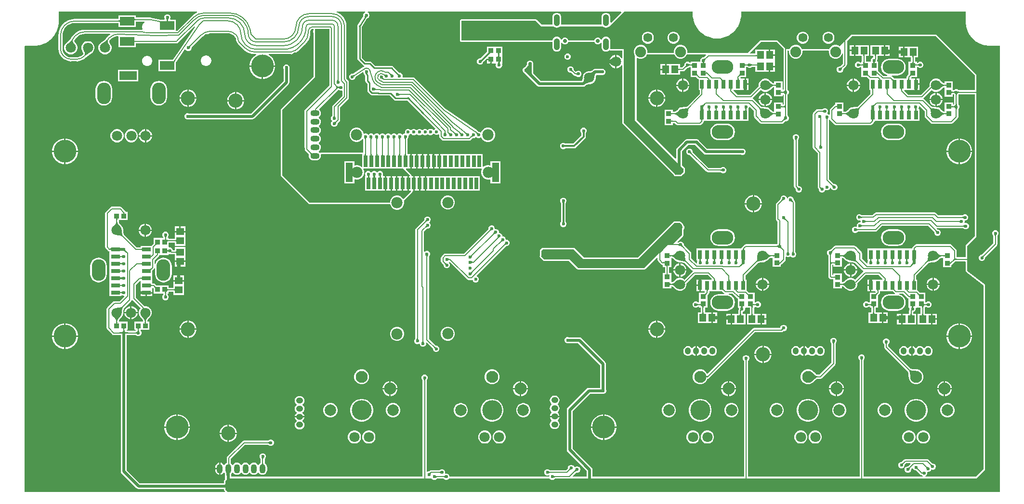
<source format=gbl>
G04*
G04 #@! TF.GenerationSoftware,Altium Limited,Altium Designer,21.8.1 (53)*
G04*
G04 Layer_Physical_Order=4*
G04 Layer_Color=16711680*
%FSLAX25Y25*%
%MOIN*%
G70*
G04*
G04 #@! TF.SameCoordinates,5834F34B-C4A2-4629-ADC7-1C587854752A*
G04*
G04*
G04 #@! TF.FilePolarity,Positive*
G04*
G01*
G75*
%ADD12C,0.01000*%
%ADD24R,0.05118X0.05512*%
%ADD27R,0.05512X0.05118*%
%ADD28R,0.03347X0.03740*%
%ADD29R,0.10000X0.06000*%
%ADD30R,0.12000X0.06000*%
%ADD31R,0.03740X0.03347*%
%ADD38R,0.02559X0.06102*%
%ADD52R,0.06102X0.02559*%
%ADD56R,0.05100X0.13400*%
%ADD57R,0.02800X0.08200*%
%ADD117C,0.00800*%
%ADD118C,0.02000*%
%ADD119C,0.01200*%
%ADD120C,0.09843*%
%ADD121C,0.07800*%
%ADD122C,0.15748*%
%ADD123O,0.06299X0.04331*%
%ADD124O,0.04331X0.06299*%
%ADD125C,0.06260*%
%ADD126C,0.07480*%
%ADD127O,0.04724X0.04331*%
%ADD128C,0.07087*%
%ADD129C,0.13780*%
%ADD130C,0.07874*%
%ADD131C,0.08268*%
%ADD132C,0.07087*%
%ADD133O,0.09449X0.14961*%
%ADD134C,0.02756*%
%ADD135O,0.04134X0.08268*%
%ADD136O,0.14961X0.09449*%
%ADD137O,0.04331X0.04724*%
%ADD138C,0.02362*%
%ADD139C,0.00800*%
G36*
X367520Y451289D02*
X367432Y451265D01*
X367346Y451233D01*
X367263Y451193D01*
X367181Y451144D01*
X367103Y451087D01*
X367026Y451021D01*
X366952Y450947D01*
X366880Y450864D01*
X366811Y450773D01*
X366744Y450673D01*
X365899Y451208D01*
X365961Y451311D01*
X366013Y451413D01*
X366057Y451513D01*
X366093Y451612D01*
X366120Y451709D01*
X366138Y451805D01*
X366147Y451899D01*
X366148Y451992D01*
X366140Y452083D01*
X366123Y452173D01*
X367520Y451289D01*
D02*
G37*
G36*
X206508Y450224D02*
X206532Y450156D01*
X206573Y450096D01*
X206629Y450044D01*
X206703Y450000D01*
X206792Y449964D01*
X206897Y449936D01*
X207019Y449916D01*
X207157Y449904D01*
X207312Y449900D01*
Y449100D01*
X207157Y449096D01*
X207019Y449084D01*
X206897Y449064D01*
X206792Y449036D01*
X206703Y449000D01*
X206629Y448956D01*
X206573Y448904D01*
X206532Y448844D01*
X206508Y448776D01*
X206500Y448700D01*
Y450300D01*
X206508Y450224D01*
D02*
G37*
G36*
X230246Y450071D02*
X230173Y449984D01*
X230109Y449893D01*
X230054Y449799D01*
X230007Y449703D01*
X229968Y449604D01*
X229938Y449502D01*
X229917Y449398D01*
X229904Y449290D01*
X229900Y449181D01*
X229904Y449028D01*
X229916Y448890D01*
X229936Y448768D01*
X229964Y448663D01*
X230000Y448573D01*
X230044Y448500D01*
X230096Y448444D01*
X230156Y448403D01*
X230224Y448379D01*
X230300Y448371D01*
X228700D01*
X228776Y448379D01*
X228844Y448403D01*
X228904Y448444D01*
X228956Y448500D01*
X229000Y448573D01*
X229036Y448663D01*
X229064Y448768D01*
X229084Y448890D01*
X229096Y449028D01*
X229100Y449181D01*
X229096Y449290D01*
X229083Y449398D01*
X229062Y449502D01*
X229032Y449604D01*
X228993Y449703D01*
X228946Y449799D01*
X228891Y449893D01*
X228827Y449984D01*
X228754Y450071D01*
X228673Y450156D01*
X230327D01*
X230246Y450071D01*
D02*
G37*
G36*
X196536Y447744D02*
X196528Y447820D01*
X196504Y447888D01*
X196464Y447948D01*
X196408Y448000D01*
X196336Y448044D01*
X196248Y448080D01*
X196144Y448108D01*
X196024Y448128D01*
X195888Y448140D01*
X195736Y448144D01*
Y448944D01*
X195888Y448948D01*
X196024Y448960D01*
X196144Y448980D01*
X196248Y449008D01*
X196336Y449044D01*
X196408Y449088D01*
X196464Y449140D01*
X196504Y449200D01*
X196528Y449268D01*
X196536Y449344D01*
Y447744D01*
D02*
G37*
G36*
X250157Y454466D02*
X249478Y454185D01*
X247804Y453159D01*
X246678Y452197D01*
X246311Y451884D01*
X246306Y451878D01*
X245963Y451520D01*
X236279Y441824D01*
X235476D01*
Y449395D01*
X231686D01*
X231578Y449513D01*
X231403Y449895D01*
X231681Y450566D01*
Y451434D01*
X231349Y452236D01*
X230735Y452849D01*
X229934Y453181D01*
X229066D01*
X228264Y452849D01*
X227651Y452236D01*
X227319Y451434D01*
Y450566D01*
X227597Y449895D01*
X227422Y449513D01*
X227314Y449395D01*
X225156D01*
X218340Y450875D01*
X218334Y450877D01*
X217861Y450943D01*
X217861Y450927D01*
X207524D01*
Y452544D01*
X195524D01*
Y449971D01*
X165500D01*
Y449979D01*
X163711Y449839D01*
X161966Y449420D01*
X160309Y448733D01*
X158779Y447795D01*
X157414Y446630D01*
X156249Y445266D01*
X155311Y443736D01*
X154624Y442078D01*
X154206Y440333D01*
X154065Y438544D01*
X154073D01*
Y429500D01*
X154057D01*
X154229Y427755D01*
X154738Y426078D01*
X155564Y424532D01*
X156676Y423176D01*
X158031Y422064D01*
X159578Y421238D01*
X161255Y420729D01*
X163000Y420557D01*
Y420573D01*
X166500D01*
Y420554D01*
X168343Y420736D01*
X170115Y421274D01*
X171748Y422146D01*
X173179Y423321D01*
X173638Y423881D01*
X176935Y426142D01*
X176974Y426182D01*
X177290Y426365D01*
X178136Y427210D01*
X178734Y428246D01*
X179043Y429402D01*
Y430598D01*
X178734Y431754D01*
X178136Y432790D01*
X177290Y433636D01*
X176254Y434234D01*
X175098Y434543D01*
X173902D01*
X172746Y434234D01*
X171710Y433636D01*
X170864Y432790D01*
X170266Y431754D01*
X169957Y430598D01*
Y429402D01*
X170266Y428246D01*
X170620Y427633D01*
X170651Y427550D01*
X170904Y427136D01*
X171097Y426778D01*
X171242Y426461D01*
X171341Y426190D01*
X171397Y425969D01*
X171418Y425803D01*
X171416Y425695D01*
X171407Y425655D01*
X171154Y425346D01*
X170157Y424528D01*
X169019Y423919D01*
X167784Y423545D01*
X166531Y423421D01*
X166500Y423427D01*
X163000D01*
X162978Y423423D01*
X161814Y423537D01*
X160674Y423883D01*
X159623Y424445D01*
X158701Y425201D01*
X157945Y426123D01*
X157384Y427174D01*
X157037Y428314D01*
X156923Y429478D01*
X156927Y429500D01*
Y438544D01*
X156915Y438607D01*
X157074Y440220D01*
X157563Y441832D01*
X158356Y443317D01*
X159425Y444619D01*
X160727Y445688D01*
X162212Y446482D01*
X163824Y446970D01*
X165437Y447129D01*
X165500Y447117D01*
X195524D01*
Y444544D01*
X207524D01*
Y448073D01*
X213588D01*
X213722Y447573D01*
X213320Y447341D01*
X212659Y446680D01*
X212192Y445870D01*
X211950Y444967D01*
Y444033D01*
X212192Y443130D01*
X212277Y442983D01*
X212214Y442791D01*
X212122Y442645D01*
X211979Y442526D01*
X211840Y442543D01*
X211838Y442527D01*
X172689D01*
Y442535D01*
X170900Y442394D01*
X169155Y441976D01*
X167498Y441289D01*
X165968Y440351D01*
X164603Y439186D01*
X163438Y437821D01*
X162500Y436292D01*
X162397Y436043D01*
X162334Y435931D01*
X162251Y435815D01*
X162137Y435678D01*
X160235Y433895D01*
X159978Y433681D01*
X159899Y433636D01*
X159774Y433511D01*
X159774Y433511D01*
X159774Y433510D01*
X159053Y432790D01*
X158455Y431754D01*
X158146Y430598D01*
Y429402D01*
X158455Y428246D01*
X159053Y427210D01*
X159899Y426365D01*
X160935Y425766D01*
X162091Y425457D01*
X163287D01*
X164443Y425766D01*
X165479Y426365D01*
X166324Y427210D01*
X166923Y428246D01*
X167232Y429402D01*
Y430598D01*
X166923Y431754D01*
X166324Y432790D01*
X166170Y432945D01*
X166161Y432960D01*
X165843Y433346D01*
X165588Y433687D01*
X165384Y433997D01*
X165230Y434272D01*
X165123Y434507D01*
X165061Y434696D01*
X165034Y434835D01*
X165032Y434913D01*
X165545Y435873D01*
X166614Y437175D01*
X167916Y438243D01*
X169401Y439037D01*
X171013Y439526D01*
X172626Y439685D01*
X172689Y439673D01*
X189813D01*
X189949Y439191D01*
X189384Y438846D01*
X188080Y437731D01*
X186966Y436427D01*
X186744Y436066D01*
X186720Y436045D01*
X186646Y435948D01*
X186586Y435885D01*
X184283Y434135D01*
X183777Y433794D01*
X183775Y433792D01*
X183772Y433791D01*
X183747Y433766D01*
X183521Y433636D01*
X182676Y432790D01*
X182077Y431754D01*
X181768Y430598D01*
Y429402D01*
X182077Y428246D01*
X182676Y427210D01*
X183521Y426365D01*
X184557Y425766D01*
X185713Y425457D01*
X186909D01*
X188065Y425766D01*
X189101Y426365D01*
X189947Y427210D01*
X190545Y428246D01*
X190854Y429402D01*
Y430598D01*
X190545Y431754D01*
X190084Y432552D01*
X190069Y432587D01*
X190024Y432655D01*
X189947Y432790D01*
X189912Y432824D01*
X189796Y432998D01*
X189584Y433358D01*
X189418Y433680D01*
X189299Y433962D01*
X189224Y434198D01*
X189187Y434382D01*
X189179Y434513D01*
X189188Y434591D01*
X189200Y434631D01*
X189204Y434639D01*
X190091Y435720D01*
X191317Y436726D01*
X192716Y437473D01*
X194233Y437933D01*
X195153Y438024D01*
X195524Y437688D01*
Y430371D01*
X207524D01*
Y432943D01*
X235552D01*
Y432928D01*
X236411Y433099D01*
X237134Y433582D01*
X237125Y433590D01*
X237126Y433595D01*
X248397Y444866D01*
X248782Y444547D01*
X237177Y427520D01*
X233312Y421849D01*
X233302Y421835D01*
X223476D01*
Y413835D01*
X235476D01*
Y419918D01*
X235616Y420160D01*
X239536Y425912D01*
X239536Y425912D01*
X241601Y428942D01*
X242099Y428891D01*
X242151Y428764D01*
X242764Y428151D01*
X243566Y427819D01*
X244434D01*
X245235Y428151D01*
X245849Y428764D01*
X246181Y429566D01*
Y429902D01*
X246200Y429987D01*
X246202Y430069D01*
X246206Y430107D01*
X246212Y430139D01*
X246218Y430165D01*
X246225Y430186D01*
X246234Y430205D01*
X246243Y430222D01*
X246247Y430228D01*
X253233Y437215D01*
X253580Y437562D01*
X253946Y437886D01*
X254869Y438644D01*
X255983Y439239D01*
X255984Y439238D01*
X256146Y439305D01*
X256300Y439285D01*
X257697Y439469D01*
X258998Y440008D01*
X259028Y440031D01*
X259579Y440085D01*
X259642Y440073D01*
X270965D01*
X271004Y440080D01*
X272354Y439948D01*
X273689Y439542D01*
X274920Y438884D01*
X275968Y438024D01*
X275991Y437991D01*
X276077Y437905D01*
X276093Y437894D01*
X276623Y437204D01*
X276963Y436382D01*
X277016Y435979D01*
X277067Y435500D01*
X277067D01*
X277198Y434504D01*
X277583Y433576D01*
X278194Y432780D01*
X278198Y432784D01*
X278198Y432784D01*
X281708Y429273D01*
X282056Y428914D01*
X282056Y428914D01*
X283421Y427749D01*
X284951Y426811D01*
X286608Y426124D01*
X288353Y425705D01*
X290142Y425565D01*
Y425573D01*
X290749D01*
X290901Y425073D01*
X289619Y424216D01*
X288383Y422980D01*
X287411Y421526D01*
X286743Y419911D01*
X286402Y418197D01*
Y417823D01*
X304150D01*
Y418197D01*
X303809Y419911D01*
X303140Y421526D01*
X302168Y422980D01*
X300932Y424216D01*
X299650Y425073D01*
X299802Y425573D01*
X315026D01*
X315033Y425567D01*
X315033Y425559D01*
X315880Y425728D01*
X316281Y425996D01*
X316608Y426214D01*
X316660Y426278D01*
X317041Y426554D01*
X317059Y426566D01*
X317092Y426572D01*
X317558Y426642D01*
X317665Y426634D01*
X318025Y426706D01*
X318524Y426805D01*
X318550Y426823D01*
X318548Y426829D01*
X318570Y426851D01*
X318570Y426851D01*
X319825Y427522D01*
X321139Y428601D01*
X321129Y428610D01*
X321129Y428611D01*
X324727Y432208D01*
X325086Y432556D01*
X325086Y432556D01*
X326251Y433921D01*
X327189Y435451D01*
X327876Y437108D01*
X328294Y438853D01*
X328435Y440642D01*
X328427D01*
Y441500D01*
X328424Y441520D01*
X328540Y442105D01*
X328883Y442618D01*
X329395Y442960D01*
X329980Y443077D01*
X330000Y443073D01*
X330580D01*
Y442365D01*
X330319Y441734D01*
Y440866D01*
X330580Y440235D01*
Y410022D01*
X308179Y387621D01*
X307958Y387290D01*
X307880Y386900D01*
Y341800D01*
X307958Y341410D01*
X308179Y341079D01*
X327279Y321979D01*
X327610Y321758D01*
X328000Y321680D01*
X383580D01*
X383697Y321704D01*
X383914Y320895D01*
X384559Y319778D01*
X385471Y318865D01*
X386588Y318220D01*
X387835Y317886D01*
X389125D01*
X390371Y318220D01*
X391488Y318865D01*
X392401Y319778D01*
X393046Y320895D01*
X393380Y322141D01*
Y323431D01*
X393254Y323899D01*
X393301Y324133D01*
X393482Y324450D01*
X393593Y324524D01*
X393712Y324583D01*
X393757Y324633D01*
X393813Y324671D01*
X398821Y329679D01*
X399042Y330010D01*
X399120Y330400D01*
X399524Y330900D01*
X399600D01*
Y336000D01*
Y341100D01*
X398861D01*
X398641Y341265D01*
X398443Y341562D01*
X398365Y341952D01*
X398144Y342283D01*
X394589Y345838D01*
X394781Y346300D01*
X397700D01*
Y351400D01*
Y355476D01*
X397232D01*
X397307Y355484D01*
X397375Y355508D01*
X397435Y355549D01*
X397487Y355606D01*
X397532Y355679D01*
X397568Y355768D01*
X397596Y355874D01*
X397616Y355996D01*
X397627Y356134D01*
X397632Y356288D01*
X397700D01*
Y356500D01*
X395600D01*
Y366754D01*
X395601Y366761D01*
X395607Y366780D01*
X395614Y366799D01*
X395624Y366819D01*
X395638Y366842D01*
X395656Y366868D01*
X395681Y366898D01*
X395737Y366957D01*
X395784Y367031D01*
X396022Y367268D01*
X396354Y368070D01*
Y368938D01*
X396323Y369010D01*
X396647Y369535D01*
X397299Y369805D01*
X397743Y370249D01*
X398063Y370364D01*
X398383Y370249D01*
X398828Y369805D01*
X399629Y369472D01*
X400497D01*
X401299Y369805D01*
X401686Y370192D01*
X402013Y370365D01*
X402340Y370192D01*
X402728Y369805D01*
X403529Y369472D01*
X404397D01*
X405198Y369805D01*
X405586Y370192D01*
X405913Y370365D01*
X406240Y370192D01*
X406628Y369805D01*
X407429Y369472D01*
X408297D01*
X409098Y369805D01*
X409498Y370204D01*
X409762Y370394D01*
X410152Y370204D01*
X410493Y369864D01*
X411294Y369531D01*
X412162D01*
X412963Y369864D01*
X413446Y370345D01*
X413713Y370446D01*
X414071Y370364D01*
X414528Y369908D01*
X415329Y369576D01*
X416197D01*
X416998Y369908D01*
X417153Y370062D01*
X417653Y369855D01*
Y368624D01*
X417653Y368624D01*
X417761Y368078D01*
X418071Y367615D01*
X419591Y366095D01*
X419591Y366095D01*
X420054Y365785D01*
X420600Y365676D01*
X438462D01*
X438462Y365676D01*
X439008Y365785D01*
X439471Y366095D01*
X440067Y366691D01*
X440953Y367460D01*
X440959Y367463D01*
X440977Y367472D01*
X440996Y367478D01*
X441018Y367484D01*
X441044Y367489D01*
X441076Y367492D01*
X441115Y367493D01*
X441196Y367489D01*
X441293Y367504D01*
X441772D01*
X442574Y367836D01*
X443110Y368372D01*
X443646Y367836D01*
X444448Y367504D01*
X445316D01*
X446117Y367836D01*
X446319Y368038D01*
X446802Y367909D01*
X446822Y367834D01*
X447467Y366716D01*
X448380Y365804D01*
X449497Y365159D01*
X450743Y364825D01*
X452034D01*
X453280Y365159D01*
X454397Y365804D01*
X455309Y366716D01*
X455955Y367834D01*
X456288Y369080D01*
Y370370D01*
X455955Y371616D01*
X455309Y372734D01*
X454397Y373646D01*
X453280Y374291D01*
X452034Y374625D01*
X450743D01*
X449497Y374291D01*
X448380Y373646D01*
X447467Y372734D01*
X446822Y371616D01*
X446785Y371478D01*
X446303Y371349D01*
X446117Y371534D01*
X445316Y371866D01*
X445031D01*
X444962Y371884D01*
X444881Y371888D01*
X444842Y371893D01*
X444810Y371900D01*
X444785Y371907D01*
X444764Y371915D01*
X444746Y371924D01*
X444728Y371934D01*
X444722Y371938D01*
X444259Y372431D01*
X444238Y372446D01*
X444178Y372524D01*
X443705Y372887D01*
X443599Y372995D01*
X421901Y387814D01*
X421888Y387824D01*
X421520Y388193D01*
X421520Y388193D01*
X400784Y408928D01*
X400321Y409238D01*
X399775Y409346D01*
X399775Y409346D01*
X392490D01*
X392213Y409762D01*
X392339Y410066D01*
Y410934D01*
X392006Y411735D01*
X391393Y412349D01*
X390591Y412681D01*
X390263D01*
X390184Y412700D01*
X390147Y412701D01*
X390147Y412701D01*
X390136Y412706D01*
X390118Y412715D01*
X390093Y412732D01*
X390077Y412743D01*
X385739Y417081D01*
X385243Y417413D01*
X384658Y417529D01*
X373133D01*
X370581Y420081D01*
X370085Y420413D01*
X369500Y420529D01*
X366634D01*
X364029Y423134D01*
Y444455D01*
X364036Y444472D01*
X367687Y450238D01*
X367699Y450252D01*
X367711Y450264D01*
X368509Y450595D01*
X369122Y451208D01*
X369454Y452010D01*
Y452878D01*
X369122Y453679D01*
X368509Y454293D01*
X368090Y454466D01*
X368189Y454966D01*
X543422Y454966D01*
X543613Y454504D01*
X536563Y447454D01*
X536101Y447645D01*
Y451067D01*
X535996Y451868D01*
X535687Y452614D01*
X535195Y453254D01*
X534555Y453746D01*
X533809Y454055D01*
X533008Y454160D01*
X532207Y454055D01*
X531461Y453746D01*
X530821Y453254D01*
X530329Y452614D01*
X530020Y451868D01*
X529915Y451067D01*
Y446933D01*
X529985Y446402D01*
X529620Y445901D01*
X502380D01*
X502015Y446402D01*
X502085Y446933D01*
Y451067D01*
X501980Y451868D01*
X501671Y452614D01*
X501180Y453254D01*
X500539Y453746D01*
X499793Y454055D01*
X498992Y454160D01*
X498191Y454055D01*
X497445Y453746D01*
X496805Y453254D01*
X496313Y452614D01*
X496004Y451868D01*
X495899Y451067D01*
Y446933D01*
X495969Y446402D01*
X495604Y445901D01*
X488611D01*
X484973Y449540D01*
X484642Y449761D01*
X484252Y449838D01*
X433071D01*
X432681Y449761D01*
X432350Y449540D01*
X432129Y449209D01*
X432051Y448819D01*
Y435039D01*
X432129Y434649D01*
X432350Y434318D01*
X432681Y434097D01*
X433071Y434020D01*
X452224D01*
X452614Y434097D01*
X452769Y434162D01*
X453231D01*
X453386Y434097D01*
X453776Y434020D01*
X495899D01*
Y430476D01*
X496004Y429676D01*
X496313Y428930D01*
X496805Y428289D01*
X497445Y427797D01*
X498191Y427488D01*
X498992Y427383D01*
X499793Y427488D01*
X500539Y427797D01*
X501180Y428289D01*
X501671Y428930D01*
X501980Y429676D01*
X502085Y430476D01*
Y433233D01*
X502586Y433333D01*
X502606Y433283D01*
X503275Y432614D01*
X504149Y432252D01*
X505095D01*
X505969Y432614D01*
X506638Y433283D01*
X506948Y434030D01*
X507000Y434020D01*
X525000D01*
X525052Y434030D01*
X525362Y433283D01*
X526031Y432614D01*
X526905Y432252D01*
X527851D01*
X528725Y432614D01*
X529394Y433283D01*
X529415Y433333D01*
X529915Y433233D01*
Y430476D01*
X530020Y429676D01*
X530329Y428930D01*
X530821Y428289D01*
X531461Y427797D01*
X532207Y427488D01*
X533008Y427383D01*
X533809Y427488D01*
X534555Y427797D01*
X535054Y428181D01*
X535261Y428289D01*
X535655Y428286D01*
X535748Y428248D01*
X535831Y428192D01*
X535930Y428172D01*
X536023Y428134D01*
X536123D01*
X536221Y428114D01*
X544256D01*
Y422849D01*
X543756Y422715D01*
X543502Y423156D01*
X542656Y424002D01*
X541620Y424600D01*
X540464Y424909D01*
X540366D01*
Y420366D01*
Y415823D01*
X540464D01*
X541620Y416132D01*
X542656Y416731D01*
X543502Y417577D01*
X543756Y418017D01*
X544256Y417883D01*
Y377953D01*
X544334Y377563D01*
X544555Y377232D01*
X580403Y341384D01*
X580733Y341163D01*
X581124Y341085D01*
X584623D01*
X585013Y341163D01*
X585344Y341384D01*
X586088Y342128D01*
X586700Y342381D01*
X587314Y342995D01*
X587645Y343796D01*
Y344664D01*
X587634Y344692D01*
Y346457D01*
X587556Y346847D01*
X587335Y347178D01*
X587004Y347399D01*
X586967Y347406D01*
X585609Y348763D01*
Y358225D01*
X589964Y362580D01*
X594799D01*
X600821Y356558D01*
X600821Y356558D01*
X601483Y356116D01*
X602263Y355961D01*
X626723D01*
X627066Y355819D01*
X627934D01*
X628735Y356151D01*
X629349Y356765D01*
X629681Y357566D01*
Y358434D01*
X629349Y359236D01*
X628735Y359849D01*
X627934Y360181D01*
X627066D01*
X626723Y360039D01*
X603108D01*
X597635Y365512D01*
X597493Y365855D01*
X596879Y366469D01*
X596077Y366801D01*
X595210D01*
X594867Y366659D01*
X589120D01*
X589120Y366659D01*
X588339Y366504D01*
X587678Y366062D01*
X582128Y360512D01*
X581686Y359851D01*
X581531Y359070D01*
Y353495D01*
X581069Y353304D01*
X554169Y380204D01*
Y422892D01*
X554602Y423142D01*
X555229Y422780D01*
X556435Y422457D01*
X557683D01*
X558889Y422780D01*
X559970Y423404D01*
X560852Y424286D01*
X561476Y425367D01*
X561749Y425455D01*
X561816Y425459D01*
X561882Y425446D01*
X579835D01*
X579901Y425459D01*
X579968Y425455D01*
X580240Y425367D01*
X580864Y424286D01*
X581747Y423404D01*
X582828Y422780D01*
X584033Y422457D01*
X585282D01*
X586487Y422780D01*
X587568Y423404D01*
X588450Y424286D01*
X589075Y425367D01*
X589347Y425455D01*
X589414Y425459D01*
X589480Y425446D01*
X602118D01*
X602309Y424984D01*
X600676Y423350D01*
X600670Y423347D01*
X600653Y423337D01*
X600634Y423329D01*
X600613Y423321D01*
X600587Y423315D01*
X600555Y423309D01*
X600516Y423306D01*
X600435Y423304D01*
X600349Y423284D01*
X600014D01*
X599212Y422952D01*
X598598Y422339D01*
X598267Y421537D01*
Y420670D01*
X598065Y420367D01*
X597577Y420336D01*
X597318D01*
Y420336D01*
X591577D01*
Y419832D01*
X591388Y419685D01*
X591343Y419654D01*
X591331Y419648D01*
X591316Y419640D01*
X591290Y419631D01*
X591132Y419598D01*
X591078Y419592D01*
X591053Y419612D01*
X590995Y419668D01*
X590920Y419715D01*
X590683Y419952D01*
X589881Y420285D01*
X589014D01*
X588212Y419952D01*
X587599Y419339D01*
X587266Y418537D01*
Y418202D01*
X587247Y418116D01*
X587245Y418035D01*
X587242Y417996D01*
X587236Y417964D01*
X587230Y417938D01*
X587222Y417917D01*
X587214Y417899D01*
X587204Y417881D01*
X587200Y417875D01*
X585753Y416427D01*
X584209D01*
Y418756D01*
X577910D01*
Y418756D01*
X574850D01*
Y415000D01*
Y411244D01*
X577091D01*
Y411244D01*
X584209D01*
Y413573D01*
X586344D01*
X586344Y413573D01*
X586891Y413681D01*
X587354Y413991D01*
X589219Y415856D01*
X589225Y415860D01*
X589243Y415870D01*
X589261Y415878D01*
X589283Y415885D01*
X589308Y415892D01*
X589340Y415897D01*
X589379Y415901D01*
X589460Y415903D01*
X589546Y415922D01*
X589881D01*
X590683Y416254D01*
X590920Y416491D01*
X590995Y416539D01*
X591053Y416595D01*
X591078Y416614D01*
X591132Y416609D01*
X591290Y416575D01*
X591316Y416566D01*
X591331Y416559D01*
X591343Y416552D01*
X591388Y416522D01*
X591577Y416375D01*
Y414989D01*
Y409871D01*
X595136D01*
X595174Y409864D01*
X595212Y409871D01*
X595278D01*
X595415Y409755D01*
X596783Y408387D01*
X596783Y408387D01*
X597168Y408130D01*
Y400780D01*
X598020D01*
Y398154D01*
X589175Y389309D01*
X589165Y389300D01*
X589072Y389246D01*
X588918Y389179D01*
X588702Y389110D01*
X588427Y389045D01*
X588119Y388993D01*
X586776Y388898D01*
X586250Y388896D01*
X586154Y388877D01*
X585620D01*
X584464Y388567D01*
X583428Y387969D01*
X583051Y387591D01*
X582969Y387537D01*
X582582Y387153D01*
X582236Y386830D01*
X581587Y386291D01*
X581324Y386103D01*
X581084Y385954D01*
X580883Y385850D01*
X580726Y385788D01*
X580622Y385762D01*
X580609Y385761D01*
X579327D01*
Y387007D01*
X573587D01*
Y381660D01*
Y376542D01*
X579327D01*
Y377773D01*
X580709D01*
X581777Y376704D01*
X581777Y376704D01*
X582240Y376395D01*
X582786Y376286D01*
X582787Y376286D01*
X597837D01*
X597837Y376286D01*
X598384Y376395D01*
X598847Y376704D01*
X600347Y378204D01*
X600656Y378667D01*
X600765Y379214D01*
X601247Y379324D01*
X601668D01*
X601727Y379324D01*
Y379324D01*
X602168Y379324D01*
Y379324D01*
X606727D01*
Y379324D01*
X607168Y379324D01*
Y379324D01*
X611727D01*
Y379324D01*
X612168Y379324D01*
Y379324D01*
X616727D01*
Y379324D01*
X617168Y379324D01*
Y379324D01*
X621727D01*
Y379324D01*
X622168Y379324D01*
Y379324D01*
X626727D01*
Y379324D01*
X627168Y379324D01*
Y379324D01*
X631727D01*
Y387426D01*
X631727D01*
X631744Y387919D01*
X632055Y388669D01*
Y388824D01*
X632517Y389015D01*
X635410Y386122D01*
X635410Y382682D01*
X635410Y382682D01*
X635519Y382136D01*
X635828Y381673D01*
X635828Y381673D01*
X639797Y377704D01*
X639797Y377704D01*
X640260Y377395D01*
X640806Y377286D01*
X654713D01*
X654714Y377286D01*
X655260Y377395D01*
X655723Y377704D01*
X657080Y379061D01*
X657085Y379064D01*
X657092Y379067D01*
X657101Y379069D01*
X657113Y379072D01*
X657131Y379074D01*
X657158Y379074D01*
X657232Y379069D01*
X657318Y379081D01*
X657846D01*
X658648Y379413D01*
X659262Y380027D01*
X659594Y380828D01*
Y381696D01*
X659262Y382498D01*
X658936Y382823D01*
X658878Y382904D01*
X658822Y382955D01*
X658802Y382978D01*
X658788Y382995D01*
X658779Y383010D01*
X658773Y383021D01*
X658768Y383031D01*
X658765Y383043D01*
Y389213D01*
Y397463D01*
X658766Y397470D01*
X658772Y397489D01*
X658779Y397508D01*
X658789Y397529D01*
X658803Y397551D01*
X658821Y397578D01*
X658846Y397608D01*
X658902Y397667D01*
X658949Y397741D01*
X659186Y397978D01*
X659518Y398780D01*
Y399647D01*
X659186Y400449D01*
X658949Y400686D01*
X658902Y400761D01*
X658846Y400819D01*
X658821Y400849D01*
X658803Y400876D01*
X658789Y400899D01*
X658779Y400919D01*
X658772Y400938D01*
X658766Y400957D01*
X658765Y400964D01*
Y428114D01*
X659377D01*
X659602Y427821D01*
Y426573D01*
X659925Y425367D01*
X660549Y424286D01*
X661432Y423404D01*
X662513Y422780D01*
X663719Y422457D01*
X664967D01*
X666172Y422780D01*
X667253Y423404D01*
X668136Y424286D01*
X668760Y425367D01*
X669083Y426573D01*
Y427821D01*
X669308Y428114D01*
X686976D01*
X687201Y427821D01*
Y426573D01*
X687524Y425367D01*
X688148Y424286D01*
X689030Y423404D01*
X690111Y422780D01*
X691317Y422457D01*
X692565D01*
X693771Y422780D01*
X694851Y423404D01*
X695734Y424286D01*
X696358Y425367D01*
X696527Y425997D01*
X697027Y425931D01*
Y419045D01*
X695228Y417247D01*
X695222Y417243D01*
X695205Y417234D01*
X695186Y417225D01*
X695165Y417218D01*
X695139Y417211D01*
X695108Y417206D01*
X695069Y417202D01*
X694987Y417200D01*
X694902Y417181D01*
X694566D01*
X693764Y416849D01*
X693151Y416235D01*
X692819Y415434D01*
Y414566D01*
X693151Y413764D01*
X693764Y413151D01*
X694566Y412819D01*
X695434D01*
X696236Y413151D01*
X696849Y413764D01*
X697181Y414566D01*
Y414901D01*
X697200Y414987D01*
X697202Y415069D01*
X697206Y415107D01*
X697212Y415139D01*
X697218Y415165D01*
X697225Y415186D01*
X697234Y415205D01*
X697243Y415222D01*
X697247Y415228D01*
X699229Y417210D01*
X699229Y417211D01*
X699240Y417200D01*
X699727Y417927D01*
X699897Y418786D01*
X699897D01*
X699882Y419286D01*
X699882Y434660D01*
X703178Y437957D01*
X761389D01*
X788350Y410995D01*
Y400641D01*
X777198D01*
X777191Y400642D01*
X777172Y400648D01*
X777153Y400655D01*
X777133Y400665D01*
X777110Y400679D01*
X777084Y400697D01*
X777053Y400722D01*
X776995Y400778D01*
X776920Y400826D01*
X776683Y401063D01*
X775881Y401395D01*
X775014D01*
X774212Y401063D01*
X773975Y400826D01*
X773901Y400778D01*
X773842Y400722D01*
X773812Y400697D01*
X773785Y400679D01*
X773763Y400665D01*
X773742Y400655D01*
X773723Y400648D01*
X773704Y400642D01*
X773697Y400641D01*
X773123D01*
Y406692D01*
X767382D01*
Y405779D01*
X767278Y405686D01*
X766906Y405474D01*
X766750Y405535D01*
X766548Y405639D01*
X766308Y405788D01*
X766053Y405969D01*
X765037Y406851D01*
X764663Y407222D01*
X764581Y407276D01*
X764204Y407654D01*
X763168Y408252D01*
X762012Y408562D01*
X760816D01*
X759661Y408252D01*
X758625Y407654D01*
X757779Y406808D01*
X757181Y405772D01*
X756871Y404616D01*
Y403435D01*
X750967Y397531D01*
X742149D01*
X739399Y400281D01*
X739607Y400780D01*
X739778D01*
X739837Y400780D01*
X740278D01*
X740337Y400780D01*
X744778D01*
X744837Y400780D01*
X745278D01*
X745337Y400780D01*
X746511D01*
X746461Y401473D01*
X746427Y401613D01*
X746387Y401713D01*
X746341Y401772D01*
X746290Y401792D01*
X747058D01*
Y404832D01*
Y408883D01*
X745337D01*
X745278Y408883D01*
X744837D01*
X744778Y408883D01*
X744425D01*
X744218Y409383D01*
X744600Y409765D01*
X744656Y409814D01*
X744728Y409871D01*
X744734D01*
X744749Y409867D01*
X744786Y409871D01*
X748231D01*
Y414989D01*
Y416676D01*
X748807D01*
X748814Y416675D01*
X748834Y416669D01*
X748852Y416662D01*
X748873Y416652D01*
X748896Y416638D01*
X748922Y416620D01*
X748952Y416595D01*
X749011Y416539D01*
X749085Y416491D01*
X749322Y416254D01*
X750124Y415922D01*
X750992D01*
X751793Y416254D01*
X752407Y416868D01*
X752739Y417669D01*
Y418537D01*
X752407Y419339D01*
X751793Y419952D01*
X750992Y420285D01*
X750124D01*
X749322Y419952D01*
X749085Y419715D01*
X749011Y419668D01*
X748952Y419612D01*
X748922Y419587D01*
X748896Y419569D01*
X748873Y419555D01*
X748852Y419545D01*
X748834Y419538D01*
X748814Y419532D01*
X748807Y419531D01*
X748231D01*
Y420336D01*
X746985D01*
Y423348D01*
X749117D01*
Y430859D01*
X739759D01*
Y427103D01*
Y423348D01*
X744130D01*
Y420336D01*
X742491D01*
Y414989D01*
Y411850D01*
X742483Y411811D01*
X742491Y411774D01*
Y411711D01*
X742386Y411588D01*
X741548Y410750D01*
X741239Y410287D01*
X741130Y409741D01*
X741130Y409741D01*
Y408883D01*
X740337D01*
X740278Y408883D01*
X739837D01*
X739778Y408883D01*
X735278D01*
Y408883D01*
X734837D01*
Y408883D01*
X732460D01*
X732422Y408890D01*
X732383Y408883D01*
X732318D01*
X732181Y408999D01*
X731067Y410113D01*
X730723Y410343D01*
X730858Y410843D01*
X734643D01*
X736137Y411039D01*
X737530Y411616D01*
X738726Y412534D01*
X739643Y413729D01*
X740220Y415122D01*
X740417Y416616D01*
X740220Y418111D01*
X739643Y419503D01*
X738726Y420699D01*
X737530Y421617D01*
X736137Y422193D01*
X734643Y422390D01*
X729131D01*
X727637Y422193D01*
X726244Y421617D01*
X725049Y420699D01*
X724131Y419503D01*
X723554Y418111D01*
X723357Y416616D01*
X723554Y415122D01*
X724131Y413729D01*
X725049Y412534D01*
X726244Y411616D01*
X727637Y411039D01*
X727702Y411031D01*
X727669Y410531D01*
X725149D01*
X722126Y413554D01*
X721663Y413863D01*
X721428Y413910D01*
Y420336D01*
X720962D01*
X720739Y420670D01*
Y421537D01*
X720726Y421568D01*
X720877Y421793D01*
X720985Y422339D01*
Y424347D01*
X725357D01*
Y428103D01*
Y431859D01*
X715999D01*
Y424347D01*
X718130D01*
Y423284D01*
X718124D01*
X717322Y422952D01*
X716709Y422339D01*
X716377Y421537D01*
Y420670D01*
X716175Y420367D01*
X715688Y420336D01*
X715428D01*
Y420336D01*
X712985D01*
Y424347D01*
X715117D01*
Y431859D01*
X708818D01*
Y431859D01*
X705759D01*
Y428103D01*
Y424347D01*
X707999D01*
Y424347D01*
X710130D01*
Y420336D01*
X709688D01*
Y419832D01*
X709498Y419685D01*
X709453Y419654D01*
X709441Y419648D01*
X709426Y419640D01*
X709400Y419631D01*
X709242Y419598D01*
X709188Y419592D01*
X709164Y419612D01*
X709105Y419668D01*
X709030Y419715D01*
X708793Y419952D01*
X707992Y420285D01*
X707124D01*
X706322Y419952D01*
X705709Y419339D01*
X705377Y418537D01*
Y417669D01*
X705709Y416868D01*
X706322Y416254D01*
X707124Y415922D01*
X707992D01*
X708793Y416254D01*
X709030Y416491D01*
X709105Y416539D01*
X709164Y416595D01*
X709188Y416614D01*
X709242Y416609D01*
X709400Y416575D01*
X709426Y416566D01*
X709441Y416559D01*
X709453Y416552D01*
X709498Y416522D01*
X709688Y416375D01*
Y414989D01*
Y409871D01*
X713246D01*
X713284Y409864D01*
X713323Y409871D01*
X713388D01*
X713526Y409755D01*
X714893Y408387D01*
X714893Y408387D01*
X715278Y408130D01*
Y400780D01*
X716130D01*
Y398154D01*
X707285Y389309D01*
X707275Y389300D01*
X707183Y389246D01*
X707028Y389179D01*
X706812Y389110D01*
X706538Y389045D01*
X706229Y388993D01*
X704887Y388898D01*
X704360Y388896D01*
X704264Y388877D01*
X703730D01*
X702575Y388567D01*
X701539Y387969D01*
X701161Y387591D01*
X701080Y387537D01*
X700693Y387153D01*
X700346Y386830D01*
X699698Y386291D01*
X699434Y386103D01*
X699194Y385954D01*
X698993Y385850D01*
X698836Y385788D01*
X698732Y385762D01*
X698719Y385761D01*
X697378D01*
Y392065D01*
X691637D01*
Y390674D01*
X691519Y390650D01*
X691056Y390341D01*
X691056Y390341D01*
X688438Y387723D01*
X688129Y387260D01*
X688020Y386714D01*
X688020Y386714D01*
Y383771D01*
X687520Y383564D01*
X687235Y383849D01*
X686434Y384181D01*
X686419D01*
X686228Y384643D01*
X686349Y384765D01*
X686681Y385566D01*
Y386434D01*
X686349Y387235D01*
X685736Y387849D01*
X684934Y388181D01*
X684066D01*
X683264Y387849D01*
X683027Y387612D01*
X682953Y387565D01*
X682894Y387509D01*
X682864Y387484D01*
X682838Y387465D01*
X682815Y387452D01*
X682795Y387442D01*
X682776Y387435D01*
X682757Y387429D01*
X682750Y387427D01*
X679500D01*
X679500Y387427D01*
X678954Y387319D01*
X678491Y387009D01*
X678491Y387009D01*
X676491Y385009D01*
X676181Y384546D01*
X676073Y384000D01*
X676073Y384000D01*
Y361000D01*
X676073Y361000D01*
X676181Y360454D01*
X676491Y359991D01*
X679573Y356909D01*
Y333500D01*
X679573Y333500D01*
X679681Y332954D01*
X679991Y332491D01*
X680253Y332228D01*
X680257Y332222D01*
X680266Y332205D01*
X680275Y332186D01*
X680282Y332165D01*
X680289Y332139D01*
X680294Y332107D01*
X680298Y332069D01*
X680300Y331987D01*
X680319Y331902D01*
Y331566D01*
X680651Y330765D01*
X681264Y330151D01*
X682066Y329819D01*
X682934D01*
X683736Y330151D01*
X684349Y330765D01*
X684547Y331241D01*
X684716Y331560D01*
X685150Y331491D01*
X685566Y331319D01*
X686434D01*
X687235Y331651D01*
X687849Y332264D01*
X688181Y333066D01*
Y333170D01*
X688186Y333178D01*
X688645Y333436D01*
X688681Y333436D01*
X688830Y333279D01*
Y333013D01*
X689162Y332211D01*
X689776Y331598D01*
X690577Y331266D01*
X691445D01*
X692247Y331598D01*
X692860Y332211D01*
X693192Y333013D01*
Y333881D01*
X692860Y334682D01*
X692247Y335296D01*
X691445Y335628D01*
X691110D01*
X691024Y335647D01*
X690942Y335649D01*
X690904Y335653D01*
X690872Y335659D01*
X690846Y335665D01*
X690825Y335672D01*
X690806Y335681D01*
X690789Y335690D01*
X690783Y335694D01*
X687427Y339049D01*
Y380146D01*
X687622Y380268D01*
X688129Y380167D01*
X688438Y379704D01*
X691438Y376704D01*
X691438Y376704D01*
X691901Y376395D01*
X692448Y376286D01*
X692448Y376286D01*
X715948D01*
X715948Y376286D01*
X716494Y376395D01*
X716957Y376704D01*
X718457Y378204D01*
X718766Y378667D01*
X718875Y379214D01*
X719357Y379324D01*
X719778D01*
X719837Y379324D01*
Y379324D01*
X720278Y379324D01*
Y379324D01*
X724837D01*
Y379324D01*
X725278Y379324D01*
Y379324D01*
X729837D01*
Y379324D01*
X730278Y379324D01*
Y379324D01*
X734837D01*
Y379324D01*
X735278Y379324D01*
Y379324D01*
X739837D01*
Y379324D01*
X740278Y379324D01*
Y379324D01*
X744837D01*
Y379324D01*
X745278Y379324D01*
Y379324D01*
X749837D01*
Y387426D01*
X749672D01*
X749565Y387542D01*
X749387Y387926D01*
X749664Y388594D01*
Y389272D01*
X750152Y389490D01*
X753520Y386122D01*
X753520Y382682D01*
X753520Y382682D01*
X753629Y382136D01*
X753938Y381673D01*
X753938Y381673D01*
X757907Y377704D01*
X757907Y377704D01*
X758370Y377395D01*
X758916Y377286D01*
X771948D01*
X771948Y377286D01*
X772494Y377395D01*
X772957Y377704D01*
X776457Y381204D01*
X776457Y381204D01*
X776766Y381667D01*
X776875Y382214D01*
X776875Y382214D01*
Y387463D01*
X776876Y387470D01*
X776882Y387489D01*
X776889Y387508D01*
X776899Y387528D01*
X776913Y387551D01*
X776931Y387578D01*
X776956Y387608D01*
X777012Y387667D01*
X777060Y387741D01*
X777297Y387978D01*
X777629Y388780D01*
Y389647D01*
X777297Y390449D01*
X777060Y390686D01*
X777012Y390760D01*
X776956Y390819D01*
X776931Y390849D01*
X776913Y390876D01*
X776899Y390899D01*
X776889Y390919D01*
X776882Y390938D01*
X776876Y390957D01*
X776875Y390964D01*
Y397463D01*
X776876Y397470D01*
X776882Y397489D01*
X776889Y397508D01*
X776899Y397529D01*
X776913Y397551D01*
X776931Y397578D01*
X776956Y397608D01*
X777004Y397657D01*
X777053Y397705D01*
X777084Y397730D01*
X777110Y397748D01*
X777133Y397762D01*
X777153Y397772D01*
X777172Y397779D01*
X777191Y397785D01*
X777198Y397786D01*
X788350D01*
Y299635D01*
X782331Y293615D01*
X782221Y293451D01*
X782111Y293286D01*
X782110Y293285D01*
X782110Y293284D01*
X782071Y293091D01*
X782032Y292897D01*
X782014Y284954D01*
X775754D01*
Y289527D01*
X775754Y289527D01*
X775646Y290073D01*
X775336Y290536D01*
X775336Y290536D01*
X772336Y293536D01*
X771873Y293846D01*
X771327Y293954D01*
X771327Y293954D01*
X747827D01*
X747827Y293954D01*
X747281Y293846D01*
X746817Y293536D01*
X745318Y292036D01*
X745008Y291573D01*
X744899Y291027D01*
X744417Y290917D01*
X743996D01*
X743937Y290917D01*
Y290917D01*
X743496Y290917D01*
Y290917D01*
X738937D01*
Y290917D01*
X738496Y290917D01*
Y290917D01*
X733937D01*
Y290917D01*
X733496Y290917D01*
Y290917D01*
X728937D01*
Y290917D01*
X728496Y290917D01*
Y290917D01*
X723937D01*
Y290917D01*
X723496Y290917D01*
Y290917D01*
X718937D01*
Y290917D01*
X718496Y290917D01*
Y290917D01*
X713937D01*
Y282814D01*
X714102D01*
X714209Y282699D01*
X714387Y282314D01*
X714111Y281646D01*
Y280969D01*
X713622Y280750D01*
X710254Y284118D01*
X710254Y287558D01*
X710146Y288105D01*
X709836Y288568D01*
X709836Y288568D01*
X705868Y292536D01*
X705867Y292536D01*
X705404Y292846D01*
X704858Y292954D01*
X704858Y292954D01*
X691827D01*
X691827Y292954D01*
X691281Y292846D01*
X690817Y292536D01*
X690817Y292536D01*
X688555Y290274D01*
X688549Y290270D01*
X688532Y290261D01*
X688513Y290252D01*
X688492Y290245D01*
X688466Y290238D01*
X688434Y290233D01*
X688395Y290229D01*
X688314Y290227D01*
X688228Y290208D01*
X687893D01*
X687091Y289876D01*
X686478Y289262D01*
X686146Y288461D01*
Y287593D01*
X686478Y286791D01*
X686715Y286554D01*
X686762Y286480D01*
X686818Y286421D01*
X686843Y286391D01*
X686862Y286365D01*
X686875Y286342D01*
X686885Y286322D01*
X686892Y286303D01*
X686898Y286284D01*
X686899Y286276D01*
Y281000D01*
Y271948D01*
X686884D01*
X687054Y271090D01*
X687539Y270364D01*
X687539Y270364D01*
X687544Y270359D01*
X688272Y269873D01*
X689119Y269704D01*
X689119Y269712D01*
X689126Y269718D01*
X690457D01*
Y268472D01*
Y263354D01*
X696197D01*
Y264795D01*
X696751D01*
X696764Y264793D01*
X696868Y264767D01*
X697025Y264705D01*
X697226Y264601D01*
X697466Y264453D01*
X697721Y264271D01*
X698738Y263389D01*
X699112Y263018D01*
X699193Y262964D01*
X699571Y262587D01*
X700607Y261988D01*
X701762Y261679D01*
X702958D01*
X704114Y261988D01*
X705150Y262587D01*
X705996Y263433D01*
X706594Y264469D01*
X706904Y265624D01*
Y266805D01*
X712808Y272710D01*
X721625D01*
X724375Y269960D01*
X724168Y269460D01*
X723996D01*
X723937Y269460D01*
X723496D01*
X723437Y269460D01*
X718996D01*
X718937Y269460D01*
X718496D01*
X718437Y269460D01*
X717263D01*
X717313Y268768D01*
X717348Y268628D01*
X717388Y268528D01*
X717433Y268468D01*
X717484Y268448D01*
X716717D01*
Y265409D01*
Y261358D01*
X718437D01*
X718496Y261358D01*
X718937D01*
X718996Y261358D01*
X719349D01*
X719556Y260858D01*
X719174Y260475D01*
X719119Y260427D01*
X719047Y260369D01*
X719040D01*
X719025Y260374D01*
X718989Y260369D01*
X715543D01*
Y255023D01*
Y253565D01*
X714967D01*
X714960Y253566D01*
X714941Y253572D01*
X714922Y253579D01*
X714902Y253589D01*
X714879Y253602D01*
X714853Y253621D01*
X714822Y253646D01*
X714764Y253702D01*
X714689Y253749D01*
X714452Y253986D01*
X713651Y254318D01*
X712783D01*
X711981Y253986D01*
X711368Y253373D01*
X711035Y252571D01*
Y251703D01*
X711368Y250902D01*
X711981Y250288D01*
X712783Y249956D01*
X713651D01*
X714452Y250288D01*
X714689Y250525D01*
X714764Y250572D01*
X714822Y250628D01*
X714853Y250653D01*
X714879Y250672D01*
X714902Y250685D01*
X714922Y250695D01*
X714941Y250703D01*
X714960Y250708D01*
X714967Y250710D01*
X715543D01*
Y249905D01*
X716789D01*
Y246893D01*
X714658D01*
Y239381D01*
X724016D01*
Y243137D01*
Y246893D01*
X719644D01*
Y249905D01*
X721283D01*
Y255023D01*
Y258390D01*
X721291Y258430D01*
X721283Y258467D01*
Y258529D01*
X721388Y258652D01*
X722226Y259490D01*
X722226Y259490D01*
X722535Y259953D01*
X722644Y260499D01*
X722644Y260499D01*
Y261358D01*
X723437D01*
X723496Y261358D01*
X723937D01*
X723996Y261358D01*
X728496D01*
Y261358D01*
X728937D01*
Y261358D01*
X731315D01*
X731353Y261350D01*
X731391Y261358D01*
X731456D01*
X731594Y261241D01*
X732707Y260128D01*
X732707Y260128D01*
X733051Y259898D01*
X732916Y259398D01*
X729131D01*
X727637Y259201D01*
X726244Y258624D01*
X725049Y257707D01*
X724131Y256511D01*
X723554Y255118D01*
X723357Y253624D01*
X723554Y252130D01*
X724131Y250737D01*
X725049Y249541D01*
X726244Y248624D01*
X727637Y248047D01*
X729131Y247850D01*
X734643D01*
X736137Y248047D01*
X737530Y248624D01*
X738726Y249541D01*
X739643Y250737D01*
X740220Y252130D01*
X740417Y253624D01*
X740220Y255118D01*
X739643Y256511D01*
X738726Y257707D01*
X737530Y258624D01*
X736137Y259201D01*
X736073Y259210D01*
X736105Y259710D01*
X738625D01*
X741648Y256687D01*
X741648Y256687D01*
X742111Y256377D01*
X742346Y256331D01*
Y255023D01*
Y249905D01*
X742812D01*
X743036Y249571D01*
Y248703D01*
X743048Y248673D01*
X742898Y248447D01*
X742789Y247901D01*
X742789Y247901D01*
Y245893D01*
X738417D01*
Y242137D01*
Y238381D01*
X747776D01*
Y245893D01*
X745644D01*
Y246956D01*
X745650D01*
X746452Y247288D01*
X747066Y247902D01*
X747398Y248703D01*
Y249571D01*
X747600Y249873D01*
X748087Y249905D01*
X748347D01*
Y249905D01*
X750789D01*
Y245893D01*
X748658D01*
Y238381D01*
X754957D01*
Y238381D01*
X758016D01*
Y242137D01*
Y245893D01*
X755776D01*
Y245893D01*
X753644D01*
Y249905D01*
X754087D01*
Y250409D01*
X754276Y250555D01*
X754321Y250586D01*
X754333Y250593D01*
X754348Y250600D01*
X754374Y250609D01*
X754532Y250643D01*
X754587Y250648D01*
X754611Y250628D01*
X754670Y250572D01*
X754744Y250525D01*
X754981Y250288D01*
X755783Y249956D01*
X756650D01*
X757452Y250288D01*
X758066Y250902D01*
X758398Y251703D01*
Y252571D01*
X758066Y253373D01*
X757452Y253986D01*
X756650Y254318D01*
X755783D01*
X754981Y253986D01*
X754744Y253749D01*
X754670Y253702D01*
X754611Y253646D01*
X754587Y253626D01*
X754532Y253631D01*
X754374Y253665D01*
X754348Y253674D01*
X754333Y253681D01*
X754321Y253688D01*
X754276Y253719D01*
X754087Y253866D01*
Y260369D01*
X750528D01*
X750490Y260377D01*
X750452Y260369D01*
X750386D01*
X750249Y260486D01*
X748881Y261854D01*
X748881Y261854D01*
X748496Y262111D01*
Y269460D01*
X747644D01*
Y272086D01*
X756490Y280932D01*
X756500Y280940D01*
X756592Y280995D01*
X756746Y281062D01*
X756962Y281131D01*
X757237Y281195D01*
X757546Y281247D01*
X758888Y281343D01*
X759415Y281344D01*
X759510Y281364D01*
X760044D01*
X761200Y281673D01*
X762236Y282272D01*
X762613Y282649D01*
X762695Y282703D01*
X763082Y283087D01*
X763428Y283410D01*
X764077Y283950D01*
X764340Y284138D01*
X764580Y284286D01*
X764782Y284390D01*
X764938Y284452D01*
X765042Y284478D01*
X765055Y284480D01*
X766337D01*
Y283234D01*
Y278116D01*
X772077D01*
Y279555D01*
X772255Y279590D01*
X772718Y279900D01*
X774739Y281920D01*
X774768Y281944D01*
X774826Y281983D01*
X774884Y282016D01*
X774941Y282043D01*
X775001Y282065D01*
X775065Y282082D01*
X775134Y282095D01*
X775172Y282100D01*
X781653D01*
X782006Y281746D01*
X781992Y275512D01*
X782004Y275449D01*
X782000Y275384D01*
X782043Y275255D01*
X782069Y275122D01*
X782104Y275068D01*
X782125Y275007D01*
X782214Y274904D01*
X782289Y274790D01*
X782343Y274754D01*
X782385Y274706D01*
X794256Y265451D01*
Y138218D01*
X788948Y132909D01*
X754145D01*
X754046Y133409D01*
X754469Y133584D01*
X755082Y134198D01*
X755414Y135000D01*
Y135867D01*
X755409Y135880D01*
X755768Y136319D01*
X756425D01*
X757227Y136651D01*
X757840Y137265D01*
X758142Y137994D01*
X758566Y137819D01*
X759434D01*
X760236Y138151D01*
X760849Y138765D01*
X761181Y139566D01*
Y140434D01*
X760849Y141235D01*
X760236Y141849D01*
X759434Y142181D01*
X759098D01*
X759013Y142200D01*
X758931Y142202D01*
X758892Y142206D01*
X758861Y142211D01*
X758835Y142218D01*
X758814Y142225D01*
X758795Y142234D01*
X758778Y142243D01*
X758772Y142247D01*
X756328Y144691D01*
X755865Y145000D01*
X755319Y145108D01*
X755319Y145108D01*
X740181D01*
X740181Y145108D01*
X739635Y145000D01*
X739172Y144691D01*
X739172Y144690D01*
X737728Y143247D01*
X737722Y143243D01*
X737705Y143234D01*
X737686Y143225D01*
X737665Y143218D01*
X737639Y143211D01*
X737607Y143206D01*
X737569Y143202D01*
X737487Y143200D01*
X737401Y143181D01*
X737066D01*
X736265Y142849D01*
X735651Y142236D01*
X735319Y141434D01*
Y140566D01*
X735651Y139764D01*
X736265Y139151D01*
X737066Y138819D01*
X737934D01*
X738735Y139151D01*
X739349Y139764D01*
X739681Y140566D01*
Y140902D01*
X739700Y140987D01*
X739702Y141069D01*
X739706Y141107D01*
X739712Y141139D01*
X739718Y141165D01*
X739725Y141186D01*
X739734Y141205D01*
X739743Y141222D01*
X739747Y141228D01*
X740772Y142254D01*
X743582D01*
X743773Y141792D01*
X742228Y140247D01*
X742222Y140243D01*
X742205Y140234D01*
X742186Y140225D01*
X742165Y140218D01*
X742139Y140211D01*
X742107Y140206D01*
X742069Y140202D01*
X741987Y140200D01*
X741901Y140181D01*
X741566D01*
X740765Y139849D01*
X740151Y139235D01*
X739819Y138434D01*
Y137566D01*
X740151Y136765D01*
X740765Y136151D01*
X741566Y135819D01*
X742434D01*
X743235Y136151D01*
X743849Y136765D01*
X744181Y137566D01*
Y137901D01*
X744200Y137987D01*
X744202Y138069D01*
X744206Y138108D01*
X744211Y138139D01*
X744218Y138165D01*
X744225Y138186D01*
X744234Y138205D01*
X744243Y138222D01*
X744247Y138228D01*
X744868Y138849D01*
X745458Y138732D01*
X745651Y138265D01*
X746265Y137651D01*
X747066Y137319D01*
X747402D01*
X747487Y137300D01*
X747569Y137298D01*
X747608Y137294D01*
X747639Y137288D01*
X747665Y137282D01*
X747686Y137275D01*
X747705Y137266D01*
X747722Y137257D01*
X747728Y137253D01*
X750557Y134424D01*
X750557Y134424D01*
X751020Y134115D01*
X751567Y134006D01*
X751567Y134006D01*
X751576D01*
X751998Y133584D01*
X752421Y133409D01*
X752321Y132909D01*
X711398D01*
Y213750D01*
X711399Y213757D01*
X711405Y213776D01*
X711412Y213795D01*
X711422Y213815D01*
X711436Y213838D01*
X711454Y213864D01*
X711479Y213894D01*
X711535Y213953D01*
X711582Y214027D01*
X711820Y214264D01*
X712152Y215066D01*
Y215934D01*
X711820Y216736D01*
X711206Y217349D01*
X710404Y217681D01*
X709537D01*
X708735Y217349D01*
X708121Y216736D01*
X707789Y215934D01*
Y215066D01*
X708121Y214264D01*
X708358Y214027D01*
X708406Y213953D01*
X708462Y213894D01*
X708487Y213864D01*
X708505Y213838D01*
X708519Y213815D01*
X708529Y213795D01*
X708536Y213776D01*
X708542Y213757D01*
X708543Y213750D01*
Y132909D01*
X631427D01*
Y213249D01*
X631429Y213257D01*
X631434Y213276D01*
X631442Y213295D01*
X631452Y213315D01*
X631465Y213338D01*
X631484Y213364D01*
X631509Y213394D01*
X631565Y213453D01*
X631612Y213527D01*
X631849Y213765D01*
X632181Y214566D01*
Y215434D01*
X631849Y216235D01*
X631236Y216849D01*
X630434Y217181D01*
X629566D01*
X628764Y216849D01*
X628151Y216235D01*
X627819Y215434D01*
Y214566D01*
X628151Y213765D01*
X628388Y213527D01*
X628435Y213453D01*
X628491Y213394D01*
X628516Y213364D01*
X628535Y213338D01*
X628548Y213315D01*
X628558Y213295D01*
X628566Y213276D01*
X628571Y213257D01*
X628573Y213249D01*
Y132909D01*
X523693D01*
Y137795D01*
X523537Y138576D01*
X523096Y139237D01*
X509913Y152419D01*
Y178289D01*
X522085Y190461D01*
X530224D01*
X530566Y190319D01*
X531434D01*
X532235Y190651D01*
X532849Y191264D01*
X533181Y192066D01*
Y192934D01*
X533039Y193277D01*
Y211000D01*
X532884Y211780D01*
X532442Y212442D01*
X515942Y228942D01*
X515280Y229384D01*
X514500Y229539D01*
X507276D01*
X506934Y229681D01*
X506066D01*
X505265Y229349D01*
X504651Y228735D01*
X504319Y227934D01*
Y227066D01*
X504651Y226265D01*
X505265Y225651D01*
X506066Y225319D01*
X506934D01*
X507276Y225461D01*
X513655D01*
X528961Y210155D01*
Y194539D01*
X521240D01*
X521240Y194539D01*
X520460Y194384D01*
X519798Y193942D01*
X506432Y180576D01*
X505990Y179914D01*
X505835Y179134D01*
Y151575D01*
X505990Y150794D01*
X506432Y150133D01*
X519614Y136951D01*
Y132909D01*
X510244D01*
X510053Y133371D01*
X512520Y135838D01*
X512566Y135819D01*
X513434D01*
X514235Y136151D01*
X514849Y136765D01*
X515181Y137566D01*
Y138434D01*
X514849Y139235D01*
X514235Y139849D01*
X513434Y140181D01*
X512566D01*
X511764Y139849D01*
X511613Y139698D01*
X511023Y139815D01*
X510849Y140235D01*
X510236Y140849D01*
X509434Y141181D01*
X508566D01*
X507764Y140849D01*
X507151Y140235D01*
X506819Y139434D01*
Y139099D01*
X506800Y139013D01*
X506798Y138931D01*
X506794Y138892D01*
X506788Y138861D01*
X506782Y138835D01*
X506775Y138814D01*
X506766Y138795D01*
X506757Y138778D01*
X506753Y138772D01*
X505409Y137427D01*
X494250D01*
X494243Y137429D01*
X494224Y137434D01*
X494205Y137442D01*
X494185Y137452D01*
X494162Y137465D01*
X494136Y137484D01*
X494106Y137509D01*
X494047Y137565D01*
X493973Y137612D01*
X493736Y137849D01*
X492934Y138181D01*
X492066D01*
X491264Y137849D01*
X490651Y137235D01*
X490319Y136434D01*
Y135566D01*
X490651Y134765D01*
X491264Y134151D01*
X492066Y133819D01*
X492934D01*
X493541Y134071D01*
X493924Y133688D01*
X493819Y133434D01*
Y132909D01*
X424681D01*
Y133434D01*
X424349Y134236D01*
X423736Y134849D01*
X422934Y135181D01*
X422066D01*
X422012Y135159D01*
X421659Y135512D01*
X421681Y135566D01*
Y136434D01*
X421349Y137235D01*
X420736Y137849D01*
X419934Y138181D01*
X419066D01*
X418264Y137849D01*
X418027Y137612D01*
X417953Y137565D01*
X417894Y137509D01*
X417864Y137484D01*
X417838Y137465D01*
X417815Y137452D01*
X417795Y137442D01*
X417776Y137434D01*
X417757Y137429D01*
X417750Y137427D01*
X412000D01*
X412000Y137427D01*
X411454Y137319D01*
X410991Y137009D01*
X410728Y136747D01*
X410722Y136743D01*
X410705Y136734D01*
X410686Y136725D01*
X410665Y136718D01*
X410639Y136712D01*
X410607Y136706D01*
X410569Y136702D01*
X410487Y136700D01*
X410401Y136681D01*
X410066D01*
X409427Y136416D01*
X408927Y136665D01*
Y199750D01*
X408929Y199757D01*
X408934Y199776D01*
X408942Y199795D01*
X408952Y199815D01*
X408965Y199838D01*
X408984Y199864D01*
X409009Y199894D01*
X409065Y199953D01*
X409112Y200027D01*
X409349Y200265D01*
X409681Y201066D01*
Y201934D01*
X409349Y202735D01*
X408736Y203349D01*
X407934Y203681D01*
X407066D01*
X406264Y203349D01*
X405651Y202735D01*
X405319Y201934D01*
Y201066D01*
X405651Y200265D01*
X405888Y200027D01*
X405935Y199953D01*
X405991Y199894D01*
X406016Y199864D01*
X406035Y199838D01*
X406048Y199815D01*
X406058Y199795D01*
X406066Y199776D01*
X406071Y199757D01*
X406073Y199750D01*
Y132909D01*
X273539D01*
Y134188D01*
X273556Y134455D01*
X273598Y134818D01*
X273636Y135020D01*
X273946Y135258D01*
X274346Y135779D01*
X274488Y135820D01*
X274796D01*
X274937Y135779D01*
X275337Y135258D01*
X275998Y134751D01*
X276768Y134432D01*
X277594Y134323D01*
X278421Y134432D01*
X279191Y134751D01*
X279852Y135258D01*
X280252Y135779D01*
X280393Y135820D01*
X280701D01*
X280843Y135779D01*
X281242Y135258D01*
X281904Y134751D01*
X282674Y134432D01*
X283500Y134323D01*
X284326Y134432D01*
X285096Y134751D01*
X285757Y135258D01*
X286157Y135779D01*
X286299Y135820D01*
X286607D01*
X286748Y135779D01*
X287148Y135258D01*
X287809Y134751D01*
X288579Y134432D01*
X289405Y134323D01*
X290232Y134432D01*
X291002Y134751D01*
X291663Y135258D01*
X292063Y135779D01*
X292204Y135820D01*
X292512D01*
X292654Y135779D01*
X293054Y135258D01*
X293715Y134751D01*
X294485Y134432D01*
X295311Y134323D01*
X296137Y134432D01*
X296907Y134751D01*
X297569Y135258D01*
X298076Y135919D01*
X298395Y136689D01*
X298504Y137516D01*
Y139484D01*
X298395Y140311D01*
X298076Y141081D01*
X297569Y141742D01*
X296907Y142249D01*
X296833Y142280D01*
Y145212D01*
X296836Y145220D01*
X296839Y145229D01*
X296844Y145238D01*
X296852Y145249D01*
X296864Y145265D01*
X296883Y145285D01*
X296939Y145335D01*
X296995Y145410D01*
X297349Y145765D01*
X297681Y146566D01*
Y147434D01*
X297349Y148235D01*
X296736Y148849D01*
X295934Y149181D01*
X295066D01*
X294265Y148849D01*
X293651Y148235D01*
X293319Y147434D01*
Y146566D01*
X293651Y145765D01*
X293800Y145615D01*
X293819Y145580D01*
X293874Y145513D01*
X293903Y145473D01*
X293926Y145436D01*
X293943Y145402D01*
X293957Y145371D01*
X293967Y145342D01*
X293975Y145313D01*
X293978Y145297D01*
Y142358D01*
X293715Y142249D01*
X293054Y141742D01*
X292654Y141221D01*
X292512Y141180D01*
X292204D01*
X292063Y141221D01*
X291663Y141742D01*
X291002Y142249D01*
X290232Y142568D01*
X289405Y142677D01*
X288579Y142568D01*
X287809Y142249D01*
X287148Y141742D01*
X286748Y141221D01*
X286607Y141180D01*
X286299D01*
X286157Y141221D01*
X285757Y141742D01*
X285096Y142249D01*
X284326Y142568D01*
X283500Y142677D01*
X282674Y142568D01*
X281904Y142249D01*
X281242Y141742D01*
X280843Y141221D01*
X280701Y141180D01*
X280393D01*
X280252Y141221D01*
X279852Y141742D01*
X279191Y142249D01*
X278421Y142568D01*
X277594Y142677D01*
X276768Y142568D01*
X275998Y142249D01*
X275337Y141742D01*
X274937Y141221D01*
X274796Y141180D01*
X274488D01*
X274346Y141221D01*
X273946Y141742D01*
X273430Y142138D01*
X273427Y142160D01*
Y145409D01*
X283091Y155073D01*
X299250D01*
X299257Y155071D01*
X299276Y155066D01*
X299295Y155058D01*
X299315Y155048D01*
X299338Y155035D01*
X299364Y155016D01*
X299394Y154991D01*
X299453Y154935D01*
X299527Y154888D01*
X299764Y154651D01*
X300566Y154319D01*
X301434D01*
X302236Y154651D01*
X302849Y155264D01*
X303181Y156066D01*
Y156934D01*
X302849Y157736D01*
X302236Y158349D01*
X301434Y158681D01*
X300566D01*
X299764Y158349D01*
X299527Y158112D01*
X299453Y158065D01*
X299394Y158009D01*
X299364Y157984D01*
X299338Y157965D01*
X299315Y157952D01*
X299295Y157942D01*
X299276Y157934D01*
X299257Y157929D01*
X299250Y157927D01*
X282500D01*
X281954Y157819D01*
X281491Y157509D01*
X281491Y157509D01*
X270991Y147009D01*
X270681Y146546D01*
X270573Y146000D01*
X270573Y146000D01*
Y142448D01*
X270093Y142249D01*
X269431Y141742D01*
X269032Y141221D01*
X268890Y141180D01*
X268582D01*
X268441Y141221D01*
X268041Y141742D01*
X267380Y142249D01*
X266610Y142568D01*
X266283Y142611D01*
Y138500D01*
Y134389D01*
X266610Y134432D01*
X267380Y134751D01*
X268041Y135258D01*
X268441Y135779D01*
X268648Y135839D01*
X268649Y135839D01*
X268856Y135822D01*
X269027Y135767D01*
X269075Y135697D01*
X269149Y135568D01*
X269218Y135417D01*
X269282Y135244D01*
X269339Y135047D01*
X269388Y134827D01*
X269425Y134595D01*
X269461Y134174D01*
Y131139D01*
X268964Y130642D01*
X268743Y130311D01*
X268666Y129921D01*
Y128539D01*
X210345D01*
X201406Y137478D01*
Y231047D01*
X201878Y231077D01*
X207616D01*
X207623Y231076D01*
X207642Y231070D01*
X207661Y231063D01*
X207681Y231053D01*
X207704Y231039D01*
X207730Y231021D01*
X207761Y230996D01*
X207819Y230940D01*
X207894Y230893D01*
X208131Y230656D01*
X208932Y230324D01*
X209800D01*
X210602Y230656D01*
X211215Y231269D01*
X211547Y232071D01*
Y232939D01*
X211215Y233740D01*
X210978Y233977D01*
X210931Y234052D01*
X210875Y234110D01*
X210855Y234135D01*
X210860Y234189D01*
X210894Y234347D01*
X210904Y234373D01*
X210910Y234388D01*
X210917Y234400D01*
X210948Y234445D01*
X211095Y234635D01*
X217040D01*
Y240375D01*
X215599D01*
Y240929D01*
X215600Y240942D01*
X215626Y241046D01*
X215688Y241203D01*
X215792Y241404D01*
X215941Y241644D01*
X216122Y241899D01*
X217004Y242916D01*
X217375Y243289D01*
X217429Y243371D01*
X217807Y243748D01*
X218405Y244784D01*
X218714Y245940D01*
Y247136D01*
X218405Y248292D01*
X217807Y249328D01*
X216961Y250174D01*
X215925Y250772D01*
X214769Y251081D01*
X213588D01*
X207684Y256986D01*
Y265803D01*
X210433Y268553D01*
X210933Y268346D01*
Y268174D01*
X210933Y268115D01*
Y267674D01*
X210933Y267615D01*
Y263174D01*
X210933Y263115D01*
Y262674D01*
X210933Y262615D01*
Y261441D01*
X211625Y261491D01*
X211765Y261526D01*
X211865Y261566D01*
X211925Y261611D01*
X211945Y261662D01*
Y260894D01*
X214984D01*
X219036D01*
Y262615D01*
X219036Y262674D01*
Y263115D01*
X219036Y263174D01*
Y263527D01*
X219536Y263734D01*
X219918Y263352D01*
X219967Y263297D01*
X220024Y263225D01*
Y263218D01*
X220020Y263203D01*
X220024Y263166D01*
Y259721D01*
X226829D01*
Y259145D01*
X226827Y259138D01*
X226822Y259119D01*
X226814Y259100D01*
X226804Y259080D01*
X226791Y259057D01*
X226772Y259031D01*
X226747Y259000D01*
X226691Y258942D01*
X226644Y258867D01*
X226407Y258630D01*
X226075Y257828D01*
Y256961D01*
X226407Y256159D01*
X227021Y255545D01*
X227822Y255213D01*
X228690D01*
X229492Y255545D01*
X230105Y256159D01*
X230437Y256961D01*
Y257828D01*
X230105Y258630D01*
X229868Y258867D01*
X229821Y258942D01*
X229765Y259000D01*
X229740Y259031D01*
X229721Y259057D01*
X229708Y259080D01*
X229698Y259100D01*
X229691Y259119D01*
X229685Y259138D01*
X229684Y259145D01*
Y259721D01*
X230488D01*
Y260967D01*
X233500D01*
Y258836D01*
X241012D01*
Y265135D01*
Y268194D01*
X233500D01*
Y265135D01*
Y263822D01*
X230488D01*
Y265461D01*
X222003D01*
X221963Y265469D01*
X221927Y265461D01*
X221864D01*
X221741Y265566D01*
X220903Y266404D01*
X220440Y266713D01*
X219894Y266822D01*
X219894Y266822D01*
X219036D01*
Y267615D01*
X219036Y267674D01*
Y268115D01*
X219036Y268174D01*
Y272674D01*
X219036D01*
Y273115D01*
X219036D01*
Y275493D01*
X219043Y275531D01*
X219036Y275569D01*
Y275634D01*
X219152Y275772D01*
X220266Y276885D01*
X220266Y276885D01*
X220495Y277229D01*
X220995Y277094D01*
Y273309D01*
X221192Y271815D01*
X221769Y270422D01*
X222687Y269227D01*
X223882Y268309D01*
X225275Y267732D01*
X226769Y267535D01*
X228263Y267732D01*
X229656Y268309D01*
X230852Y269227D01*
X231769Y270422D01*
X232346Y271815D01*
X232543Y273309D01*
Y278821D01*
X232346Y280315D01*
X231769Y281708D01*
X230852Y282904D01*
X229656Y283821D01*
X228263Y284398D01*
X226769Y284595D01*
X225275Y284398D01*
X223882Y283821D01*
X222687Y282904D01*
X221769Y281708D01*
X221192Y280315D01*
X221184Y280251D01*
X220684Y280283D01*
Y282803D01*
X223706Y285826D01*
X223706Y285826D01*
X224016Y286289D01*
X224063Y286524D01*
X230488D01*
Y286990D01*
X230822Y287213D01*
X231690D01*
X231721Y287226D01*
X231946Y287076D01*
X232492Y286967D01*
X234500D01*
Y284836D01*
Y282595D01*
X238256D01*
X242012D01*
Y284836D01*
Y291954D01*
X234500D01*
Y289822D01*
X233437D01*
Y289828D01*
X233105Y290630D01*
X232492Y291244D01*
X231690Y291576D01*
X230822D01*
X230520Y291778D01*
X230488Y292265D01*
Y292524D01*
X230488D01*
X230488Y292765D01*
Y294967D01*
X234500D01*
Y292835D01*
X242012D01*
Y299135D01*
Y302194D01*
X234500D01*
Y299135D01*
Y297822D01*
X230488D01*
Y298265D01*
X229985D01*
X229838Y298454D01*
X229807Y298499D01*
X229800Y298511D01*
X229793Y298526D01*
X229784Y298552D01*
X229750Y298710D01*
X229745Y298765D01*
X229765Y298789D01*
X229821Y298848D01*
X229868Y298922D01*
X230105Y299159D01*
X230437Y299961D01*
Y300828D01*
X230105Y301630D01*
X229492Y302244D01*
X228690Y302576D01*
X227822D01*
X227021Y302244D01*
X226407Y301630D01*
X226075Y300828D01*
Y299961D01*
X226407Y299159D01*
X226644Y298922D01*
X226691Y298848D01*
X226747Y298789D01*
X226767Y298765D01*
X226762Y298710D01*
X226728Y298552D01*
X226719Y298526D01*
X226712Y298511D01*
X226705Y298499D01*
X226675Y298454D01*
X226528Y298265D01*
X220024D01*
Y294706D01*
X220016Y294668D01*
X220024Y294630D01*
Y294564D01*
X219907Y294427D01*
X218540Y293059D01*
X218283Y292674D01*
X210933D01*
Y291822D01*
X208307D01*
X199461Y300668D01*
X199453Y300677D01*
X199399Y300770D01*
X199331Y300924D01*
X199262Y301140D01*
X199198Y301415D01*
X199146Y301723D01*
X199051Y303066D01*
X199049Y303592D01*
X199029Y303688D01*
Y304222D01*
X198720Y305378D01*
X198122Y306414D01*
X197744Y306791D01*
X197690Y306873D01*
X197306Y307260D01*
X196983Y307606D01*
X196443Y308255D01*
X196256Y308518D01*
X196107Y308758D01*
X196003Y308960D01*
X195941Y309116D01*
X195915Y309220D01*
X195914Y309233D01*
Y310635D01*
X202158D01*
Y316375D01*
X200815D01*
X200803Y316433D01*
X200494Y316896D01*
X200494Y316896D01*
X197876Y319514D01*
X197413Y319824D01*
X196866Y319932D01*
X196866Y319932D01*
X190866D01*
X190866Y319932D01*
X190320Y319824D01*
X189857Y319514D01*
X189857Y319514D01*
X186857Y316514D01*
X186548Y316051D01*
X186439Y315505D01*
X186439Y315505D01*
Y292005D01*
X186439Y292005D01*
X186548Y291459D01*
X186857Y290995D01*
X188357Y289495D01*
X188820Y289186D01*
X189366Y289077D01*
X189477Y288595D01*
Y288174D01*
X189477Y288115D01*
X189477D01*
Y287674D01*
X189477D01*
Y283115D01*
X189477D01*
Y282674D01*
X189477D01*
Y278115D01*
X189477D01*
Y277674D01*
X189477D01*
Y273115D01*
X189477D01*
Y272674D01*
X189477D01*
Y268115D01*
X189477D01*
Y267674D01*
X189477D01*
Y263115D01*
X189477D01*
Y262674D01*
X189477D01*
Y258115D01*
X197579D01*
Y258280D01*
X197695Y258387D01*
X198079Y258565D01*
X198747Y258289D01*
X199424D01*
X199643Y257800D01*
X196275Y254432D01*
X192835D01*
X192835Y254432D01*
X192289Y254324D01*
X191826Y254014D01*
X187857Y250045D01*
X187548Y249582D01*
X187439Y249036D01*
X187439Y249036D01*
Y236005D01*
X187439Y236005D01*
X187548Y235458D01*
X187857Y234995D01*
X191357Y231495D01*
X191357Y231495D01*
X191820Y231186D01*
X192366Y231077D01*
X192366Y231077D01*
X196917D01*
X197327Y231061D01*
Y136634D01*
X197482Y135853D01*
X197924Y135192D01*
X208058Y125058D01*
X208058Y125058D01*
X208720Y124616D01*
X209500Y124461D01*
X209500Y124461D01*
X268666D01*
Y124016D01*
X268743Y123626D01*
X268964Y123295D01*
X269419Y122840D01*
X269228Y122378D01*
X130547D01*
X130545Y430991D01*
X130898Y431344D01*
X137442D01*
X137459Y431347D01*
X137476Y431345D01*
X138505Y431378D01*
X138555Y431390D01*
X138605Y431387D01*
X140647Y431655D01*
X140711Y431677D01*
X140778Y431681D01*
X142768Y432214D01*
X142828Y432244D01*
X142894Y432257D01*
X144798Y433046D01*
X144853Y433083D01*
X144917Y433105D01*
X146701Y434135D01*
X146752Y434179D01*
X146812Y434209D01*
X148446Y435463D01*
X148491Y435513D01*
X148547Y435551D01*
X150003Y437007D01*
X150040Y437063D01*
X150091Y437108D01*
X151345Y438742D01*
X151375Y438802D01*
X151419Y438853D01*
X152449Y440637D01*
X152471Y440700D01*
X152508Y440756D01*
X153296Y442659D01*
X153310Y442725D01*
X153339Y442786D01*
X153872Y444775D01*
X153877Y444843D01*
X153898Y444906D01*
X154167Y446948D01*
X154164Y446999D01*
X154175Y447048D01*
X154209Y448078D01*
X154206Y448095D01*
X154210Y448112D01*
Y454966D01*
X250058D01*
X250157Y454466D01*
D02*
G37*
G36*
X223924Y448610D02*
X224314Y448499D01*
X224377Y448474D01*
X224426Y448450D01*
X224461Y448427D01*
X224481Y448404D01*
X224488Y448383D01*
Y447260D01*
X224481Y447340D01*
X224457Y447414D01*
X224418Y447484D01*
X224363Y447549D01*
X224293Y447610D01*
X224207Y447665D01*
X224105Y447716D01*
X223988Y447762D01*
X223855Y447803D01*
X223707Y447839D01*
X223792Y448639D01*
X223924Y448610D01*
D02*
G37*
G36*
X782006Y448112D02*
X782009Y448095D01*
X782006Y448078D01*
X782040Y447048D01*
X782051Y446999D01*
X782048Y446948D01*
X782317Y444906D01*
X782339Y444843D01*
X782343Y444775D01*
X782876Y442786D01*
X782906Y442725D01*
X782919Y442659D01*
X783707Y440756D01*
X783745Y440700D01*
X783766Y440637D01*
X784796Y438853D01*
X784841Y438802D01*
X784870Y438742D01*
X786124Y437108D01*
X786175Y437063D01*
X786212Y437007D01*
X787669Y435551D01*
X787725Y435513D01*
X787769Y435463D01*
X789403Y434209D01*
X789464Y434179D01*
X789514Y434135D01*
X791298Y433105D01*
X791362Y433083D01*
X791418Y433046D01*
X793321Y432257D01*
X793387Y432244D01*
X793447Y432214D01*
X795437Y431681D01*
X795504Y431677D01*
X795568Y431655D01*
X797610Y431387D01*
X797661Y431390D01*
X797710Y431378D01*
X798740Y431345D01*
X798757Y431347D01*
X798773Y431344D01*
X805671Y431344D01*
X805673Y122731D01*
X805320Y122378D01*
X271323D01*
X269685Y124016D01*
Y126710D01*
X268500Y127500D01*
X268880Y127520D01*
X269220Y127580D01*
X269520Y127680D01*
X269685Y127769D01*
Y129921D01*
X271654Y131890D01*
X412367D01*
X412426Y131749D01*
X413039Y131136D01*
X413841Y130804D01*
X414709D01*
X415510Y131136D01*
X415755Y131381D01*
X415831Y131430D01*
X415889Y131486D01*
X415919Y131510D01*
X415944Y131528D01*
X415966Y131542D01*
X415985Y131551D01*
X416004Y131558D01*
X416022Y131564D01*
X416028Y131565D01*
X420753D01*
X420761Y131563D01*
X420781Y131558D01*
X420800Y131550D01*
X420821Y131540D01*
X420845Y131526D01*
X420872Y131507D01*
X420903Y131482D01*
X420963Y131426D01*
X421035Y131380D01*
X421265Y131151D01*
X422066Y130819D01*
X422934D01*
X423736Y131151D01*
X424349Y131764D01*
X424401Y131890D01*
X494099D01*
X494151Y131764D01*
X494765Y131151D01*
X495566Y130819D01*
X496434D01*
X497235Y131151D01*
X497473Y131388D01*
X497547Y131435D01*
X497606Y131491D01*
X497636Y131516D01*
X497662Y131535D01*
X497685Y131548D01*
X497705Y131558D01*
X497724Y131565D01*
X497743Y131571D01*
X497751Y131573D01*
X507663D01*
X507663Y131573D01*
X508209Y131681D01*
X508521Y131890D01*
X789370D01*
X795276Y137795D01*
Y265949D01*
X783012Y275510D01*
X783052Y292894D01*
X789370Y299213D01*
Y411417D01*
X761811Y438976D01*
X702756D01*
X694800Y431020D01*
X693771Y431614D01*
X692565Y431937D01*
X691317D01*
X690111Y431614D01*
X689030Y430990D01*
X688148Y430107D01*
X687586Y429134D01*
X668698D01*
X668136Y430107D01*
X667253Y430990D01*
X666172Y431614D01*
X664967Y431937D01*
X663719D01*
X662513Y431614D01*
X661432Y430990D01*
X660549Y430107D01*
X659987Y429134D01*
X657480D01*
X651575Y435039D01*
X639764D01*
X631190Y426465D01*
X589480D01*
X589398Y426573D01*
Y427821D01*
X589075Y429027D01*
X588450Y430107D01*
X587568Y430990D01*
X586487Y431614D01*
X585282Y431937D01*
X584033D01*
X582828Y431614D01*
X581747Y430990D01*
X580864Y430107D01*
X580240Y429027D01*
X579917Y427821D01*
Y426573D01*
X579835Y426465D01*
X561882D01*
X561799Y426573D01*
Y427821D01*
X561476Y429027D01*
X560852Y430107D01*
X559970Y430990D01*
X558889Y431614D01*
X557683Y431937D01*
X556435D01*
X555229Y431614D01*
X554148Y430990D01*
X553266Y430107D01*
X552704Y429134D01*
X552642Y429027D01*
X552319Y427821D01*
Y426573D01*
X552642Y425367D01*
X553150Y424488D01*
Y379781D01*
X586474Y346457D01*
X586614D01*
Y344096D01*
X584623Y342105D01*
X581124D01*
X545276Y377953D01*
Y429134D01*
X536221D01*
X535944Y429550D01*
X535996Y429676D01*
X536101Y430476D01*
Y434610D01*
X535996Y435411D01*
X535687Y436157D01*
X535195Y436798D01*
X534555Y437289D01*
X533809Y437598D01*
X533008Y437704D01*
X532207Y437598D01*
X531461Y437289D01*
X530821Y436798D01*
X530329Y436157D01*
X530095Y435592D01*
X529558Y435581D01*
X529394Y435977D01*
X528725Y436646D01*
X527851Y437008D01*
X526905D01*
X526031Y436646D01*
X525362Y435977D01*
X525000Y435103D01*
Y435039D01*
X507000D01*
Y435103D01*
X506638Y435977D01*
X505969Y436646D01*
X505095Y437008D01*
X504149D01*
X503275Y436646D01*
X502606Y435977D01*
X502442Y435581D01*
X501905Y435592D01*
X501671Y436157D01*
X501180Y436798D01*
X500539Y437289D01*
X499793Y437598D01*
X498992Y437704D01*
X498191Y437598D01*
X497445Y437289D01*
X496805Y436798D01*
X496313Y436157D01*
X496004Y435411D01*
X495955Y435039D01*
X453776D01*
X453434Y435181D01*
X452566D01*
X452224Y435039D01*
X433071D01*
Y448819D01*
X484252D01*
X488189Y444882D01*
X496700D01*
X496805Y444746D01*
X497445Y444254D01*
X498191Y443945D01*
X498992Y443840D01*
X499793Y443945D01*
X500539Y444254D01*
X501180Y444746D01*
X501284Y444882D01*
X530716D01*
X530821Y444746D01*
X531461Y444254D01*
X532207Y443945D01*
X533008Y443840D01*
X533809Y443945D01*
X534555Y444254D01*
X535195Y444746D01*
X535300Y444882D01*
X535433D01*
X545517Y454966D01*
X593072D01*
Y453193D01*
X593076Y453173D01*
X593073Y453153D01*
X593122Y451917D01*
X593136Y451858D01*
X593133Y451798D01*
X593520Y449357D01*
X593548Y449282D01*
X593557Y449201D01*
X594321Y446851D01*
X594360Y446781D01*
X594382Y446703D01*
X595504Y444502D01*
X595554Y444438D01*
X595588Y444365D01*
X597040Y442366D01*
X597099Y442311D01*
X597144Y442244D01*
X598891Y440497D01*
X598958Y440452D01*
X599013Y440393D01*
X601012Y438941D01*
X601086Y438907D01*
X601149Y438857D01*
X603351Y437735D01*
X603428Y437713D01*
X603498Y437674D01*
X605849Y436910D01*
X605929Y436901D01*
X606004Y436873D01*
X608445Y436486D01*
X608525Y436490D01*
X608604Y436474D01*
X611075D01*
X611155Y436490D01*
X611235Y436486D01*
X613676Y436873D01*
X613751Y436901D01*
X613831Y436910D01*
X616182Y437674D01*
X616252Y437713D01*
X616329Y437735D01*
X618531Y438857D01*
X618594Y438907D01*
X618668Y438941D01*
X620667Y440393D01*
X620721Y440452D01*
X620788Y440497D01*
X622536Y442244D01*
X622580Y442311D01*
X622640Y442366D01*
X624092Y444365D01*
X624126Y444439D01*
X624176Y444502D01*
X625298Y446703D01*
X625319Y446781D01*
X625359Y446851D01*
X626123Y449201D01*
X626132Y449282D01*
X626160Y449357D01*
X626546Y451798D01*
X626544Y451858D01*
X626558Y451917D01*
X626607Y453153D01*
X626604Y453173D01*
X626608Y453193D01*
Y454966D01*
X782006D01*
Y448112D01*
D02*
G37*
G36*
X206508Y435095D02*
X206532Y435027D01*
X206573Y434967D01*
X206629Y434915D01*
X206703Y434871D01*
X206792Y434835D01*
X206897Y434807D01*
X207019Y434787D01*
X207157Y434775D01*
X207312Y434771D01*
Y433971D01*
X207157Y433967D01*
X207019Y433955D01*
X206897Y433935D01*
X206792Y433907D01*
X206703Y433871D01*
X206629Y433827D01*
X206573Y433775D01*
X206532Y433715D01*
X206508Y433647D01*
X206500Y433571D01*
Y435171D01*
X206508Y435095D01*
D02*
G37*
G36*
X164136Y435459D02*
X164050Y435234D01*
X164010Y434990D01*
X164017Y434725D01*
X164071Y434440D01*
X164172Y434136D01*
X164319Y433811D01*
X164513Y433466D01*
X164754Y433101D01*
X165041Y432716D01*
X165375Y432311D01*
X160432Y432731D01*
X160911Y433132D01*
X162881Y434978D01*
X163059Y435193D01*
X163194Y435381D01*
X163286Y435543D01*
X164136Y435459D01*
D02*
G37*
G36*
X188376Y435247D02*
X188258Y435035D01*
X188184Y434799D01*
X188156Y434538D01*
X188173Y434252D01*
X188235Y433942D01*
X188342Y433607D01*
X188494Y433248D01*
X188691Y432865D01*
X188933Y432456D01*
X189220Y432023D01*
X184346Y432949D01*
X184877Y433306D01*
X187270Y435124D01*
X187423Y435286D01*
X187529Y435424D01*
X188376Y435247D01*
D02*
G37*
G36*
X245570Y431004D02*
X245495Y430923D01*
X245428Y430838D01*
X245369Y430749D01*
X245318Y430656D01*
X245275Y430559D01*
X245240Y430457D01*
X245214Y430352D01*
X245195Y430243D01*
X245184Y430129D01*
X245181Y430012D01*
X244012Y431181D01*
X244129Y431184D01*
X244243Y431195D01*
X244352Y431214D01*
X244457Y431240D01*
X244559Y431275D01*
X244656Y431318D01*
X244749Y431369D01*
X244838Y431428D01*
X244923Y431495D01*
X245004Y431570D01*
X245570Y431004D01*
D02*
G37*
G36*
X176358Y426983D02*
X173000Y424679D01*
X172137Y424903D01*
X172281Y425101D01*
X172380Y425325D01*
X172433Y425577D01*
X172440Y425855D01*
X172401Y426159D01*
X172316Y426491D01*
X172186Y426849D01*
X172010Y427233D01*
X171788Y427644D01*
X171521Y428082D01*
X176358Y426983D01*
D02*
G37*
G36*
X720282Y425363D02*
X720214Y425339D01*
X720154Y425298D01*
X720102Y425242D01*
X720058Y425169D01*
X720022Y425079D01*
X719994Y424974D01*
X719974Y424852D01*
X719962Y424714D01*
X719958Y424559D01*
X719158D01*
X719154Y424714D01*
X719142Y424852D01*
X719122Y424974D01*
X719094Y425079D01*
X719058Y425169D01*
X719014Y425242D01*
X718962Y425298D01*
X718902Y425339D01*
X718834Y425363D01*
X718758Y425372D01*
X720358D01*
X720282Y425363D01*
D02*
G37*
G36*
X712282Y425363D02*
X712214Y425339D01*
X712154Y425298D01*
X712102Y425242D01*
X712058Y425168D01*
X712022Y425079D01*
X711994Y424974D01*
X711974Y424852D01*
X711962Y424714D01*
X711958Y424559D01*
X711158D01*
X711154Y424714D01*
X711142Y424852D01*
X711122Y424974D01*
X711094Y425079D01*
X711058Y425168D01*
X711014Y425242D01*
X710962Y425298D01*
X710902Y425339D01*
X710834Y425363D01*
X710758Y425371D01*
X712358D01*
X712282Y425363D01*
D02*
G37*
G36*
X637453Y423722D02*
X637445Y423798D01*
X637421Y423866D01*
X637381Y423926D01*
X637325Y423978D01*
X637253Y424022D01*
X637165Y424058D01*
X637061Y424086D01*
X636941Y424106D01*
X636805Y424118D01*
X636653Y424122D01*
Y424922D01*
X636805Y424926D01*
X636941Y424938D01*
X637061Y424958D01*
X637165Y424986D01*
X637253Y425022D01*
X637325Y425066D01*
X637381Y425118D01*
X637421Y425178D01*
X637445Y425246D01*
X637453Y425322D01*
Y423722D01*
D02*
G37*
G36*
X746282Y424363D02*
X746214Y424339D01*
X746154Y424298D01*
X746102Y424241D01*
X746058Y424168D01*
X746022Y424079D01*
X745994Y423974D01*
X745974Y423852D01*
X745962Y423714D01*
X745958Y423560D01*
X745158D01*
X745154Y423714D01*
X745142Y423852D01*
X745122Y423974D01*
X745094Y424079D01*
X745058Y424168D01*
X745014Y424241D01*
X744962Y424298D01*
X744902Y424339D01*
X744834Y424363D01*
X744758Y424371D01*
X746358D01*
X746282Y424363D01*
D02*
G37*
G36*
X719841Y422056D02*
X719785Y421999D01*
X719658Y421854D01*
X719630Y421814D01*
X719608Y421778D01*
X719593Y421746D01*
X719585Y421719D01*
X719584Y421697D01*
X719590Y421678D01*
X718821Y422255D01*
X718838Y422256D01*
X718862Y422264D01*
X718891Y422281D01*
X718927Y422306D01*
X718970Y422339D01*
X719073Y422428D01*
X719275Y422622D01*
X719841Y422056D01*
D02*
G37*
G36*
X602017Y422107D02*
X601942Y422026D01*
X601875Y421941D01*
X601817Y421852D01*
X601766Y421759D01*
X601723Y421662D01*
X601688Y421561D01*
X601661Y421455D01*
X601642Y421346D01*
X601631Y421233D01*
X601629Y421115D01*
X600459Y422284D01*
X600577Y422287D01*
X600690Y422298D01*
X600800Y422317D01*
X600905Y422344D01*
X601006Y422379D01*
X601103Y422422D01*
X601197Y422472D01*
X601286Y422531D01*
X601371Y422598D01*
X601452Y422673D01*
X602017Y422107D01*
D02*
G37*
G36*
X234915Y420956D02*
X234779Y420749D01*
X234567Y420383D01*
X234491Y420223D01*
X234435Y420078D01*
X234399Y419949D01*
X234382Y419835D01*
X234386Y419736D01*
X234409Y419652D01*
X234452Y419584D01*
X233373Y420811D01*
X233430Y420763D01*
X233496Y420741D01*
X233569Y420744D01*
X233651Y420773D01*
X233740Y420827D01*
X233838Y420907D01*
X233943Y421013D01*
X234057Y421145D01*
X234178Y421302D01*
X234307Y421485D01*
X234915Y420956D01*
D02*
G37*
G36*
X711962Y419969D02*
X711974Y419831D01*
X711994Y419709D01*
X712022Y419604D01*
X712058Y419515D01*
X712102Y419442D01*
X712154Y419385D01*
X712214Y419344D01*
X712282Y419320D01*
X712358Y419312D01*
X710758D01*
X710834Y419320D01*
X710902Y419344D01*
X710962Y419385D01*
X711014Y419442D01*
X711058Y419515D01*
X711094Y419604D01*
X711122Y419709D01*
X711142Y419831D01*
X711154Y419969D01*
X711158Y420124D01*
X711958D01*
X711962Y419969D01*
D02*
G37*
G36*
X745962Y419969D02*
X745974Y419831D01*
X745994Y419709D01*
X746022Y419604D01*
X746058Y419515D01*
X746102Y419442D01*
X746154Y419385D01*
X746214Y419344D01*
X746282Y419320D01*
X746358Y419312D01*
X744758D01*
X744834Y419320D01*
X744902Y419344D01*
X744962Y419385D01*
X745014Y419442D01*
X745058Y419515D01*
X745094Y419604D01*
X745122Y419709D01*
X745142Y419831D01*
X745154Y419969D01*
X745158Y420124D01*
X745958D01*
X745962Y419969D01*
D02*
G37*
G36*
X719304Y420175D02*
X719231Y420087D01*
X719167Y419996D01*
X719111Y419903D01*
X719065Y419807D01*
X719026Y419707D01*
X719009Y419651D01*
X719022Y419604D01*
X719058Y419515D01*
X719102Y419442D01*
X719154Y419385D01*
X719214Y419344D01*
X719282Y419320D01*
X719358Y419312D01*
X718959D01*
X718958Y419283D01*
X718158D01*
X718157Y419312D01*
X717758D01*
X717834Y419320D01*
X717902Y419344D01*
X717962Y419385D01*
X718014Y419442D01*
X718058Y419515D01*
X718094Y419604D01*
X718106Y419651D01*
X718089Y419707D01*
X718051Y419807D01*
X718004Y419903D01*
X717949Y419996D01*
X717885Y420087D01*
X717812Y420175D01*
X717731Y420260D01*
X719385D01*
X719304Y420175D01*
D02*
G37*
G36*
X601193D02*
X601121Y420087D01*
X601057Y419996D01*
X601001Y419903D01*
X600954Y419807D01*
X600916Y419707D01*
X600899Y419651D01*
X600912Y419604D01*
X600948Y419515D01*
X600992Y419442D01*
X601044Y419385D01*
X601104Y419344D01*
X601172Y419320D01*
X601248Y419312D01*
X600849D01*
X600848Y419283D01*
X600048D01*
X600046Y419312D01*
X599648D01*
X599724Y419320D01*
X599792Y419344D01*
X599852Y419385D01*
X599904Y419442D01*
X599948Y419515D01*
X599984Y419604D01*
X599996Y419651D01*
X599979Y419707D01*
X599941Y419807D01*
X599894Y419903D01*
X599838Y419996D01*
X599774Y420087D01*
X599702Y420175D01*
X599621Y420260D01*
X601274D01*
X601193Y420175D01*
D02*
G37*
G36*
X747215Y418827D02*
X747239Y418759D01*
X747280Y418699D01*
X747337Y418647D01*
X747410Y418603D01*
X747499Y418567D01*
X747605Y418539D01*
X747727Y418519D01*
X747865Y418507D01*
X748019Y418503D01*
Y417703D01*
X747865Y417699D01*
X747727Y417687D01*
X747605Y417667D01*
X747499Y417639D01*
X747410Y417603D01*
X747337Y417559D01*
X747280Y417507D01*
X747239Y417447D01*
X747215Y417379D01*
X747207Y417303D01*
Y418903D01*
X747215Y418827D01*
D02*
G37*
G36*
X710712Y417303D02*
X710704Y417379D01*
X710679Y417447D01*
X710639Y417507D01*
X710582Y417559D01*
X710509Y417603D01*
X710419Y417639D01*
X710314Y417667D01*
X710192Y417687D01*
X710054Y417699D01*
X709900Y417703D01*
Y418503D01*
X710054Y418507D01*
X710192Y418519D01*
X710314Y418539D01*
X710419Y418567D01*
X710509Y418603D01*
X710582Y418647D01*
X710639Y418699D01*
X710679Y418759D01*
X710704Y418827D01*
X710712Y418903D01*
Y417303D01*
D02*
G37*
G36*
X637453D02*
X637445Y417379D01*
X637421Y417447D01*
X637381Y417507D01*
X637325Y417559D01*
X637253Y417603D01*
X637165Y417639D01*
X637061Y417667D01*
X636941Y417687D01*
X636805Y417699D01*
X636653Y417703D01*
Y418503D01*
X636805Y418507D01*
X636941Y418519D01*
X637061Y418539D01*
X637165Y418567D01*
X637253Y418603D01*
X637325Y418647D01*
X637381Y418699D01*
X637421Y418759D01*
X637445Y418827D01*
X637453Y418903D01*
Y417303D01*
D02*
G37*
G36*
X629105Y418827D02*
X629129Y418759D01*
X629170Y418699D01*
X629227Y418647D01*
X629300Y418603D01*
X629389Y418567D01*
X629495Y418539D01*
X629616Y418519D01*
X629754Y418507D01*
X629909Y418503D01*
Y417703D01*
X629754Y417699D01*
X629616Y417687D01*
X629495Y417667D01*
X629389Y417639D01*
X629300Y417603D01*
X629227Y417559D01*
X629170Y417507D01*
X629129Y417447D01*
X629105Y417379D01*
X629097Y417303D01*
Y418903D01*
X629105Y418827D01*
D02*
G37*
G36*
X592601Y417303D02*
X592593Y417379D01*
X592569Y417447D01*
X592528Y417507D01*
X592472Y417559D01*
X592399Y417603D01*
X592309Y417639D01*
X592204Y417667D01*
X592082Y417687D01*
X591944Y417699D01*
X591789Y417703D01*
Y418503D01*
X591944Y418507D01*
X592082Y418519D01*
X592204Y418539D01*
X592309Y418567D01*
X592399Y418603D01*
X592472Y418647D01*
X592528Y418699D01*
X592569Y418759D01*
X592593Y418827D01*
X592601Y418903D01*
Y417303D01*
D02*
G37*
G36*
X749714Y417277D02*
X749629Y417358D01*
X749541Y417430D01*
X749451Y417494D01*
X749357Y417550D01*
X749261Y417597D01*
X749162Y417635D01*
X749060Y417665D01*
X748955Y417686D01*
X748848Y417699D01*
X748738Y417703D01*
Y418503D01*
X748848Y418508D01*
X748955Y418520D01*
X749060Y418542D01*
X749162Y418572D01*
X749261Y418610D01*
X749357Y418657D01*
X749451Y418713D01*
X749541Y418777D01*
X749629Y418849D01*
X749714Y418930D01*
Y417277D01*
D02*
G37*
G36*
X708486Y418849D02*
X708574Y418777D01*
X708665Y418713D01*
X708758Y418657D01*
X708855Y418610D01*
X708954Y418572D01*
X709056Y418542D01*
X709160Y418520D01*
X709268Y418508D01*
X709378Y418503D01*
Y417703D01*
X709268Y417699D01*
X709160Y417686D01*
X709056Y417665D01*
X708954Y417635D01*
X708855Y417597D01*
X708758Y417550D01*
X708665Y417494D01*
X708574Y417430D01*
X708486Y417358D01*
X708401Y417277D01*
Y418930D01*
X708486Y418849D01*
D02*
G37*
G36*
X633376D02*
X633464Y418777D01*
X633555Y418713D01*
X633648Y418657D01*
X633744Y418610D01*
X633843Y418572D01*
X633945Y418542D01*
X634050Y418520D01*
X634157Y418508D01*
X634268Y418503D01*
Y417703D01*
X634157Y417699D01*
X634050Y417686D01*
X633945Y417665D01*
X633843Y417635D01*
X633744Y417597D01*
X633648Y417550D01*
X633555Y417494D01*
X633464Y417430D01*
X633376Y417358D01*
X633291Y417277D01*
Y418930D01*
X633376Y418849D01*
D02*
G37*
G36*
X631604Y417277D02*
X631519Y417358D01*
X631431Y417430D01*
X631341Y417494D01*
X631247Y417550D01*
X631151Y417597D01*
X631052Y417635D01*
X630950Y417665D01*
X630845Y417686D01*
X630738Y417699D01*
X630628Y417703D01*
Y418503D01*
X630738Y418508D01*
X630845Y418520D01*
X630950Y418542D01*
X631052Y418572D01*
X631151Y418610D01*
X631247Y418657D01*
X631341Y418713D01*
X631431Y418777D01*
X631519Y418849D01*
X631604Y418930D01*
Y417277D01*
D02*
G37*
G36*
X590376Y418849D02*
X590464Y418777D01*
X590555Y418713D01*
X590648Y418657D01*
X590744Y418610D01*
X590843Y418572D01*
X590945Y418542D01*
X591050Y418520D01*
X591157Y418508D01*
X591267Y418503D01*
Y417703D01*
X591157Y417699D01*
X591050Y417686D01*
X590945Y417665D01*
X590843Y417635D01*
X590744Y417597D01*
X590648Y417550D01*
X590555Y417494D01*
X590464Y417430D01*
X590376Y417358D01*
X590291Y417277D01*
Y418930D01*
X590376Y418849D01*
D02*
G37*
G36*
X589436Y416922D02*
X589318Y416920D01*
X589205Y416909D01*
X589095Y416890D01*
X588990Y416863D01*
X588889Y416828D01*
X588792Y416785D01*
X588699Y416734D01*
X588610Y416676D01*
X588524Y416608D01*
X588444Y416534D01*
X587878Y417099D01*
X587953Y417180D01*
X588020Y417265D01*
X588079Y417354D01*
X588130Y417448D01*
X588172Y417545D01*
X588207Y417646D01*
X588234Y417751D01*
X588253Y417861D01*
X588264Y417974D01*
X588267Y418091D01*
X589436Y416922D01*
D02*
G37*
G36*
X696570Y416004D02*
X696495Y415923D01*
X696428Y415838D01*
X696369Y415749D01*
X696318Y415656D01*
X696275Y415559D01*
X696240Y415457D01*
X696213Y415352D01*
X696195Y415243D01*
X696184Y415129D01*
X696181Y415012D01*
X695012Y416181D01*
X695129Y416184D01*
X695243Y416195D01*
X695352Y416214D01*
X695457Y416240D01*
X695559Y416275D01*
X695656Y416318D01*
X695749Y416369D01*
X695838Y416428D01*
X695923Y416495D01*
X696004Y416570D01*
X696570Y416004D01*
D02*
G37*
G36*
X583205Y415724D02*
X583229Y415656D01*
X583269Y415596D01*
X583325Y415544D01*
X583397Y415500D01*
X583485Y415464D01*
X583589Y415436D01*
X583709Y415416D01*
X583845Y415404D01*
X583997Y415400D01*
Y414600D01*
X583845Y414596D01*
X583709Y414584D01*
X583589Y414564D01*
X583485Y414536D01*
X583397Y414500D01*
X583325Y414456D01*
X583269Y414404D01*
X583229Y414344D01*
X583205Y414276D01*
X583197Y414200D01*
Y415800D01*
X583205Y415724D01*
D02*
G37*
G36*
X655910Y429262D02*
Y401118D01*
X655874Y401061D01*
X655691Y400903D01*
X655513Y400955D01*
X655207Y401252D01*
Y406887D01*
X649467D01*
Y405446D01*
X648913D01*
X648900Y405447D01*
X648796Y405474D01*
X648639Y405535D01*
X648438Y405639D01*
X648198Y405788D01*
X647943Y405969D01*
X646927Y406851D01*
X646553Y407222D01*
X646471Y407276D01*
X646094Y407654D01*
X645058Y408252D01*
X643902Y408562D01*
X642706D01*
X641550Y408252D01*
X640514Y407654D01*
X639668Y406808D01*
X639070Y405772D01*
X638761Y404616D01*
Y403435D01*
X632856Y397531D01*
X624039D01*
X621289Y400281D01*
X621496Y400780D01*
X621668D01*
X621727Y400780D01*
X622168D01*
X622227Y400780D01*
X626668D01*
X626727Y400780D01*
X627168D01*
X627227Y400780D01*
X628401D01*
X628351Y401473D01*
X628316Y401613D01*
X628276Y401713D01*
X628231Y401772D01*
X628180Y401792D01*
X628948D01*
Y404832D01*
Y408883D01*
X627227D01*
X627168Y408883D01*
X626727D01*
X626668Y408883D01*
X626315D01*
X626108Y409383D01*
X626490Y409765D01*
X626545Y409814D01*
X626618Y409871D01*
X626624D01*
X626639Y409867D01*
X626676Y409871D01*
X630121D01*
Y414989D01*
Y416676D01*
X630697D01*
X630704Y416675D01*
X630723Y416669D01*
X630742Y416662D01*
X630762Y416652D01*
X630785Y416638D01*
X630812Y416620D01*
X630842Y416595D01*
X630901Y416539D01*
X630975Y416491D01*
X631212Y416254D01*
X632014Y415922D01*
X632881D01*
X633683Y416254D01*
X633920Y416491D01*
X633994Y416539D01*
X634053Y416595D01*
X634084Y416619D01*
X634110Y416638D01*
X634133Y416652D01*
X634153Y416662D01*
X634172Y416669D01*
X634191Y416675D01*
X634198Y416676D01*
X636441D01*
Y413244D01*
X645799D01*
Y417000D01*
X646299D01*
Y417500D01*
X649858D01*
Y420744D01*
X649858Y420756D01*
X649858Y421244D01*
X649858Y421256D01*
Y424500D01*
X646299D01*
Y425000D01*
X645799D01*
Y428756D01*
X636441D01*
Y425950D01*
X632769D01*
X632578Y426412D01*
X640186Y434020D01*
X651153D01*
X655910Y429262D01*
D02*
G37*
G36*
X720411Y413188D02*
X720432Y413137D01*
X720468Y413092D01*
X720518Y413053D01*
X720582Y413020D01*
X720661Y412992D01*
X720753Y412971D01*
X720860Y412956D01*
X720981Y412947D01*
X721117Y412944D01*
Y412144D01*
X720981Y412141D01*
X720753Y412117D01*
X720661Y412096D01*
X720582Y412069D01*
X720518Y412036D01*
X720468Y411997D01*
X720432Y411952D01*
X720411Y411901D01*
X720404Y411843D01*
Y413245D01*
X720411Y413188D01*
D02*
G37*
G36*
X602301D02*
X602322Y413137D01*
X602358Y413092D01*
X602408Y413053D01*
X602472Y413020D01*
X602550Y412992D01*
X602643Y412971D01*
X602750Y412956D01*
X602871Y412947D01*
X603007Y412944D01*
Y412144D01*
X602871Y412141D01*
X602643Y412117D01*
X602550Y412096D01*
X602472Y412069D01*
X602408Y412036D01*
X602358Y411997D01*
X602322Y411952D01*
X602301Y411901D01*
X602294Y411843D01*
Y413245D01*
X602301Y413188D01*
D02*
G37*
G36*
X367867Y412314D02*
X367853Y412288D01*
X367841Y412250D01*
X367830Y412202D01*
X367821Y412142D01*
X367808Y411988D01*
X367801Y411789D01*
X367800Y411673D01*
X366800D01*
X366799Y411788D01*
X366770Y412197D01*
X366759Y412246D01*
X366746Y412283D01*
X366732Y412309D01*
X366716Y412324D01*
X367883Y412329D01*
X367867Y412314D01*
D02*
G37*
G36*
X359212Y410529D02*
X359124Y410464D01*
X359042Y410393D01*
X358967Y410317D01*
X358899Y410235D01*
X358839Y410148D01*
X358785Y410055D01*
X358739Y409957D01*
X358699Y409853D01*
X358667Y409744D01*
X358642Y409629D01*
X357717Y411000D01*
X357833Y410980D01*
X357946Y410969D01*
X358057Y410967D01*
X358166Y410973D01*
X358272Y410988D01*
X358375Y411012D01*
X358476Y411044D01*
X358575Y411085D01*
X358671Y411134D01*
X358765Y411192D01*
X359212Y410529D01*
D02*
G37*
G36*
X744831Y410883D02*
X744760Y410920D01*
X744680Y410935D01*
X744590Y410930D01*
X744491Y410905D01*
X744382Y410858D01*
X744264Y410792D01*
X744137Y410704D01*
X744001Y410596D01*
X743855Y410467D01*
X743700Y410317D01*
X742937Y410686D01*
X743104Y410859D01*
X743365Y411165D01*
X743459Y411298D01*
X743528Y411418D01*
X743572Y411524D01*
X743591Y411618D01*
X743586Y411698D01*
X743557Y411764D01*
X743503Y411818D01*
X744831Y410883D01*
D02*
G37*
G36*
X626721D02*
X626650Y410920D01*
X626569Y410935D01*
X626480Y410930D01*
X626380Y410905D01*
X626272Y410858D01*
X626154Y410792D01*
X626027Y410704D01*
X625890Y410596D01*
X625745Y410467D01*
X625590Y410317D01*
X624827Y410686D01*
X624994Y410859D01*
X625255Y411165D01*
X625348Y411298D01*
X625417Y411418D01*
X625461Y411524D01*
X625481Y411618D01*
X625476Y411698D01*
X625447Y411764D01*
X625393Y411818D01*
X626721Y410883D01*
D02*
G37*
G36*
X384116Y412025D02*
X384201Y411958D01*
X384290Y411899D01*
X384384Y411848D01*
X384481Y411805D01*
X384582Y411771D01*
X384687Y411744D01*
X384797Y411725D01*
X384910Y411714D01*
X385028Y411711D01*
X383858Y410542D01*
X383856Y410660D01*
X383845Y410773D01*
X383826Y410882D01*
X383799Y410988D01*
X383764Y411089D01*
X383721Y411186D01*
X383670Y411279D01*
X383611Y411368D01*
X383544Y411453D01*
X383470Y411534D01*
X384035Y412100D01*
X384116Y412025D01*
D02*
G37*
G36*
X389340Y412029D02*
X389428Y411955D01*
X389516Y411890D01*
X389605Y411834D01*
X389694Y411786D01*
X389783Y411748D01*
X389873Y411718D01*
X389964Y411697D01*
X390054Y411685D01*
X390146Y411681D01*
X388976Y410512D01*
X388973Y410603D01*
X388961Y410694D01*
X388940Y410784D01*
X388910Y410874D01*
X388871Y410964D01*
X388824Y411053D01*
X388768Y411141D01*
X388703Y411229D01*
X388629Y411317D01*
X388546Y411404D01*
X389253Y412111D01*
X389340Y412029D01*
D02*
G37*
G36*
X714371Y411952D02*
X714348Y411879D01*
Y411794D01*
X714371Y411698D01*
X714416Y411590D01*
X714484Y411471D01*
X714574Y411341D01*
X714687Y411200D01*
X714982Y410883D01*
X714416Y410317D01*
X714252Y410476D01*
X713958Y410725D01*
X713828Y410815D01*
X713709Y410883D01*
X713601Y410928D01*
X713505Y410951D01*
X713420D01*
X713347Y410928D01*
X713284Y410883D01*
X714416Y412014D01*
X714371Y411952D01*
D02*
G37*
G36*
X596260D02*
X596238Y411879D01*
Y411794D01*
X596260Y411698D01*
X596306Y411590D01*
X596374Y411471D01*
X596464Y411341D01*
X596577Y411200D01*
X596871Y410883D01*
X596306Y410317D01*
X596142Y410476D01*
X595847Y410725D01*
X595717Y410815D01*
X595599Y410883D01*
X595491Y410928D01*
X595395Y410951D01*
X595310D01*
X595236Y410928D01*
X595174Y410883D01*
X596306Y412014D01*
X596260Y411952D01*
D02*
G37*
G36*
X379732Y411654D02*
X379820Y411592D01*
X379909Y411544D01*
X379999Y411508D01*
X380088Y411486D01*
X380178Y411477D01*
X380269Y411480D01*
X380359Y411497D01*
X380450Y411527D01*
X380542Y411570D01*
X380044Y410006D01*
X379994Y410103D01*
X379885Y410288D01*
X379826Y410377D01*
X379699Y410547D01*
X379631Y410628D01*
X379487Y410783D01*
X379410Y410856D01*
X379643Y411728D01*
X379732Y411654D01*
D02*
G37*
G36*
X378731Y409477D02*
X378742Y409363D01*
X378761Y409254D01*
X378788Y409149D01*
X378822Y409047D01*
X378865Y408950D01*
X378916Y408857D01*
X378975Y408768D01*
X379042Y408683D01*
X379117Y408602D01*
X378551Y408036D01*
X378470Y408111D01*
X378385Y408178D01*
X378296Y408237D01*
X378203Y408288D01*
X378106Y408331D01*
X378005Y408366D01*
X377899Y408392D01*
X377790Y408411D01*
X377677Y408422D01*
X377559Y408425D01*
X378728Y409594D01*
X378731Y409477D01*
D02*
G37*
G36*
X742962Y408517D02*
X742974Y408379D01*
X742994Y408257D01*
X743022Y408151D01*
X743058Y408062D01*
X743102Y407989D01*
X743154Y407932D01*
X743214Y407891D01*
X743282Y407867D01*
X743358Y407859D01*
X741758D01*
X741834Y407867D01*
X741902Y407891D01*
X741962Y407932D01*
X742014Y407989D01*
X742058Y408062D01*
X742094Y408151D01*
X742122Y408257D01*
X742142Y408379D01*
X742154Y408517D01*
X742158Y408671D01*
X742958D01*
X742962Y408517D01*
D02*
G37*
G36*
X624852D02*
X624864Y408379D01*
X624884Y408257D01*
X624912Y408151D01*
X624948Y408062D01*
X624992Y407989D01*
X625044Y407932D01*
X625104Y407891D01*
X625172Y407867D01*
X625248Y407859D01*
X623648D01*
X623724Y407867D01*
X623792Y407891D01*
X623852Y407932D01*
X623904Y407989D01*
X623948Y408062D01*
X623984Y408151D01*
X624012Y408257D01*
X624032Y408379D01*
X624044Y408517D01*
X624048Y408671D01*
X624848D01*
X624852Y408517D01*
D02*
G37*
G36*
X347904Y407710D02*
X347917Y407602D01*
X347938Y407498D01*
X347968Y407396D01*
X348007Y407297D01*
X348054Y407200D01*
X348109Y407107D01*
X348173Y407016D01*
X348246Y406928D01*
X348327Y406844D01*
X346673D01*
X346754Y406928D01*
X346827Y407016D01*
X346891Y407107D01*
X346946Y407200D01*
X346993Y407297D01*
X347032Y407396D01*
X347062Y407498D01*
X347083Y407602D01*
X347096Y407710D01*
X347100Y407820D01*
X347900D01*
X347904Y407710D01*
D02*
G37*
G36*
X731454Y408278D02*
X731748Y408029D01*
X731879Y407939D01*
X731997Y407871D01*
X732105Y407826D01*
X732201Y407803D01*
X732286D01*
X732359Y407826D01*
X732422Y407871D01*
X731290Y406740D01*
X731335Y406802D01*
X731358Y406875D01*
Y406960D01*
X731335Y407056D01*
X731290Y407164D01*
X731222Y407283D01*
X731132Y407413D01*
X731019Y407554D01*
X730725Y407871D01*
X731290Y408437D01*
X731454Y408278D01*
D02*
G37*
G36*
X613344D02*
X613638Y408029D01*
X613768Y407939D01*
X613887Y407871D01*
X613995Y407826D01*
X614091Y407803D01*
X614176D01*
X614249Y407826D01*
X614311Y407871D01*
X613180Y406740D01*
X613225Y406802D01*
X613248Y406875D01*
Y406960D01*
X613225Y407056D01*
X613180Y407164D01*
X613112Y407283D01*
X613022Y407413D01*
X612909Y407554D01*
X612614Y407871D01*
X613180Y408437D01*
X613344Y408278D01*
D02*
G37*
G36*
X768406Y403218D02*
X768398Y403294D01*
X768374Y403362D01*
X768333Y403422D01*
X768276Y403474D01*
X768203Y403518D01*
X768114Y403554D01*
X768008Y403582D01*
X767887Y403602D01*
X767749Y403614D01*
X767594Y403618D01*
Y404418D01*
X767749Y404422D01*
X767887Y404434D01*
X768008Y404454D01*
X768114Y404482D01*
X768203Y404518D01*
X768276Y404562D01*
X768333Y404614D01*
X768374Y404674D01*
X768398Y404742D01*
X768406Y404818D01*
Y403218D01*
D02*
G37*
G36*
X650491D02*
X650483Y403294D01*
X650459Y403362D01*
X650418Y403422D01*
X650361Y403474D01*
X650288Y403518D01*
X650199Y403554D01*
X650093Y403582D01*
X649972Y403602D01*
X649834Y403614D01*
X649679Y403618D01*
Y404418D01*
X649834Y404422D01*
X649972Y404434D01*
X650093Y404454D01*
X650199Y404482D01*
X650288Y404518D01*
X650361Y404562D01*
X650418Y404614D01*
X650459Y404674D01*
X650483Y404742D01*
X650491Y404818D01*
Y403218D01*
D02*
G37*
G36*
X347065Y403358D02*
X347185Y403262D01*
X347310Y403177D01*
X347440Y403104D01*
X347574Y403041D01*
X347713Y402990D01*
X347857Y402951D01*
X347964Y402930D01*
X348002Y402938D01*
X348104Y402968D01*
X348203Y403007D01*
X348300Y403054D01*
X348393Y403109D01*
X348484Y403173D01*
X348571Y403246D01*
X348657Y403327D01*
Y401673D01*
X348571Y401754D01*
X348484Y401827D01*
X348393Y401891D01*
X348300Y401946D01*
X348203Y401993D01*
X348104Y402032D01*
X348002Y402062D01*
X347964Y402070D01*
X347857Y402049D01*
X347713Y402009D01*
X347574Y401959D01*
X347440Y401896D01*
X347310Y401823D01*
X347185Y401738D01*
X347065Y401642D01*
X346950Y401534D01*
X346218Y401934D01*
X346320Y402047D01*
X346399Y402161D01*
X346456Y402274D01*
X346490Y402387D01*
X346501Y402500D01*
X346490Y402613D01*
X346456Y402726D01*
X346399Y402839D01*
X346320Y402953D01*
X346218Y403066D01*
X346950Y403466D01*
X347065Y403358D01*
D02*
G37*
G36*
X764343Y406103D02*
X765422Y405167D01*
X765743Y404938D01*
X766045Y404751D01*
X766328Y404606D01*
X766592Y404502D01*
X766836Y404439D01*
X767061Y404418D01*
Y403618D01*
X766836Y403598D01*
X766592Y403535D01*
X766328Y403431D01*
X766045Y403286D01*
X765743Y403098D01*
X765422Y402869D01*
X764722Y402287D01*
X764343Y401933D01*
X763945Y401538D01*
Y406499D01*
X764343Y406103D01*
D02*
G37*
G36*
X646233D02*
X647312Y405167D01*
X647633Y404938D01*
X647935Y404751D01*
X648218Y404606D01*
X648481Y404502D01*
X648726Y404439D01*
X648951Y404418D01*
Y403618D01*
X648726Y403598D01*
X648481Y403535D01*
X648218Y403431D01*
X647935Y403286D01*
X647633Y403098D01*
X647312Y402869D01*
X646612Y402287D01*
X646233Y401933D01*
X645834Y401538D01*
Y406499D01*
X646233Y406103D01*
D02*
G37*
G36*
X738282Y401796D02*
X738214Y401772D01*
X738154Y401731D01*
X738102Y401675D01*
X738058Y401602D01*
X738022Y401512D01*
X737994Y401407D01*
X737974Y401285D01*
X737962Y401147D01*
X737958Y400992D01*
X737158D01*
X737154Y401147D01*
X737142Y401285D01*
X737122Y401407D01*
X737094Y401512D01*
X737058Y401602D01*
X737014Y401675D01*
X736962Y401731D01*
X736902Y401772D01*
X736834Y401796D01*
X736758Y401804D01*
X738358D01*
X738282Y401796D01*
D02*
G37*
G36*
X728282D02*
X728214Y401772D01*
X728154Y401731D01*
X728102Y401675D01*
X728058Y401602D01*
X728022Y401512D01*
X727994Y401407D01*
X727974Y401285D01*
X727962Y401147D01*
X727958Y400992D01*
X727158D01*
X727154Y401147D01*
X727142Y401285D01*
X727122Y401407D01*
X727094Y401512D01*
X727058Y401602D01*
X727014Y401675D01*
X726962Y401731D01*
X726902Y401772D01*
X726834Y401796D01*
X726758Y401804D01*
X728358D01*
X728282Y401796D01*
D02*
G37*
G36*
X718282D02*
X718214Y401772D01*
X718154Y401731D01*
X718102Y401675D01*
X718058Y401602D01*
X718022Y401512D01*
X717994Y401407D01*
X717974Y401285D01*
X717962Y401147D01*
X717958Y400992D01*
X717158D01*
X717154Y401147D01*
X717142Y401285D01*
X717122Y401407D01*
X717094Y401512D01*
X717058Y401602D01*
X717014Y401675D01*
X716962Y401731D01*
X716902Y401772D01*
X716834Y401796D01*
X716758Y401804D01*
X718358D01*
X718282Y401796D01*
D02*
G37*
G36*
X620172D02*
X620104Y401772D01*
X620044Y401731D01*
X619992Y401675D01*
X619948Y401602D01*
X619912Y401512D01*
X619884Y401407D01*
X619864Y401285D01*
X619852Y401147D01*
X619848Y400992D01*
X619048D01*
X619044Y401147D01*
X619032Y401285D01*
X619012Y401407D01*
X618984Y401512D01*
X618948Y401602D01*
X618904Y401675D01*
X618852Y401731D01*
X618792Y401772D01*
X618724Y401796D01*
X618648Y401804D01*
X620248D01*
X620172Y401796D01*
D02*
G37*
G36*
X610172D02*
X610104Y401772D01*
X610044Y401731D01*
X609992Y401675D01*
X609948Y401602D01*
X609912Y401512D01*
X609884Y401407D01*
X609864Y401285D01*
X609852Y401147D01*
X609848Y400992D01*
X609048D01*
X609044Y401147D01*
X609032Y401285D01*
X609012Y401407D01*
X608984Y401512D01*
X608948Y401602D01*
X608904Y401675D01*
X608852Y401731D01*
X608792Y401772D01*
X608724Y401796D01*
X608648Y401804D01*
X610248D01*
X610172Y401796D01*
D02*
G37*
G36*
X600172D02*
X600104Y401772D01*
X600044Y401731D01*
X599992Y401675D01*
X599948Y401602D01*
X599912Y401512D01*
X599884Y401407D01*
X599864Y401285D01*
X599852Y401147D01*
X599848Y400992D01*
X599048D01*
X599044Y401147D01*
X599032Y401285D01*
X599012Y401407D01*
X598984Y401512D01*
X598948Y401602D01*
X598904Y401675D01*
X598852Y401731D01*
X598792Y401772D01*
X598724Y401796D01*
X598648Y401804D01*
X600248D01*
X600172Y401796D01*
D02*
G37*
G36*
X373175Y401919D02*
X373239Y401837D01*
X373310Y401764D01*
X373387Y401701D01*
X373470Y401648D01*
X373559Y401604D01*
X373654Y401570D01*
X373755Y401546D01*
X373863Y401531D01*
X373976Y401526D01*
X373751Y400726D01*
X373646Y400723D01*
X373540Y400714D01*
X373434Y400698D01*
X373329Y400676D01*
X373223Y400647D01*
X373118Y400613D01*
X373013Y400572D01*
X372802Y400471D01*
X372697Y400412D01*
X373116Y402011D01*
X373175Y401919D01*
D02*
G37*
G36*
X657742Y400923D02*
X657754Y400816D01*
X657776Y400711D01*
X657806Y400609D01*
X657844Y400510D01*
X657891Y400414D01*
X657946Y400321D01*
X658010Y400230D01*
X658083Y400142D01*
X658164Y400057D01*
X656511D01*
X656592Y400142D01*
X656664Y400230D01*
X656728Y400321D01*
X656784Y400414D01*
X656831Y400510D01*
X656869Y400609D01*
X656899Y400711D01*
X656920Y400816D01*
X656933Y400923D01*
X656937Y401033D01*
X657737D01*
X657742Y400923D01*
D02*
G37*
G36*
X767278Y402351D02*
X767382Y402258D01*
Y396227D01*
X773123D01*
Y397786D01*
X773697D01*
X773704Y397785D01*
X773723Y397779D01*
X773742Y397772D01*
X773763Y397762D01*
X773785Y397748D01*
X773812Y397730D01*
X773842Y397705D01*
X773891Y397657D01*
X773939Y397608D01*
X773964Y397578D01*
X773982Y397551D01*
X773996Y397529D01*
X774006Y397508D01*
X774013Y397489D01*
X774019Y397470D01*
X774020Y397463D01*
Y390964D01*
X774019Y390957D01*
X774013Y390938D01*
X774006Y390919D01*
X773996Y390899D01*
X773982Y390876D01*
X773964Y390849D01*
X773939Y390819D01*
X773891Y390770D01*
X773842Y390722D01*
X773812Y390697D01*
X773785Y390679D01*
X773763Y390665D01*
X773742Y390655D01*
X773723Y390648D01*
X773704Y390642D01*
X773697Y390641D01*
X773198D01*
Y392125D01*
X767458D01*
Y387007D01*
X767458D01*
Y385919D01*
X767240Y385842D01*
X766958Y385775D01*
X766906Y385788D01*
X766750Y385850D01*
X766548Y385954D01*
X766308Y386103D01*
X766053Y386284D01*
X765037Y387166D01*
X764663Y387537D01*
X764581Y387591D01*
X764204Y387969D01*
X763168Y388567D01*
X762012Y388877D01*
X761478D01*
X761383Y388896D01*
X760837Y388898D01*
X760364Y388914D01*
X759524Y388991D01*
X759205Y389045D01*
X758930Y389110D01*
X758714Y389179D01*
X758560Y389246D01*
X758468Y389300D01*
X758458Y389309D01*
X753443Y394323D01*
X752980Y394632D01*
X752823Y394664D01*
X752743Y394798D01*
X752676Y395203D01*
X758240Y400767D01*
X758625Y400383D01*
X759661Y399785D01*
X760816Y399475D01*
X762012D01*
X763168Y399785D01*
X764204Y400383D01*
X764581Y400760D01*
X764663Y400814D01*
X765050Y401199D01*
X765396Y401522D01*
X766045Y402061D01*
X766308Y402249D01*
X766548Y402398D01*
X766750Y402501D01*
X766906Y402563D01*
X767278Y402351D01*
D02*
G37*
G36*
X649467Y396422D02*
X655207D01*
Y397175D01*
X655513Y397473D01*
X655691Y397525D01*
X655874Y397367D01*
X655910Y397309D01*
Y390641D01*
X655207D01*
Y392005D01*
X649467D01*
Y386887D01*
X649467D01*
Y385761D01*
X648913D01*
X648900Y385762D01*
X648796Y385788D01*
X648639Y385850D01*
X648438Y385954D01*
X648198Y386103D01*
X647943Y386284D01*
X646927Y387166D01*
X646553Y387537D01*
X646471Y387591D01*
X646094Y387969D01*
X645058Y388567D01*
X643902Y388877D01*
X643368D01*
X643272Y388896D01*
X642727Y388898D01*
X642254Y388914D01*
X641414Y388991D01*
X641095Y389045D01*
X640820Y389110D01*
X640604Y389179D01*
X640450Y389246D01*
X640357Y389300D01*
X640347Y389309D01*
X635333Y394323D01*
X634870Y394632D01*
X634713Y394664D01*
X634633Y394798D01*
X634566Y395203D01*
X640130Y400767D01*
X640514Y400383D01*
X641550Y399785D01*
X642706Y399475D01*
X643902D01*
X645058Y399785D01*
X646094Y400383D01*
X646471Y400760D01*
X646553Y400814D01*
X646940Y401199D01*
X647286Y401522D01*
X647934Y402061D01*
X648198Y402249D01*
X648438Y402398D01*
X648639Y402501D01*
X648796Y402563D01*
X648900Y402590D01*
X648913Y402591D01*
X649467D01*
Y396422D01*
D02*
G37*
G36*
X772107Y399938D02*
X772131Y399869D01*
X772172Y399810D01*
X772228Y399758D01*
X772301Y399713D01*
X772391Y399678D01*
X772496Y399650D01*
X772618Y399630D01*
X772756Y399618D01*
X772910Y399613D01*
Y398814D01*
X772756Y398810D01*
X772618Y398798D01*
X772496Y398778D01*
X772391Y398749D01*
X772301Y398713D01*
X772228Y398670D01*
X772172Y398618D01*
X772131Y398557D01*
X772107Y398490D01*
X772098Y398413D01*
Y400013D01*
X772107Y399938D01*
D02*
G37*
G36*
X654192D02*
X654216Y399869D01*
X654256Y399810D01*
X654313Y399758D01*
X654386Y399713D01*
X654476Y399678D01*
X654581Y399650D01*
X654703Y399630D01*
X654841Y399618D01*
X654995Y399613D01*
Y398814D01*
X654841Y398810D01*
X654703Y398798D01*
X654581Y398778D01*
X654476Y398749D01*
X654386Y398713D01*
X654313Y398670D01*
X654256Y398618D01*
X654216Y398557D01*
X654192Y398490D01*
X654183Y398413D01*
Y400013D01*
X654192Y399938D01*
D02*
G37*
G36*
X776376Y399959D02*
X776464Y399887D01*
X776555Y399823D01*
X776648Y399767D01*
X776744Y399720D01*
X776843Y399682D01*
X776945Y399652D01*
X777050Y399631D01*
X777157Y399618D01*
X777268Y399613D01*
Y398814D01*
X777157Y398809D01*
X777050Y398797D01*
X776945Y398775D01*
X776843Y398745D01*
X776744Y398707D01*
X776648Y398660D01*
X776555Y398604D01*
X776464Y398540D01*
X776376Y398468D01*
X776291Y398387D01*
Y400040D01*
X776376Y399959D01*
D02*
G37*
G36*
X774604Y398387D02*
X774519Y398468D01*
X774431Y398540D01*
X774341Y398604D01*
X774247Y398660D01*
X774151Y398707D01*
X774052Y398745D01*
X773950Y398775D01*
X773845Y398797D01*
X773738Y398809D01*
X773628Y398814D01*
Y399613D01*
X773738Y399618D01*
X773845Y399631D01*
X773950Y399652D01*
X774052Y399682D01*
X774151Y399720D01*
X774247Y399767D01*
X774341Y399823D01*
X774431Y399887D01*
X774519Y399959D01*
X774604Y400040D01*
Y398387D01*
D02*
G37*
G36*
X656494D02*
X656409Y398468D01*
X656321Y398540D01*
X656230Y398604D01*
X656137Y398660D01*
X656041Y398707D01*
X655942Y398745D01*
X655840Y398775D01*
X655735Y398797D01*
X655628Y398809D01*
X655517Y398814D01*
Y399613D01*
X655628Y399618D01*
X655735Y399631D01*
X655840Y399652D01*
X655942Y399682D01*
X656041Y399720D01*
X656137Y399767D01*
X656230Y399823D01*
X656321Y399887D01*
X656409Y399959D01*
X656494Y400040D01*
Y398387D01*
D02*
G37*
G36*
X776193Y398285D02*
X776121Y398197D01*
X776057Y398107D01*
X776001Y398013D01*
X775954Y397917D01*
X775916Y397818D01*
X775886Y397716D01*
X775865Y397611D01*
X775852Y397504D01*
X775848Y397394D01*
X775048D01*
X775043Y397504D01*
X775031Y397611D01*
X775009Y397716D01*
X774979Y397818D01*
X774941Y397917D01*
X774894Y398013D01*
X774838Y398107D01*
X774775Y398197D01*
X774702Y398285D01*
X774621Y398370D01*
X776274D01*
X776193Y398285D01*
D02*
G37*
G36*
X658083D02*
X658010Y398197D01*
X657946Y398107D01*
X657891Y398013D01*
X657844Y397917D01*
X657806Y397818D01*
X657776Y397716D01*
X657754Y397611D01*
X657742Y397504D01*
X657737Y397394D01*
X656937D01*
X656933Y397504D01*
X656920Y397611D01*
X656899Y397716D01*
X656869Y397818D01*
X656831Y397917D01*
X656784Y398013D01*
X656728Y398107D01*
X656664Y398197D01*
X656592Y398285D01*
X656511Y398370D01*
X658164D01*
X658083Y398285D01*
D02*
G37*
G36*
X389511Y398383D02*
X389599Y398311D01*
X389690Y398247D01*
X389783Y398191D01*
X389879Y398145D01*
X389979Y398106D01*
X390080Y398076D01*
X390185Y398055D01*
X390292Y398042D01*
X390403Y398038D01*
Y397238D01*
X390292Y397234D01*
X390185Y397221D01*
X390080Y397199D01*
X389979Y397169D01*
X389879Y397131D01*
X389783Y397084D01*
X389690Y397029D01*
X389599Y396965D01*
X389511Y396892D01*
X389426Y396811D01*
Y398465D01*
X389511Y398383D01*
D02*
G37*
G36*
X775852Y390923D02*
X775865Y390816D01*
X775886Y390711D01*
X775916Y390609D01*
X775954Y390510D01*
X776001Y390414D01*
X776057Y390321D01*
X776121Y390230D01*
X776193Y390142D01*
X776274Y390057D01*
X774621D01*
X774702Y390142D01*
X774775Y390230D01*
X774838Y390321D01*
X774894Y390414D01*
X774941Y390510D01*
X774979Y390609D01*
X775009Y390711D01*
X775031Y390816D01*
X775043Y390923D01*
X775048Y391034D01*
X775848D01*
X775852Y390923D01*
D02*
G37*
G36*
X719903Y390883D02*
X719647Y390623D01*
X718894Y389765D01*
X718854Y389709D01*
X718833Y389662D01*
X718798Y389561D01*
X718771Y389455D01*
X718752Y389346D01*
X718742Y389233D01*
X718739Y389115D01*
X718593Y389261D01*
X718571Y389199D01*
X718558Y389103D01*
X717557Y390103D01*
X717653Y390117D01*
X717715Y390139D01*
X717570Y390284D01*
X717687Y390287D01*
X717801Y390298D01*
X717910Y390317D01*
X718015Y390344D01*
X718117Y390379D01*
X718163Y390399D01*
X718220Y390440D01*
X718612Y390763D01*
X719077Y391193D01*
X719337Y391448D01*
X719903Y390883D01*
D02*
G37*
G36*
X601793D02*
X601537Y390623D01*
X600784Y389765D01*
X600743Y389709D01*
X600723Y389662D01*
X600688Y389561D01*
X600661Y389455D01*
X600642Y389346D01*
X600631Y389233D01*
X600629Y389115D01*
X600483Y389261D01*
X600461Y389199D01*
X600448Y389103D01*
X599447Y390103D01*
X599543Y390117D01*
X599605Y390139D01*
X599459Y390284D01*
X599577Y390287D01*
X599690Y390298D01*
X599800Y390317D01*
X599905Y390344D01*
X600006Y390379D01*
X600053Y390399D01*
X600110Y390440D01*
X600502Y390763D01*
X600967Y391193D01*
X601227Y391448D01*
X601793Y390883D01*
D02*
G37*
G36*
X692661Y388748D02*
X692656Y388783D01*
X692638Y388814D01*
X692608Y388842D01*
X692566Y388865D01*
X692513Y388886D01*
X692447Y388902D01*
X692370Y388915D01*
X692280Y388924D01*
X692066Y388932D01*
Y389732D01*
X692179Y389734D01*
X692370Y389748D01*
X692447Y389761D01*
X692513Y389778D01*
X692566Y389798D01*
X692608Y389822D01*
X692638Y389849D01*
X692656Y389880D01*
X692661Y389915D01*
Y388748D01*
D02*
G37*
G36*
X772182Y389938D02*
X772206Y389869D01*
X772247Y389809D01*
X772304Y389757D01*
X772377Y389714D01*
X772466Y389678D01*
X772572Y389650D01*
X772694Y389630D01*
X772832Y389617D01*
X772986Y389614D01*
Y388813D01*
X772832Y388809D01*
X772694Y388798D01*
X772572Y388778D01*
X772466Y388750D01*
X772377Y388714D01*
X772304Y388669D01*
X772247Y388617D01*
X772206Y388558D01*
X772182Y388490D01*
X772174Y388414D01*
Y390014D01*
X772182Y389938D01*
D02*
G37*
G36*
X654192D02*
X654216Y389869D01*
X654256Y389809D01*
X654313Y389757D01*
X654387Y389714D01*
X654476Y389678D01*
X654581Y389650D01*
X654703Y389630D01*
X654841Y389617D01*
X654995Y389614D01*
Y388813D01*
X654841Y388809D01*
X654703Y388798D01*
X654581Y388778D01*
X654476Y388750D01*
X654387Y388714D01*
X654313Y388669D01*
X654256Y388617D01*
X654216Y388558D01*
X654192Y388490D01*
X654183Y388414D01*
Y390014D01*
X654192Y389938D01*
D02*
G37*
G36*
X774604Y388387D02*
X774519Y388468D01*
X774431Y388540D01*
X774341Y388604D01*
X774247Y388660D01*
X774151Y388707D01*
X774052Y388745D01*
X773950Y388775D01*
X773845Y388796D01*
X773738Y388809D01*
X773628Y388813D01*
Y389614D01*
X773738Y389618D01*
X773845Y389631D01*
X773950Y389652D01*
X774052Y389682D01*
X774151Y389720D01*
X774247Y389767D01*
X774341Y389823D01*
X774431Y389887D01*
X774519Y389959D01*
X774604Y390040D01*
Y388387D01*
D02*
G37*
G36*
X657737Y389213D02*
X656937Y388014D01*
X656929Y388165D01*
X656905Y388301D01*
X656865Y388422D01*
X656809Y388526D01*
X656737Y388614D01*
X656649Y388686D01*
X656545Y388742D01*
X656425Y388782D01*
X656289Y388806D01*
X656137Y388813D01*
Y389614D01*
X656289Y389621D01*
X656425Y389646D01*
X656545Y389686D01*
X656649Y389742D01*
X656737Y389813D01*
X656809Y389901D01*
X656865Y390005D01*
X656905Y390126D01*
X656929Y390262D01*
X656937Y390413D01*
X657737Y389213D01*
D02*
G37*
G36*
X776193Y388285D02*
X776121Y388197D01*
X776057Y388106D01*
X776001Y388013D01*
X775954Y387917D01*
X775916Y387818D01*
X775886Y387716D01*
X775865Y387611D01*
X775852Y387504D01*
X775848Y387394D01*
X775048D01*
X775043Y387504D01*
X775031Y387611D01*
X775009Y387716D01*
X774979Y387818D01*
X774941Y387917D01*
X774894Y388013D01*
X774838Y388106D01*
X774775Y388197D01*
X774702Y388285D01*
X774621Y388370D01*
X776274D01*
X776193Y388285D01*
D02*
G37*
G36*
X728141D02*
X728069Y388197D01*
X728005Y388106D01*
X727949Y388013D01*
X727902Y387917D01*
X727864Y387818D01*
X727834Y387716D01*
X727813Y387611D01*
X727800Y387504D01*
X727796Y387394D01*
X726996D01*
X726991Y387504D01*
X726978Y387611D01*
X726957Y387716D01*
X726927Y387818D01*
X726889Y387917D01*
X726842Y388013D01*
X726787Y388106D01*
X726722Y388197D01*
X726650Y388285D01*
X726569Y388370D01*
X728222D01*
X728141Y388285D01*
D02*
G37*
G36*
X610031D02*
X609959Y388197D01*
X609895Y388106D01*
X609839Y388013D01*
X609792Y387917D01*
X609754Y387818D01*
X609724Y387716D01*
X609702Y387611D01*
X609690Y387504D01*
X609685Y387394D01*
X608885D01*
X608881Y387504D01*
X608868Y387611D01*
X608847Y387716D01*
X608817Y387818D01*
X608779Y387917D01*
X608732Y388013D01*
X608676Y388106D01*
X608612Y388197D01*
X608540Y388285D01*
X608459Y388370D01*
X610112D01*
X610031Y388285D01*
D02*
G37*
G36*
X743303Y388175D02*
X743231Y388087D01*
X743167Y387996D01*
X743111Y387903D01*
X743064Y387807D01*
X743026Y387707D01*
X742996Y387606D01*
X742975Y387501D01*
X742962Y387394D01*
X742958Y387283D01*
X742158D01*
X742154Y387394D01*
X742141Y387501D01*
X742119Y387606D01*
X742090Y387707D01*
X742051Y387807D01*
X742004Y387903D01*
X741949Y387996D01*
X741885Y388087D01*
X741812Y388175D01*
X741731Y388260D01*
X743385D01*
X743303Y388175D01*
D02*
G37*
G36*
X733303D02*
X733231Y388087D01*
X733167Y387996D01*
X733111Y387903D01*
X733065Y387807D01*
X733026Y387707D01*
X732996Y387606D01*
X732975Y387501D01*
X732962Y387394D01*
X732958Y387283D01*
X732158D01*
X732154Y387394D01*
X732141Y387501D01*
X732119Y387606D01*
X732090Y387707D01*
X732051Y387807D01*
X732004Y387903D01*
X731949Y387996D01*
X731885Y388087D01*
X731812Y388175D01*
X731731Y388260D01*
X733385D01*
X733303Y388175D01*
D02*
G37*
G36*
X723304D02*
X723231Y388087D01*
X723167Y387996D01*
X723111Y387903D01*
X723065Y387807D01*
X723026Y387707D01*
X722996Y387606D01*
X722975Y387501D01*
X722962Y387394D01*
X722958Y387283D01*
X722158D01*
X722154Y387394D01*
X722141Y387501D01*
X722119Y387606D01*
X722089Y387707D01*
X722051Y387807D01*
X722004Y387903D01*
X721949Y387996D01*
X721885Y388087D01*
X721812Y388175D01*
X721731Y388260D01*
X723385Y388260D01*
X723304Y388175D01*
D02*
G37*
G36*
X630620D02*
X630547Y388087D01*
X630483Y387996D01*
X630428Y387903D01*
X630381Y387807D01*
X630342Y387707D01*
X630312Y387606D01*
X630291Y387501D01*
X630278Y387394D01*
X630274Y387283D01*
X629474D01*
X629470Y387394D01*
X629457Y387501D01*
X629436Y387606D01*
X629406Y387707D01*
X629367Y387807D01*
X629320Y387903D01*
X629265Y387996D01*
X629201Y388087D01*
X629128Y388175D01*
X629047Y388260D01*
X630701D01*
X630620Y388175D01*
D02*
G37*
G36*
X625193D02*
X625121Y388087D01*
X625057Y387996D01*
X625001Y387903D01*
X624954Y387807D01*
X624916Y387707D01*
X624886Y387606D01*
X624865Y387501D01*
X624852Y387394D01*
X624848Y387283D01*
X624048D01*
X624043Y387394D01*
X624030Y387501D01*
X624009Y387606D01*
X623979Y387707D01*
X623941Y387807D01*
X623894Y387903D01*
X623839Y387996D01*
X623774Y388087D01*
X623702Y388175D01*
X623621Y388260D01*
X625274D01*
X625193Y388175D01*
D02*
G37*
G36*
X615193D02*
X615121Y388087D01*
X615057Y387996D01*
X615001Y387903D01*
X614954Y387807D01*
X614916Y387707D01*
X614886Y387606D01*
X614865Y387501D01*
X614852Y387394D01*
X614848Y387283D01*
X614048D01*
X614043Y387394D01*
X614031Y387501D01*
X614009Y387606D01*
X613979Y387707D01*
X613941Y387807D01*
X613894Y387903D01*
X613838Y387996D01*
X613774Y388087D01*
X613702Y388175D01*
X613621Y388260D01*
X615274D01*
X615193Y388175D01*
D02*
G37*
G36*
X605193D02*
X605121Y388087D01*
X605057Y387996D01*
X605001Y387903D01*
X604954Y387807D01*
X604916Y387707D01*
X604886Y387606D01*
X604865Y387501D01*
X604852Y387394D01*
X604848Y387283D01*
X604048D01*
X604043Y387394D01*
X604031Y387501D01*
X604009Y387606D01*
X603979Y387707D01*
X603941Y387807D01*
X603894Y387903D01*
X603838Y387996D01*
X603774Y388087D01*
X603702Y388175D01*
X603621Y388260D01*
X605274Y388260D01*
X605193Y388175D01*
D02*
G37*
G36*
X718561Y388034D02*
X718654Y386734D01*
X718689Y386594D01*
X718729Y386494D01*
X718775Y386434D01*
X718825Y386414D01*
X716290D01*
X716341Y386434D01*
X716387Y386494D01*
X716427Y386594D01*
X716462Y386734D01*
X716491Y386914D01*
X716515Y387134D01*
X716555Y388034D01*
X716558Y388414D01*
X718558D01*
X718561Y388034D01*
D02*
G37*
G36*
X600450D02*
X600544Y386734D01*
X600579Y386594D01*
X600619Y386494D01*
X600664Y386434D01*
X600715Y386414D01*
X598180D01*
X598231Y386434D01*
X598276Y386494D01*
X598316Y386594D01*
X598351Y386734D01*
X598381Y386914D01*
X598405Y387134D01*
X598445Y388034D01*
X598448Y388414D01*
X600448D01*
X600450Y388034D01*
D02*
G37*
G36*
X748228Y388100D02*
X748156Y388012D01*
X748092Y387921D01*
X748036Y387828D01*
X747989Y387732D01*
X747951Y387632D01*
X747921Y387531D01*
X747900Y387426D01*
X747887Y387318D01*
X747883Y387211D01*
X747887Y387060D01*
X747899Y386922D01*
X747919Y386800D01*
X747947Y386695D01*
X747983Y386605D01*
X748027Y386532D01*
X748079Y386475D01*
X748139Y386435D01*
X748207Y386410D01*
X748283Y386402D01*
X746683D01*
X746759Y386410D01*
X746827Y386435D01*
X746887Y386475D01*
X746939Y386532D01*
X746983Y386605D01*
X747019Y386695D01*
X747047Y386800D01*
X747067Y386922D01*
X747079Y387060D01*
X747083Y387211D01*
X747078Y387318D01*
X747066Y387426D01*
X747044Y387531D01*
X747014Y387632D01*
X746976Y387732D01*
X746929Y387828D01*
X746874Y387921D01*
X746810Y388012D01*
X746737Y388100D01*
X746656Y388185D01*
X748310D01*
X748228Y388100D01*
D02*
G37*
G36*
X732962Y387060D02*
X732974Y386922D01*
X732994Y386800D01*
X733022Y386695D01*
X733058Y386605D01*
X733102Y386532D01*
X733154Y386475D01*
X733214Y386435D01*
X733282Y386410D01*
X733358Y386402D01*
X731758D01*
X731834Y386410D01*
X731902Y386435D01*
X731962Y386475D01*
X732014Y386532D01*
X732058Y386605D01*
X732094Y386695D01*
X732122Y386800D01*
X732142Y386922D01*
X732154Y387060D01*
X732158Y387214D01*
X732958D01*
X732962Y387060D01*
D02*
G37*
G36*
X722962D02*
X722974Y386922D01*
X722994Y386800D01*
X723022Y386695D01*
X723058Y386605D01*
X723102Y386532D01*
X723154Y386475D01*
X723214Y386435D01*
X723282Y386410D01*
X723358Y386402D01*
X721758D01*
X721834Y386410D01*
X721902Y386435D01*
X721962Y386475D01*
X722014Y386532D01*
X722058Y386605D01*
X722094Y386695D01*
X722122Y386800D01*
X722142Y386922D01*
X722154Y387060D01*
X722158Y387214D01*
X722958D01*
X722962Y387060D01*
D02*
G37*
G36*
X630278D02*
X630290Y386922D01*
X630310Y386800D01*
X630338Y386695D01*
X630374Y386605D01*
X630418Y386532D01*
X630470Y386475D01*
X630530Y386435D01*
X630598Y386410D01*
X630674Y386402D01*
X629074D01*
X629150Y386410D01*
X629218Y386435D01*
X629278Y386475D01*
X629330Y386532D01*
X629374Y386605D01*
X629410Y386695D01*
X629438Y386800D01*
X629458Y386922D01*
X629470Y387060D01*
X629474Y387214D01*
X630274D01*
X630278Y387060D01*
D02*
G37*
G36*
X614852D02*
X614864Y386922D01*
X614884Y386800D01*
X614912Y386695D01*
X614948Y386605D01*
X614992Y386532D01*
X615044Y386475D01*
X615104Y386435D01*
X615172Y386410D01*
X615248Y386402D01*
X613648D01*
X613724Y386410D01*
X613792Y386435D01*
X613852Y386475D01*
X613904Y386532D01*
X613948Y386605D01*
X613984Y386695D01*
X614012Y386800D01*
X614032Y386922D01*
X614044Y387060D01*
X614048Y387214D01*
X614848D01*
X614852Y387060D01*
D02*
G37*
G36*
X604852D02*
X604864Y386922D01*
X604884Y386800D01*
X604912Y386695D01*
X604948Y386605D01*
X604992Y386532D01*
X605044Y386475D01*
X605104Y386435D01*
X605172Y386410D01*
X605248Y386402D01*
X603648D01*
X603724Y386410D01*
X603792Y386435D01*
X603852Y386475D01*
X603904Y386532D01*
X603948Y386605D01*
X603984Y386695D01*
X604012Y386800D01*
X604032Y386922D01*
X604044Y387060D01*
X604048Y387214D01*
X604848D01*
X604852Y387060D01*
D02*
G37*
G36*
X738322Y388193D02*
X738267Y388120D01*
X738218Y388041D01*
X738175Y387957D01*
X738139Y387866D01*
X738110Y387769D01*
X738087Y387667D01*
X738071Y387559D01*
X738061Y387445D01*
X738059Y387368D01*
X738063Y387222D01*
X738078Y387050D01*
X738103Y386898D01*
X738138Y386767D01*
X738183Y386655D01*
X738238Y386564D01*
X738303Y386493D01*
X738378Y386443D01*
X738463Y386412D01*
X738558Y386402D01*
X736558D01*
X736653Y386412D01*
X736738Y386443D01*
X736813Y386493D01*
X736878Y386564D01*
X736933Y386655D01*
X736978Y386767D01*
X737013Y386898D01*
X737038Y387050D01*
X737053Y387222D01*
X737057Y387368D01*
X737054Y387445D01*
X737045Y387559D01*
X737028Y387667D01*
X737006Y387769D01*
X736976Y387866D01*
X736940Y387957D01*
X736898Y388041D01*
X736849Y388120D01*
X736793Y388193D01*
X736731Y388260D01*
X738385D01*
X738322Y388193D01*
D02*
G37*
G36*
X727800Y387060D02*
X727812Y386922D01*
X727832Y386800D01*
X727860Y386695D01*
X727896Y386605D01*
X727940Y386532D01*
X727992Y386475D01*
X728052Y386435D01*
X728120Y386410D01*
X728196Y386402D01*
X726596D01*
X726672Y386410D01*
X726740Y386435D01*
X726800Y386475D01*
X726852Y386532D01*
X726896Y386605D01*
X726932Y386695D01*
X726960Y386800D01*
X726980Y386922D01*
X726992Y387060D01*
X726996Y387214D01*
X727796D01*
X727800Y387060D01*
D02*
G37*
G36*
X620212Y388193D02*
X620157Y388120D01*
X620108Y388041D01*
X620065Y387957D01*
X620029Y387866D01*
X620000Y387769D01*
X619977Y387667D01*
X619961Y387559D01*
X619951Y387445D01*
X619949Y387368D01*
X619953Y387222D01*
X619968Y387050D01*
X619993Y386898D01*
X620028Y386767D01*
X620073Y386655D01*
X620128Y386564D01*
X620193Y386493D01*
X620268Y386443D01*
X620353Y386412D01*
X620448Y386402D01*
X618448D01*
X618543Y386412D01*
X618628Y386443D01*
X618703Y386493D01*
X618768Y386564D01*
X618823Y386655D01*
X618868Y386767D01*
X618903Y386898D01*
X618928Y387050D01*
X618943Y387222D01*
X618946Y387368D01*
X618944Y387445D01*
X618934Y387559D01*
X618918Y387667D01*
X618895Y387769D01*
X618866Y387866D01*
X618830Y387957D01*
X618787Y388041D01*
X618738Y388120D01*
X618683Y388193D01*
X618621Y388260D01*
X620274D01*
X620212Y388193D01*
D02*
G37*
G36*
X609689Y387060D02*
X609701Y386922D01*
X609721Y386800D01*
X609749Y386695D01*
X609785Y386605D01*
X609829Y386532D01*
X609881Y386475D01*
X609941Y386435D01*
X610009Y386410D01*
X610085Y386402D01*
X608485D01*
X608561Y386410D01*
X608629Y386435D01*
X608689Y386475D01*
X608741Y386532D01*
X608785Y386605D01*
X608821Y386695D01*
X608849Y386800D01*
X608869Y386922D01*
X608881Y387060D01*
X608885Y387214D01*
X609685D01*
X609689Y387060D01*
D02*
G37*
G36*
X742962Y387060D02*
X742974Y386922D01*
X742994Y386800D01*
X743022Y386695D01*
X743058Y386605D01*
X743102Y386532D01*
X743154Y386475D01*
X743214Y386435D01*
X743282Y386410D01*
X743358Y386402D01*
X741758D01*
X741834Y386410D01*
X741902Y386435D01*
X741962Y386475D01*
X742014Y386532D01*
X742058Y386605D01*
X742094Y386695D01*
X742122Y386800D01*
X742142Y386922D01*
X742154Y387060D01*
X742158Y387214D01*
X742958D01*
X742962Y387060D01*
D02*
G37*
G36*
X624852D02*
X624864Y386922D01*
X624884Y386800D01*
X624912Y386695D01*
X624948Y386605D01*
X624992Y386532D01*
X625044Y386475D01*
X625104Y386435D01*
X625172Y386410D01*
X625248Y386402D01*
X623648D01*
X623724Y386410D01*
X623792Y386435D01*
X623852Y386475D01*
X623904Y386532D01*
X623948Y386605D01*
X623984Y386695D01*
X624012Y386800D01*
X624032Y386922D01*
X624044Y387060D01*
X624048Y387214D01*
X624848D01*
X624852Y387060D01*
D02*
G37*
G36*
X683657Y385173D02*
X683571Y385254D01*
X683484Y385327D01*
X683393Y385391D01*
X683299Y385446D01*
X683203Y385493D01*
X683104Y385532D01*
X683002Y385562D01*
X682898Y385583D01*
X682790Y385596D01*
X682680Y385600D01*
Y386400D01*
X682790Y386404D01*
X682898Y386417D01*
X683002Y386438D01*
X683104Y386468D01*
X683203Y386507D01*
X683299Y386554D01*
X683393Y386609D01*
X683484Y386673D01*
X683571Y386746D01*
X683657Y386827D01*
Y385173D01*
D02*
G37*
G36*
X757878Y388465D02*
X758095Y388336D01*
X758355Y388223D01*
X758658Y388126D01*
X759004Y388045D01*
X759393Y387980D01*
X760300Y387896D01*
X760818Y387878D01*
X761379Y387877D01*
X757871Y384369D01*
X757869Y384930D01*
X757768Y386355D01*
X757702Y386744D01*
X757621Y387090D01*
X757524Y387393D01*
X757412Y387653D01*
X757283Y387869D01*
X757139Y388043D01*
X757704Y388609D01*
X757878Y388465D01*
D02*
G37*
G36*
X708604Y388043D02*
X708459Y387869D01*
X708331Y387653D01*
X708218Y387393D01*
X708121Y387090D01*
X708040Y386744D01*
X707974Y386355D01*
X707891Y385448D01*
X707873Y384930D01*
X707871Y384369D01*
X704364Y387877D01*
X704925Y387878D01*
X706350Y387980D01*
X706739Y388045D01*
X707085Y388126D01*
X707388Y388223D01*
X707647Y388336D01*
X707864Y388465D01*
X708038Y388609D01*
X708604Y388043D01*
D02*
G37*
G36*
X639768Y388465D02*
X639985Y388336D01*
X640245Y388223D01*
X640548Y388126D01*
X640894Y388045D01*
X641282Y387980D01*
X642189Y387896D01*
X642707Y387878D01*
X643268Y387877D01*
X639761Y384369D01*
X639759Y384930D01*
X639658Y386355D01*
X639592Y386744D01*
X639511Y387090D01*
X639414Y387393D01*
X639301Y387653D01*
X639173Y387869D01*
X639028Y388043D01*
X639594Y388609D01*
X639768Y388465D01*
D02*
G37*
G36*
X590494Y388043D02*
X590349Y387869D01*
X590221Y387653D01*
X590108Y387393D01*
X590011Y387090D01*
X589930Y386744D01*
X589864Y386355D01*
X589781Y385448D01*
X589763Y384930D01*
X589761Y384369D01*
X586253Y387877D01*
X586814Y387878D01*
X588239Y387980D01*
X588628Y388045D01*
X588974Y388126D01*
X589277Y388223D01*
X589537Y388336D01*
X589754Y388465D01*
X589928Y388609D01*
X590494Y388043D01*
D02*
G37*
G36*
X768482Y383533D02*
X768474Y383609D01*
X768449Y383677D01*
X768409Y383737D01*
X768352Y383789D01*
X768279Y383833D01*
X768189Y383869D01*
X768084Y383897D01*
X767962Y383917D01*
X767824Y383929D01*
X767670Y383933D01*
Y384733D01*
X767824Y384737D01*
X767962Y384749D01*
X768084Y384769D01*
X768189Y384797D01*
X768279Y384833D01*
X768352Y384877D01*
X768409Y384929D01*
X768449Y384989D01*
X768474Y385057D01*
X768482Y385133D01*
Y383533D01*
D02*
G37*
G36*
X696362Y385057D02*
X696386Y384989D01*
X696427Y384929D01*
X696484Y384877D01*
X696557Y384833D01*
X696646Y384797D01*
X696751Y384769D01*
X696873Y384749D01*
X697011Y384737D01*
X697166Y384733D01*
Y383933D01*
X697011Y383929D01*
X696873Y383917D01*
X696751Y383897D01*
X696646Y383869D01*
X696557Y383833D01*
X696484Y383789D01*
X696427Y383737D01*
X696386Y383677D01*
X696362Y383609D01*
X696354Y383533D01*
Y385133D01*
X696362Y385057D01*
D02*
G37*
G36*
X650491Y383533D02*
X650483Y383609D01*
X650459Y383677D01*
X650418Y383737D01*
X650361Y383789D01*
X650288Y383833D01*
X650199Y383869D01*
X650093Y383897D01*
X649972Y383917D01*
X649834Y383929D01*
X649679Y383933D01*
Y384733D01*
X649834Y384737D01*
X649972Y384749D01*
X650093Y384769D01*
X650199Y384797D01*
X650288Y384833D01*
X650361Y384877D01*
X650418Y384929D01*
X650459Y384989D01*
X650483Y385057D01*
X650491Y385133D01*
Y383533D01*
D02*
G37*
G36*
X578311Y385057D02*
X578336Y384989D01*
X578376Y384929D01*
X578433Y384877D01*
X578506Y384833D01*
X578596Y384797D01*
X578701Y384769D01*
X578823Y384749D01*
X578961Y384737D01*
X579115Y384733D01*
Y383933D01*
X578961Y383929D01*
X578823Y383917D01*
X578701Y383897D01*
X578596Y383869D01*
X578506Y383833D01*
X578433Y383789D01*
X578376Y383737D01*
X578336Y383677D01*
X578311Y383609D01*
X578303Y383533D01*
Y385133D01*
X578311Y385057D01*
D02*
G37*
G36*
X657742Y382995D02*
X657755Y382888D01*
X657778Y382784D01*
X657809Y382683D01*
X657849Y382587D01*
X657898Y382493D01*
X657956Y382404D01*
X658023Y382318D01*
X658099Y382235D01*
X658184Y382157D01*
X656534Y382051D01*
X656610Y382142D01*
X656679Y382235D01*
X656740Y382330D01*
X656792Y382427D01*
X656837Y382526D01*
X656873Y382628D01*
X656901Y382731D01*
X656921Y382836D01*
X656933Y382943D01*
X656937Y383052D01*
X657737Y383106D01*
X657742Y382995D01*
D02*
G37*
G36*
X764343Y386418D02*
X765422Y385482D01*
X765743Y385253D01*
X766045Y385066D01*
X766328Y384921D01*
X766592Y384817D01*
X766836Y384754D01*
X767061Y384733D01*
Y383933D01*
X766836Y383913D01*
X766592Y383850D01*
X766328Y383746D01*
X766045Y383600D01*
X765743Y383413D01*
X765422Y383184D01*
X764722Y382602D01*
X764343Y382248D01*
X763945Y381853D01*
Y386814D01*
X764343Y386418D01*
D02*
G37*
G36*
X701798Y381853D02*
X701400Y382248D01*
X700320Y383184D01*
X699999Y383413D01*
X699697Y383600D01*
X699414Y383746D01*
X699151Y383850D01*
X698907Y383913D01*
X698682Y383933D01*
Y384733D01*
X698907Y384754D01*
X699151Y384817D01*
X699414Y384921D01*
X699697Y385066D01*
X699999Y385253D01*
X700320Y385482D01*
X701021Y386065D01*
X701400Y386418D01*
X701798Y386814D01*
Y381853D01*
D02*
G37*
G36*
X646233Y386418D02*
X647312Y385482D01*
X647633Y385253D01*
X647935Y385066D01*
X648218Y384921D01*
X648481Y384817D01*
X648726Y384754D01*
X648951Y384733D01*
Y383933D01*
X648726Y383913D01*
X648481Y383850D01*
X648218Y383746D01*
X647935Y383600D01*
X647633Y383413D01*
X647312Y383184D01*
X646612Y382602D01*
X646233Y382248D01*
X645834Y381853D01*
Y386814D01*
X646233Y386418D01*
D02*
G37*
G36*
X583688Y381853D02*
X583289Y382248D01*
X582210Y383184D01*
X581889Y383413D01*
X581587Y383600D01*
X581304Y383746D01*
X581041Y383850D01*
X580796Y383913D01*
X580571Y383933D01*
Y384733D01*
X580796Y384754D01*
X581041Y384817D01*
X581304Y384921D01*
X581587Y385066D01*
X581889Y385253D01*
X582210Y385482D01*
X582910Y386065D01*
X583289Y386418D01*
X583688Y386814D01*
Y381853D01*
D02*
G37*
G36*
X345404Y382710D02*
X345417Y382602D01*
X345438Y382498D01*
X345468Y382396D01*
X345507Y382297D01*
X345554Y382201D01*
X345609Y382107D01*
X345673Y382016D01*
X345746Y381928D01*
X345827Y381843D01*
X344173D01*
X344254Y381928D01*
X344327Y382016D01*
X344391Y382107D01*
X344446Y382201D01*
X344493Y382297D01*
X344532Y382396D01*
X344562Y382498D01*
X344583Y382602D01*
X344596Y382710D01*
X344600Y382820D01*
X345400D01*
X345404Y382710D01*
D02*
G37*
G36*
X686746Y381071D02*
X686673Y380984D01*
X686609Y380893D01*
X686554Y380800D01*
X686507Y380703D01*
X686468Y380604D01*
X686438Y380502D01*
X686417Y380398D01*
X686404Y380290D01*
X686400Y380180D01*
X685600D01*
X685596Y380290D01*
X685583Y380398D01*
X685562Y380502D01*
X685532Y380604D01*
X685493Y380703D01*
X685446Y380800D01*
X685391Y380893D01*
X685327Y380984D01*
X685254Y381071D01*
X685173Y381156D01*
X686827D01*
X686746Y381071D01*
D02*
G37*
G36*
X657295Y380087D02*
X657180Y380094D01*
X657068Y380092D01*
X656961Y380081D01*
X656857Y380060D01*
X656757Y380031D01*
X656660Y379992D01*
X656567Y379944D01*
X656478Y379887D01*
X656392Y379820D01*
X656310Y379745D01*
X655799Y380365D01*
X655873Y380444D01*
X655940Y380528D01*
X656001Y380617D01*
X656055Y380710D01*
X656102Y380806D01*
X656142Y380908D01*
X656176Y381014D01*
X656202Y381124D01*
X656222Y381238D01*
X656235Y381357D01*
X657295Y380087D01*
D02*
G37*
G36*
X718172Y380340D02*
X718104Y380315D01*
X718044Y380275D01*
X717992Y380218D01*
X717948Y380145D01*
X717912Y380055D01*
X717884Y379950D01*
X717864Y379828D01*
X717852Y379690D01*
X717848Y379536D01*
X717048D01*
X717044Y379690D01*
X717032Y379828D01*
X717012Y379950D01*
X716984Y380055D01*
X716948Y380145D01*
X716904Y380218D01*
X716852Y380275D01*
X716792Y380315D01*
X716724Y380340D01*
X716648Y380348D01*
X718248D01*
X718172Y380340D01*
D02*
G37*
G36*
X600061D02*
X599993Y380315D01*
X599933Y380275D01*
X599881Y380218D01*
X599837Y380145D01*
X599801Y380055D01*
X599773Y379950D01*
X599753Y379828D01*
X599741Y379690D01*
X599737Y379536D01*
X598937D01*
X598933Y379690D01*
X598921Y379828D01*
X598901Y379950D01*
X598873Y380055D01*
X598837Y380145D01*
X598793Y380218D01*
X598741Y380275D01*
X598681Y380315D01*
X598613Y380340D01*
X598537Y380348D01*
X600137D01*
X600061Y380340D01*
D02*
G37*
G36*
X346614Y378398D02*
X346539Y378318D01*
X346472Y378234D01*
X346411Y378146D01*
X346358Y378053D01*
X346311Y377956D01*
X346270Y377854D01*
X346237Y377749D01*
X346210Y377639D01*
X346190Y377524D01*
X346177Y377406D01*
X345118Y378675D01*
X345233Y378668D01*
X345344Y378670D01*
X345451Y378681D01*
X345555Y378702D01*
X345656Y378732D01*
X345752Y378770D01*
X345845Y378818D01*
X345935Y378876D01*
X346020Y378942D01*
X346102Y379018D01*
X346614Y378398D01*
D02*
G37*
G36*
X578311Y379924D02*
X578336Y379856D01*
X578376Y379796D01*
X578433Y379744D01*
X578506Y379700D01*
X578596Y379664D01*
X578701Y379636D01*
X578823Y379616D01*
X578961Y379604D01*
X579115Y379600D01*
Y378800D01*
X578961Y378796D01*
X578823Y378784D01*
X578701Y378764D01*
X578596Y378736D01*
X578506Y378700D01*
X578433Y378656D01*
X578376Y378604D01*
X578336Y378544D01*
X578311Y378476D01*
X578303Y378400D01*
Y380000D01*
X578311Y379924D01*
D02*
G37*
G36*
X366456Y454466D02*
X366038Y454293D01*
X365424Y453679D01*
X365092Y452878D01*
Y452010D01*
X365124Y451933D01*
X365120Y451920D01*
X365110Y451891D01*
X365102Y451874D01*
X361363Y445967D01*
X361316Y445846D01*
X361145Y445590D01*
X360951Y444615D01*
X360971D01*
X360971Y444615D01*
Y422500D01*
X361087Y421915D01*
X361419Y421419D01*
X364919Y417919D01*
X365415Y417587D01*
X365678Y417535D01*
X365730Y417015D01*
X365287Y416831D01*
X365125Y416707D01*
X365052Y416676D01*
X358133Y412005D01*
X358126Y412002D01*
X358107Y411996D01*
X358087Y411992D01*
X358065Y411988D01*
X358038Y411987D01*
X358006Y411988D01*
X357999Y411988D01*
X357914Y412024D01*
X357047D01*
X356245Y411692D01*
X355631Y411078D01*
X355299Y410276D01*
Y409409D01*
X355631Y408607D01*
X356245Y407994D01*
X357047Y407661D01*
X357914D01*
X358716Y407994D01*
X359329Y408607D01*
X359661Y409409D01*
Y409511D01*
X359666Y409528D01*
X359678Y409558D01*
X359689Y409582D01*
X359700Y409602D01*
X359712Y409618D01*
X359725Y409634D01*
X359730Y409639D01*
X364652Y412961D01*
X365195Y412725D01*
X365446Y412118D01*
X365771Y411793D01*
Y411673D01*
X365887Y411087D01*
X366219Y410591D01*
X366493Y410317D01*
Y407019D01*
X366610Y406434D01*
X366941Y405938D01*
X367880Y404998D01*
Y400315D01*
X367997Y399729D01*
X368328Y399233D01*
X369899Y397662D01*
X370395Y397331D01*
X370980Y397215D01*
X372118D01*
X372118Y397215D01*
X374702D01*
X375005Y397012D01*
X375590Y396896D01*
X383225D01*
X385926Y394194D01*
X386365Y393901D01*
X386391Y393875D01*
X386887Y393544D01*
X387472Y393427D01*
X395707D01*
X405467Y383667D01*
X405724Y383282D01*
X406159Y382992D01*
X414929Y374222D01*
X414832Y373732D01*
X414528Y373606D01*
X414045Y373124D01*
X413778Y373023D01*
X413420Y373105D01*
X412963Y373562D01*
X412162Y373894D01*
X411294D01*
X410493Y373562D01*
X410093Y373162D01*
X409829Y372972D01*
X409439Y373162D01*
X409098Y373503D01*
X408297Y373835D01*
X407429D01*
X406628Y373503D01*
X406240Y373115D01*
X405913Y372942D01*
X405586Y373115D01*
X405198Y373503D01*
X404397Y373835D01*
X403529D01*
X402728Y373503D01*
X402340Y373115D01*
X402013Y372942D01*
X401686Y373115D01*
X401299Y373503D01*
X400497Y373835D01*
X399629D01*
X398828Y373503D01*
X398383Y373058D01*
X398063Y372943D01*
X397743Y373058D01*
X397299Y373503D01*
X396497Y373835D01*
X395629D01*
X394828Y373503D01*
X394214Y372889D01*
X393882Y372087D01*
Y371220D01*
X393912Y371147D01*
X393588Y370623D01*
X392937Y370353D01*
X392493Y369909D01*
X392172Y369794D01*
X391852Y369909D01*
X391408Y370353D01*
X390606Y370685D01*
X389739D01*
X388937Y370353D01*
X388549Y369965D01*
X388222Y369793D01*
X387896Y369965D01*
X387508Y370353D01*
X386706Y370685D01*
X385839D01*
X385037Y370353D01*
X384593Y369909D01*
X384272Y369794D01*
X383952Y369909D01*
X383508Y370353D01*
X382706Y370685D01*
X381839D01*
X381037Y370353D01*
X380649Y369965D01*
X380322Y369793D01*
X379996Y369965D01*
X379608Y370353D01*
X378806Y370685D01*
X377939D01*
X377137Y370353D01*
X376749Y369965D01*
X376422Y369793D01*
X376096Y369965D01*
X375708Y370353D01*
X374906Y370685D01*
X374039D01*
X373237Y370353D01*
X372793Y369909D01*
X372472Y369794D01*
X372152Y369909D01*
X371708Y370353D01*
X370906Y370685D01*
X370039D01*
X369237Y370353D01*
X368831Y369947D01*
X368504Y369795D01*
X368177Y369947D01*
X367771Y370353D01*
X366969Y370685D01*
X366102D01*
X365734Y370533D01*
X365285Y370754D01*
X365054Y371616D01*
X364409Y372734D01*
X363497Y373646D01*
X362380Y374291D01*
X361134Y374625D01*
X359843D01*
X358597Y374291D01*
X357480Y373646D01*
X356567Y372734D01*
X355922Y371616D01*
X355588Y370370D01*
Y369080D01*
X355922Y367834D01*
X356567Y366716D01*
X357480Y365804D01*
X358597Y365159D01*
X359843Y364825D01*
X361134D01*
X362380Y365159D01*
X363497Y365804D01*
X364409Y366716D01*
X364927Y366658D01*
X365108Y366502D01*
Y357664D01*
X364904Y357507D01*
X364608Y357358D01*
X364300Y357420D01*
X335879D01*
X335754Y357395D01*
X335627Y357388D01*
X335561Y357356D01*
X335489Y357342D01*
X335383Y357271D01*
X335268Y357216D01*
X334849Y357353D01*
X334766Y357415D01*
X334742Y357447D01*
X334221Y357846D01*
X334180Y357988D01*
Y358296D01*
X334221Y358437D01*
X334742Y358837D01*
X335249Y359498D01*
X335568Y360268D01*
X335677Y361094D01*
X335568Y361921D01*
X335249Y362691D01*
X334742Y363352D01*
X334221Y363752D01*
X334180Y363893D01*
Y364201D01*
X334221Y364343D01*
X334742Y364742D01*
X335249Y365404D01*
X335568Y366174D01*
X335677Y367000D01*
X335568Y367826D01*
X335249Y368596D01*
X334742Y369257D01*
X334221Y369657D01*
X334180Y369799D01*
Y370107D01*
X334221Y370248D01*
X334742Y370648D01*
X335249Y371309D01*
X335568Y372079D01*
X335677Y372905D01*
X335568Y373732D01*
X335249Y374502D01*
X334742Y375163D01*
X334221Y375563D01*
X334180Y375704D01*
Y376012D01*
X334221Y376154D01*
X334742Y376554D01*
X335249Y377215D01*
X335568Y377985D01*
X335677Y378811D01*
X335568Y379637D01*
X335249Y380407D01*
X334742Y381069D01*
X334221Y381468D01*
X334180Y381610D01*
Y381918D01*
X334221Y382059D01*
X334742Y382459D01*
X335249Y383120D01*
X335568Y383890D01*
X335677Y384717D01*
X335568Y385543D01*
X335249Y386313D01*
X334742Y386974D01*
X334534Y387134D01*
X334501Y387633D01*
X347594Y400726D01*
X348192Y400724D01*
X348265Y400651D01*
X349066Y400319D01*
X349934D01*
X350238Y400445D01*
X350654Y400167D01*
Y396628D01*
X343991Y389965D01*
X343681Y389502D01*
X343573Y388955D01*
X343573Y388955D01*
Y382751D01*
X343571Y382743D01*
X343566Y382724D01*
X343558Y382705D01*
X343548Y382685D01*
X343535Y382662D01*
X343516Y382636D01*
X343491Y382606D01*
X343435Y382547D01*
X343388Y382473D01*
X343151Y382236D01*
X342819Y381434D01*
Y380566D01*
X343151Y379765D01*
X343666Y379250D01*
X343151Y378735D01*
X342819Y377934D01*
Y377066D01*
X343151Y376265D01*
X343764Y375651D01*
X344566Y375319D01*
X345434D01*
X346235Y375651D01*
X346849Y376265D01*
X347181Y377066D01*
Y377263D01*
X347191Y377294D01*
X347200Y377381D01*
X347209Y377431D01*
X347220Y377474D01*
X347232Y377512D01*
X347245Y377545D01*
X347259Y377574D01*
X347274Y377601D01*
X347284Y377615D01*
X348590Y378922D01*
X348590Y378922D01*
X348900Y379385D01*
X349008Y379931D01*
Y388683D01*
X354690Y394364D01*
X354691Y394364D01*
X355000Y394828D01*
X355108Y395374D01*
X355108Y395374D01*
Y405988D01*
X355124D01*
X354954Y406846D01*
X354473Y407565D01*
X354472Y407567D01*
X354114Y407905D01*
X353427Y408591D01*
Y445081D01*
X353448D01*
X353257Y447022D01*
X352691Y448888D01*
X351771Y450608D01*
X350534Y452115D01*
X349027Y453352D01*
X347307Y454272D01*
X346666Y454466D01*
X346741Y454966D01*
X366357D01*
X366456Y454466D01*
D02*
G37*
G36*
X422123Y371492D02*
X422124Y371382D01*
X422133Y371274D01*
X422152Y371169D01*
X422179Y371066D01*
X422214Y370966D01*
X422258Y370869D01*
X422311Y370774D01*
X422372Y370681D01*
X422442Y370591D01*
X422521Y370504D01*
X420868Y370552D01*
X420952Y370635D01*
X421027Y370721D01*
X421093Y370810D01*
X421151Y370901D01*
X421201Y370996D01*
X421243Y371094D01*
X421275Y371195D01*
X421300Y371299D01*
X421316Y371406D01*
X421323Y371516D01*
X422123Y371492D01*
D02*
G37*
G36*
X444005Y371207D02*
X444088Y371138D01*
X444175Y371076D01*
X444267Y371023D01*
X444363Y370977D01*
X444463Y370939D01*
X444567Y370909D01*
X444676Y370887D01*
X444789Y370872D01*
X444906Y370866D01*
X443702Y369733D01*
X443703Y369851D01*
X443695Y369964D01*
X443680Y370074D01*
X443656Y370180D01*
X443624Y370283D01*
X443584Y370381D01*
X443537Y370476D01*
X443480Y370567D01*
X443416Y370654D01*
X443344Y370737D01*
X443926Y371285D01*
X444005Y371207D01*
D02*
G37*
G36*
X424639Y371162D02*
X424725Y371097D01*
X424816Y371040D01*
X424910Y370990D01*
X425008Y370949D01*
X425110Y370917D01*
X425215Y370892D01*
X425325Y370875D01*
X425439Y370866D01*
X425556Y370866D01*
X424409Y369674D01*
X424404Y369792D01*
X424392Y369905D01*
X424371Y370014D01*
X424342Y370119D01*
X424305Y370219D01*
X424260Y370316D01*
X424208Y370408D01*
X424147Y370496D01*
X424079Y370580D01*
X424002Y370659D01*
X424557Y371235D01*
X424639Y371162D01*
D02*
G37*
G36*
X428528Y371130D02*
X428617Y371068D01*
X428709Y371013D01*
X428804Y370967D01*
X428904Y370930D01*
X429006Y370900D01*
X429113Y370879D01*
X429223Y370866D01*
X429337Y370861D01*
X429455Y370864D01*
X428347Y369636D01*
X428339Y369753D01*
X428322Y369865D01*
X428297Y369974D01*
X428265Y370077D01*
X428225Y370177D01*
X428177Y370272D01*
X428122Y370362D01*
X428058Y370448D01*
X427987Y370529D01*
X427908Y370606D01*
X428443Y371201D01*
X428528Y371130D01*
D02*
G37*
G36*
X436376Y371111D02*
X436465Y371050D01*
X436558Y370998D01*
X436655Y370954D01*
X436755Y370918D01*
X436858Y370890D01*
X436965Y370871D01*
X437075Y370860D01*
X437189Y370857D01*
X437307Y370862D01*
X436223Y369614D01*
X436211Y369731D01*
X436193Y369843D01*
X436166Y369951D01*
X436132Y370054D01*
X436090Y370153D01*
X436041Y370247D01*
X435983Y370336D01*
X435918Y370421D01*
X435846Y370501D01*
X435765Y370576D01*
X436290Y371180D01*
X436376Y371111D01*
D02*
G37*
G36*
X432439D02*
X432528Y371050D01*
X432621Y370998D01*
X432718Y370954D01*
X432818Y370918D01*
X432921Y370890D01*
X433028Y370871D01*
X433138Y370860D01*
X433252Y370857D01*
X433370Y370862D01*
X432286Y369614D01*
X432274Y369731D01*
X432256Y369843D01*
X432229Y369951D01*
X432195Y370054D01*
X432153Y370153D01*
X432104Y370247D01*
X432046Y370336D01*
X431981Y370421D01*
X431909Y370501D01*
X431828Y370576D01*
X432352Y371180D01*
X432439Y371111D01*
D02*
G37*
G36*
X441244Y368508D02*
X441126Y368513D01*
X441012Y368510D01*
X440902Y368499D01*
X440795Y368480D01*
X440692Y368452D01*
X440592Y368416D01*
X440495Y368372D01*
X440402Y368320D01*
X440313Y368259D01*
X440227Y368190D01*
X439702Y368794D01*
X439782Y368869D01*
X439855Y368950D01*
X439920Y369034D01*
X439978Y369124D01*
X440027Y369217D01*
X440069Y369316D01*
X440103Y369419D01*
X440130Y369527D01*
X440149Y369639D01*
X440160Y369756D01*
X441244Y368508D01*
D02*
G37*
G36*
X394918Y367575D02*
X394846Y367488D01*
X394782Y367397D01*
X394726Y367303D01*
X394679Y367207D01*
X394641Y367108D01*
X394611Y367006D01*
X394589Y366902D01*
X394577Y366794D01*
X394572Y366684D01*
X393772D01*
X393768Y366794D01*
X393755Y366902D01*
X393734Y367006D01*
X393704Y367108D01*
X393666Y367207D01*
X393619Y367303D01*
X393563Y367397D01*
X393499Y367488D01*
X393427Y367575D01*
X393346Y367660D01*
X394999D01*
X394918Y367575D01*
D02*
G37*
G36*
X390918Y367575D02*
X390846Y367488D01*
X390782Y367397D01*
X390726Y367303D01*
X390679Y367207D01*
X390641Y367108D01*
X390611Y367006D01*
X390589Y366902D01*
X390577Y366794D01*
X390572Y366684D01*
X389772D01*
X389768Y366794D01*
X389755Y366902D01*
X389734Y367006D01*
X389704Y367108D01*
X389666Y367207D01*
X389619Y367303D01*
X389563Y367397D01*
X389499Y367488D01*
X389427Y367575D01*
X389346Y367660D01*
X390999D01*
X390918Y367575D01*
D02*
G37*
G36*
X387018D02*
X386946Y367488D01*
X386882Y367397D01*
X386826Y367303D01*
X386779Y367207D01*
X386741Y367108D01*
X386711Y367006D01*
X386689Y366902D01*
X386677Y366794D01*
X386672Y366684D01*
X385872D01*
X385868Y366794D01*
X385855Y366902D01*
X385834Y367006D01*
X385804Y367108D01*
X385766Y367207D01*
X385719Y367303D01*
X385663Y367397D01*
X385599Y367488D01*
X385527Y367575D01*
X385446Y367660D01*
X387099D01*
X387018Y367575D01*
D02*
G37*
G36*
X383018D02*
X382946Y367488D01*
X382882Y367397D01*
X382826Y367303D01*
X382779Y367207D01*
X382741Y367108D01*
X382711Y367006D01*
X382689Y366902D01*
X382677Y366794D01*
X382672Y366684D01*
X381872D01*
X381868Y366794D01*
X381855Y366902D01*
X381834Y367006D01*
X381804Y367108D01*
X381766Y367207D01*
X381719Y367303D01*
X381663Y367397D01*
X381599Y367488D01*
X381527Y367575D01*
X381446Y367660D01*
X383099D01*
X383018Y367575D01*
D02*
G37*
G36*
X379118D02*
X379046Y367488D01*
X378982Y367397D01*
X378926Y367303D01*
X378879Y367207D01*
X378841Y367108D01*
X378811Y367006D01*
X378789Y366902D01*
X378777Y366794D01*
X378772Y366684D01*
X377972D01*
X377968Y366794D01*
X377955Y366902D01*
X377934Y367006D01*
X377904Y367108D01*
X377866Y367207D01*
X377819Y367303D01*
X377763Y367397D01*
X377699Y367488D01*
X377627Y367575D01*
X377546Y367660D01*
X379199D01*
X379118Y367575D01*
D02*
G37*
G36*
X375218D02*
X375146Y367488D01*
X375082Y367397D01*
X375026Y367303D01*
X374979Y367207D01*
X374941Y367108D01*
X374911Y367006D01*
X374889Y366902D01*
X374877Y366794D01*
X374872Y366684D01*
X374072D01*
X374068Y366794D01*
X374055Y366902D01*
X374034Y367006D01*
X374004Y367108D01*
X373966Y367207D01*
X373919Y367303D01*
X373863Y367397D01*
X373799Y367488D01*
X373727Y367575D01*
X373646Y367660D01*
X375299D01*
X375218Y367575D01*
D02*
G37*
G36*
X371218D02*
X371146Y367488D01*
X371082Y367397D01*
X371026Y367303D01*
X370979Y367207D01*
X370941Y367108D01*
X370911Y367006D01*
X370889Y366902D01*
X370877Y366794D01*
X370872Y366684D01*
X370072D01*
X370068Y366794D01*
X370055Y366902D01*
X370034Y367006D01*
X370004Y367108D01*
X369966Y367207D01*
X369919Y367303D01*
X369863Y367397D01*
X369799Y367488D01*
X369727Y367575D01*
X369646Y367660D01*
X371299D01*
X371218Y367575D01*
D02*
G37*
G36*
X367281D02*
X367209Y367488D01*
X367144Y367397D01*
X367089Y367303D01*
X367042Y367207D01*
X367004Y367108D01*
X366974Y367006D01*
X366952Y366902D01*
X366940Y366794D01*
X366935Y366684D01*
X366135D01*
X366131Y366794D01*
X366118Y366902D01*
X366097Y367006D01*
X366067Y367108D01*
X366029Y367207D01*
X365982Y367303D01*
X365926Y367397D01*
X365862Y367488D01*
X365790Y367575D01*
X365709Y367660D01*
X367362D01*
X367281Y367575D01*
D02*
G37*
G36*
X681904Y362710D02*
X681917Y362602D01*
X681938Y362498D01*
X681968Y362396D01*
X682007Y362297D01*
X682054Y362200D01*
X682109Y362107D01*
X682173Y362016D01*
X682246Y361929D01*
X682327Y361843D01*
X680673D01*
X680754Y361929D01*
X680827Y362016D01*
X680891Y362107D01*
X680946Y362200D01*
X680993Y362297D01*
X681032Y362396D01*
X681062Y362498D01*
X681083Y362602D01*
X681096Y362710D01*
X681100Y362820D01*
X681900D01*
X681904Y362710D01*
D02*
G37*
G36*
X328862Y357414D02*
X328982Y357310D01*
X329095Y357225D01*
X329200Y357159D01*
X329298Y357112D01*
X329388Y357084D01*
X329470Y357074D01*
X329545Y357083D01*
X329612Y357111D01*
X329672Y357157D01*
X328547Y356032D01*
X328594Y356092D01*
X328622Y356159D01*
X328631Y356234D01*
X328621Y356317D01*
X328592Y356407D01*
X328545Y356504D01*
X328479Y356610D01*
X328395Y356722D01*
X328291Y356842D01*
X328169Y356970D01*
X328734Y357536D01*
X328862Y357414D01*
D02*
G37*
G36*
X394576Y356134D02*
X394588Y355996D01*
X394608Y355874D01*
X394636Y355768D01*
X394672Y355679D01*
X394716Y355606D01*
X394768Y355549D01*
X394828Y355508D01*
X394896Y355484D01*
X394972Y355476D01*
X393372D01*
X393448Y355484D01*
X393516Y355508D01*
X393576Y355549D01*
X393628Y355606D01*
X393672Y355679D01*
X393708Y355768D01*
X393736Y355874D01*
X393756Y355996D01*
X393768Y356134D01*
X393772Y356288D01*
X394572D01*
X394576Y356134D01*
D02*
G37*
G36*
X390577D02*
X390588Y355996D01*
X390608Y355874D01*
X390636Y355768D01*
X390672Y355679D01*
X390716Y355606D01*
X390768Y355549D01*
X390828Y355508D01*
X390897Y355484D01*
X390972Y355476D01*
X389372D01*
X389448Y355484D01*
X389516Y355508D01*
X389577Y355549D01*
X389629Y355606D01*
X389672Y355679D01*
X389708Y355768D01*
X389737Y355874D01*
X389756Y355996D01*
X389768Y356134D01*
X389772Y356288D01*
X390572D01*
X390577Y356134D01*
D02*
G37*
G36*
X386676D02*
X386688Y355996D01*
X386708Y355874D01*
X386736Y355768D01*
X386772Y355679D01*
X386816Y355606D01*
X386868Y355549D01*
X386928Y355508D01*
X386996Y355484D01*
X387072Y355476D01*
X385472D01*
X385548Y355484D01*
X385616Y355508D01*
X385676Y355549D01*
X385728Y355606D01*
X385772Y355679D01*
X385808Y355768D01*
X385836Y355874D01*
X385856Y355996D01*
X385868Y356134D01*
X385872Y356288D01*
X386672D01*
X386676Y356134D01*
D02*
G37*
G36*
X382676D02*
X382688Y355996D01*
X382708Y355874D01*
X382736Y355768D01*
X382772Y355679D01*
X382816Y355606D01*
X382868Y355549D01*
X382928Y355508D01*
X382996Y355484D01*
X383072Y355476D01*
X381472D01*
X381548Y355484D01*
X381616Y355508D01*
X381676Y355549D01*
X381728Y355606D01*
X381772Y355679D01*
X381808Y355768D01*
X381836Y355874D01*
X381856Y355996D01*
X381868Y356134D01*
X381872Y356288D01*
X382672D01*
X382676Y356134D01*
D02*
G37*
G36*
X378777D02*
X378788Y355996D01*
X378808Y355874D01*
X378836Y355768D01*
X378872Y355679D01*
X378916Y355606D01*
X378968Y355549D01*
X379029Y355508D01*
X379097Y355484D01*
X379172Y355476D01*
X377572D01*
X377648Y355484D01*
X377716Y355508D01*
X377777Y355549D01*
X377829Y355606D01*
X377872Y355679D01*
X377908Y355768D01*
X377937Y355874D01*
X377956Y355996D01*
X377968Y356134D01*
X377972Y356288D01*
X378772D01*
X378777Y356134D01*
D02*
G37*
G36*
X374876D02*
X374888Y355996D01*
X374908Y355874D01*
X374936Y355768D01*
X374972Y355679D01*
X375016Y355606D01*
X375068Y355549D01*
X375128Y355508D01*
X375196Y355484D01*
X375272Y355476D01*
X373672D01*
X373748Y355484D01*
X373816Y355508D01*
X373876Y355549D01*
X373928Y355606D01*
X373972Y355679D01*
X374008Y355768D01*
X374036Y355874D01*
X374056Y355996D01*
X374068Y356134D01*
X374072Y356288D01*
X374872D01*
X374876Y356134D01*
D02*
G37*
G36*
X370876D02*
X370888Y355996D01*
X370908Y355874D01*
X370936Y355768D01*
X370972Y355679D01*
X371016Y355606D01*
X371068Y355549D01*
X371128Y355508D01*
X371196Y355484D01*
X371272Y355476D01*
X369672D01*
X369748Y355484D01*
X369816Y355508D01*
X369876Y355549D01*
X369928Y355606D01*
X369972Y355679D01*
X370008Y355768D01*
X370036Y355874D01*
X370056Y355996D01*
X370068Y356134D01*
X370072Y356288D01*
X370872D01*
X370876Y356134D01*
D02*
G37*
G36*
X366939D02*
X366951Y355996D01*
X366971Y355874D01*
X366999Y355768D01*
X367035Y355679D01*
X367079Y355606D01*
X367131Y355549D01*
X367191Y355508D01*
X367259Y355484D01*
X367335Y355476D01*
X365735D01*
X365811Y355484D01*
X365879Y355508D01*
X365939Y355549D01*
X365991Y355606D01*
X366035Y355679D01*
X366071Y355768D01*
X366099Y355874D01*
X366119Y355996D01*
X366131Y356134D01*
X366135Y356288D01*
X366935D01*
X366939Y356134D01*
D02*
G37*
G36*
X341573Y403773D02*
X324400Y386600D01*
X324400Y361016D01*
X324573Y360843D01*
Y359705D01*
X324573Y359705D01*
X324681Y359158D01*
X324991Y358695D01*
X327502Y356184D01*
X327432Y356015D01*
X327323Y355189D01*
X327432Y354363D01*
X327751Y353593D01*
X328258Y352931D01*
X328919Y352424D01*
X329689Y352105D01*
X330516Y351996D01*
X332484D01*
X333311Y352105D01*
X334081Y352424D01*
X334742Y352931D01*
X335249Y353593D01*
X335568Y354363D01*
X335677Y355189D01*
X335583Y355900D01*
X335879Y356400D01*
X364300D01*
Y347583D01*
X363838Y347392D01*
X363609Y347621D01*
X362491Y348266D01*
X361245Y348600D01*
X359955D01*
X359347Y348437D01*
X358950Y348741D01*
Y351400D01*
X351850D01*
Y336000D01*
X358950D01*
Y338659D01*
X359347Y338963D01*
X359955Y338800D01*
X361245D01*
X362491Y339134D01*
X363609Y339779D01*
X364521Y340691D01*
X365166Y341809D01*
X365500Y343055D01*
Y344345D01*
X365166Y345591D01*
X365007Y345867D01*
X365257Y346300D01*
X392685D01*
X397424Y341562D01*
X397232Y341100D01*
X396700D01*
Y336000D01*
Y330900D01*
X397893D01*
X398100Y330400D01*
X393092Y325392D01*
X392596Y325457D01*
X392401Y325795D01*
X391488Y326707D01*
X390371Y327352D01*
X389125Y327686D01*
X387835D01*
X386588Y327352D01*
X385471Y326707D01*
X384559Y325795D01*
X383914Y324678D01*
X383580Y323431D01*
Y322700D01*
X328000D01*
X308900Y341800D01*
Y386900D01*
X331600Y409600D01*
Y443073D01*
X341573D01*
Y403773D01*
D02*
G37*
G36*
X690088Y334942D02*
X690173Y334875D01*
X690262Y334816D01*
X690355Y334765D01*
X690452Y334722D01*
X690554Y334687D01*
X690659Y334661D01*
X690768Y334642D01*
X690882Y334631D01*
X690999Y334628D01*
X689830Y333459D01*
X689827Y333576D01*
X689816Y333690D01*
X689798Y333799D01*
X689771Y333904D01*
X689736Y334006D01*
X689693Y334103D01*
X689642Y334196D01*
X689583Y334285D01*
X689516Y334370D01*
X689441Y334451D01*
X690007Y335017D01*
X690088Y334942D01*
D02*
G37*
G36*
X681577Y333495D02*
X681662Y333428D01*
X681751Y333369D01*
X681844Y333318D01*
X681941Y333275D01*
X682043Y333240D01*
X682148Y333213D01*
X682257Y333195D01*
X682371Y333184D01*
X682488Y333181D01*
X681319Y332012D01*
X681316Y332129D01*
X681305Y332243D01*
X681286Y332352D01*
X681260Y332457D01*
X681225Y332559D01*
X681182Y332656D01*
X681131Y332749D01*
X681072Y332838D01*
X681005Y332923D01*
X680930Y333004D01*
X681496Y333570D01*
X681577Y333495D01*
D02*
G37*
G36*
X199886Y315785D02*
X199904Y315544D01*
X199915Y315485D01*
X199929Y315437D01*
X199945Y315399D01*
X199964Y315372D01*
X199985Y315356D01*
X200008Y315351D01*
X198961D01*
X198984Y315356D01*
X199005Y315372D01*
X199024Y315399D01*
X199040Y315437D01*
X199054Y315485D01*
X199065Y315544D01*
X199073Y315613D01*
X199083Y315785D01*
X199084Y315887D01*
X199884D01*
X199886Y315785D01*
D02*
G37*
G36*
X195210Y311650D02*
X195142Y311626D01*
X195082Y311586D01*
X195030Y311529D01*
X194986Y311456D01*
X194950Y311366D01*
X194922Y311261D01*
X194902Y311139D01*
X194890Y311001D01*
X194886Y310847D01*
X194086D01*
X194082Y311001D01*
X194070Y311139D01*
X194050Y311261D01*
X194022Y311366D01*
X193986Y311456D01*
X193942Y311529D01*
X193890Y311586D01*
X193830Y311626D01*
X193762Y311650D01*
X193686Y311659D01*
X195286D01*
X195210Y311650D01*
D02*
G37*
G36*
X194907Y309046D02*
X194969Y308801D01*
X195073Y308538D01*
X195219Y308255D01*
X195406Y307953D01*
X195635Y307632D01*
X196218Y306932D01*
X196571Y306553D01*
X196967Y306154D01*
X192006D01*
X192401Y306553D01*
X193337Y307632D01*
X193566Y307953D01*
X193753Y308255D01*
X193899Y308538D01*
X194003Y308801D01*
X194065Y309046D01*
X194086Y309271D01*
X194886D01*
X194907Y309046D01*
D02*
G37*
G36*
X198031Y303028D02*
X198133Y301603D01*
X198198Y301214D01*
X198279Y300868D01*
X198376Y300565D01*
X198489Y300305D01*
X198617Y300088D01*
X198762Y299914D01*
X198196Y299348D01*
X198022Y299493D01*
X197805Y299622D01*
X197546Y299734D01*
X197243Y299831D01*
X196897Y299912D01*
X196508Y299978D01*
X195601Y300061D01*
X195083Y300079D01*
X194522Y300081D01*
X198029Y303589D01*
X198031Y303028D01*
D02*
G37*
G36*
X229002Y299466D02*
X228929Y299378D01*
X228865Y299288D01*
X228810Y299194D01*
X228763Y299098D01*
X228724Y298999D01*
X228695Y298897D01*
X228673Y298792D01*
X228660Y298685D01*
X228656Y298575D01*
X227856D01*
X227852Y298685D01*
X227839Y298792D01*
X227818Y298897D01*
X227788Y298999D01*
X227749Y299098D01*
X227702Y299194D01*
X227647Y299288D01*
X227583Y299378D01*
X227510Y299466D01*
X227429Y299551D01*
X229083D01*
X229002Y299466D01*
D02*
G37*
G36*
X228660Y297898D02*
X228672Y297760D01*
X228692Y297639D01*
X228720Y297533D01*
X228756Y297444D01*
X228800Y297371D01*
X228852Y297314D01*
X228912Y297273D01*
X228980Y297249D01*
X229056Y297241D01*
X227456D01*
X227532Y297249D01*
X227600Y297273D01*
X227660Y297314D01*
X227712Y297371D01*
X227756Y297444D01*
X227792Y297533D01*
X227820Y297639D01*
X227840Y297760D01*
X227852Y297898D01*
X227856Y298053D01*
X228656D01*
X228660Y297898D01*
D02*
G37*
G36*
X235524Y295595D02*
X235516Y295671D01*
X235492Y295739D01*
X235451Y295798D01*
X235394Y295850D01*
X235321Y295895D01*
X235232Y295931D01*
X235126Y295958D01*
X235005Y295978D01*
X234866Y295990D01*
X234712Y295994D01*
Y296795D01*
X234866Y296798D01*
X235005Y296811D01*
X235126Y296831D01*
X235232Y296859D01*
X235321Y296895D01*
X235394Y296938D01*
X235451Y296990D01*
X235492Y297050D01*
X235516Y297118D01*
X235524Y297195D01*
Y295595D01*
D02*
G37*
G36*
X229473Y297118D02*
X229497Y297050D01*
X229538Y296990D01*
X229594Y296938D01*
X229667Y296895D01*
X229757Y296859D01*
X229862Y296831D01*
X229984Y296811D01*
X230122Y296798D01*
X230276Y296795D01*
Y295994D01*
X230122Y295990D01*
X229984Y295978D01*
X229862Y295958D01*
X229757Y295931D01*
X229667Y295895D01*
X229594Y295850D01*
X229538Y295798D01*
X229497Y295739D01*
X229473Y295671D01*
X229464Y295595D01*
Y297195D01*
X229473Y297118D01*
D02*
G37*
G36*
X222167Y293536D02*
X222105Y293582D01*
X222031Y293604D01*
X221947D01*
X221850Y293582D01*
X221743Y293536D01*
X221624Y293469D01*
X221494Y293378D01*
X221353Y293265D01*
X221036Y292971D01*
X220470Y293536D01*
X220629Y293701D01*
X220878Y293995D01*
X220968Y294125D01*
X221036Y294244D01*
X221081Y294351D01*
X221104Y294447D01*
Y294532D01*
X221081Y294606D01*
X221036Y294668D01*
X222167Y293536D01*
D02*
G37*
G36*
X746731Y290550D02*
X746743Y290412D01*
X746763Y290290D01*
X746791Y290185D01*
X746827Y290096D01*
X746871Y290023D01*
X746923Y289966D01*
X746983Y289925D01*
X747051Y289901D01*
X747127Y289893D01*
X745527D01*
X745603Y289901D01*
X745671Y289925D01*
X745731Y289966D01*
X745783Y290023D01*
X745827Y290096D01*
X745863Y290185D01*
X745891Y290290D01*
X745911Y290412D01*
X745923Y290550D01*
X745927Y290705D01*
X746727D01*
X746731Y290550D01*
D02*
G37*
G36*
X230413Y288568D02*
X230328Y288649D01*
X230240Y288721D01*
X230149Y288785D01*
X230056Y288841D01*
X229959Y288888D01*
X229860Y288926D01*
X229803Y288943D01*
X229757Y288931D01*
X229667Y288895D01*
X229594Y288850D01*
X229538Y288798D01*
X229497Y288738D01*
X229473Y288670D01*
X229464Y288595D01*
Y288993D01*
X229436Y288995D01*
Y289794D01*
X229464Y289796D01*
Y290195D01*
X229473Y290119D01*
X229497Y290051D01*
X229538Y289990D01*
X229594Y289938D01*
X229667Y289895D01*
X229757Y289859D01*
X229803Y289846D01*
X229860Y289863D01*
X229959Y289901D01*
X230056Y289948D01*
X230149Y290004D01*
X230240Y290068D01*
X230328Y290140D01*
X230413Y290221D01*
Y288568D01*
D02*
G37*
G36*
X190501Y289705D02*
X190492Y289781D01*
X190468Y289849D01*
X190427Y289909D01*
X190371Y289961D01*
X190298Y290005D01*
X190208Y290041D01*
X190103Y290069D01*
X189981Y290089D01*
X189843Y290101D01*
X189689Y290105D01*
Y290905D01*
X189843Y290909D01*
X189981Y290921D01*
X190103Y290941D01*
X190208Y290969D01*
X190298Y291005D01*
X190371Y291049D01*
X190427Y291101D01*
X190468Y291161D01*
X190492Y291229D01*
X190501Y291305D01*
Y289705D01*
D02*
G37*
G36*
X211957Y289595D02*
X211949Y289670D01*
X211925Y289738D01*
X211884Y289798D01*
X211827Y289850D01*
X211754Y289895D01*
X211665Y289931D01*
X211559Y289959D01*
X211438Y289979D01*
X211300Y289990D01*
X211145Y289995D01*
Y290794D01*
X211300Y290798D01*
X211438Y290810D01*
X211559Y290830D01*
X211665Y290859D01*
X211754Y290895D01*
X211827Y290938D01*
X211884Y290990D01*
X211925Y291051D01*
X211949Y291119D01*
X211957Y291195D01*
Y289595D01*
D02*
G37*
G36*
X196587Y291611D02*
X196647Y291566D01*
X196747Y291526D01*
X196887Y291491D01*
X197067Y291461D01*
X197287Y291437D01*
X198187Y291397D01*
X198567Y291394D01*
Y289394D01*
X198187Y289392D01*
X196887Y289298D01*
X196747Y289263D01*
X196647Y289223D01*
X196587Y289178D01*
X196567Y289127D01*
Y291662D01*
X196587Y291611D01*
D02*
G37*
G36*
X232408Y289114D02*
X232417Y289091D01*
X232434Y289061D01*
X232459Y289025D01*
X232491Y288983D01*
X232581Y288879D01*
X232775Y288677D01*
X232209Y288112D01*
X232152Y288168D01*
X232006Y288294D01*
X231966Y288323D01*
X231931Y288344D01*
X231899Y288359D01*
X231872Y288367D01*
X231849Y288368D01*
X231831Y288363D01*
X232408Y289131D01*
X232408Y289114D01*
D02*
G37*
G36*
X200270Y290299D02*
X200291Y290237D01*
X200437Y290383D01*
X200440Y290265D01*
X200451Y290152D01*
X200470Y290042D01*
X200497Y289937D01*
X200531Y289836D01*
X200552Y289789D01*
X200593Y289733D01*
X200915Y289340D01*
X201346Y288875D01*
X201601Y288615D01*
X201036Y288049D01*
X200776Y288305D01*
X199918Y289058D01*
X199862Y289099D01*
X199815Y289119D01*
X199714Y289154D01*
X199608Y289181D01*
X199499Y289200D01*
X199385Y289211D01*
X199268Y289213D01*
X199414Y289359D01*
X199352Y289381D01*
X199256Y289394D01*
X200256Y290395D01*
X200270Y290299D01*
D02*
G37*
G36*
X689897Y289031D02*
X689822Y288950D01*
X689755Y288865D01*
X689696Y288776D01*
X689645Y288683D01*
X689602Y288586D01*
X689567Y288484D01*
X689540Y288379D01*
X689522Y288270D01*
X689511Y288156D01*
X689508Y288039D01*
X688339Y289208D01*
X688456Y289211D01*
X688569Y289222D01*
X688679Y289240D01*
X688784Y289267D01*
X688885Y289302D01*
X688983Y289345D01*
X689076Y289396D01*
X689165Y289455D01*
X689250Y289522D01*
X689331Y289597D01*
X689897Y289031D01*
D02*
G37*
G36*
X235524Y287595D02*
X235516Y287670D01*
X235492Y287738D01*
X235451Y287799D01*
X235394Y287850D01*
X235321Y287895D01*
X235232Y287930D01*
X235126Y287959D01*
X235005Y287979D01*
X234866Y287990D01*
X234712Y287995D01*
Y288794D01*
X234866Y288798D01*
X235005Y288810D01*
X235126Y288830D01*
X235232Y288859D01*
X235321Y288895D01*
X235394Y288938D01*
X235451Y288990D01*
X235492Y289051D01*
X235516Y289119D01*
X235524Y289194D01*
Y287595D01*
D02*
G37*
G36*
X223341Y287541D02*
X223290Y287520D01*
X223245Y287484D01*
X223205Y287434D01*
X223172Y287370D01*
X223145Y287292D01*
X223124Y287199D01*
X223109Y287092D01*
X223100Y286971D01*
X223097Y286836D01*
X222297D01*
X222294Y286971D01*
X222270Y287199D01*
X222249Y287292D01*
X222222Y287370D01*
X222189Y287434D01*
X222150Y287484D01*
X222105Y287520D01*
X222053Y287541D01*
X221996Y287548D01*
X223398D01*
X223341Y287541D01*
D02*
G37*
G36*
X689073Y287098D02*
X689000Y287011D01*
X688936Y286920D01*
X688880Y286826D01*
X688834Y286730D01*
X688795Y286631D01*
X688765Y286529D01*
X688744Y286425D01*
X688731Y286317D01*
X688727Y286207D01*
X687927D01*
X687922Y286317D01*
X687910Y286425D01*
X687888Y286529D01*
X687858Y286631D01*
X687820Y286730D01*
X687773Y286826D01*
X687718Y286920D01*
X687654Y287011D01*
X687581Y287098D01*
X687500Y287183D01*
X689154D01*
X689073Y287098D01*
D02*
G37*
G36*
X767361Y285107D02*
X767353Y285183D01*
X767328Y285251D01*
X767288Y285311D01*
X767231Y285363D01*
X767158Y285407D01*
X767069Y285443D01*
X766963Y285471D01*
X766841Y285491D01*
X766703Y285503D01*
X766549Y285507D01*
Y286307D01*
X766703Y286311D01*
X766841Y286323D01*
X766963Y286343D01*
X767069Y286371D01*
X767158Y286407D01*
X767231Y286451D01*
X767288Y286503D01*
X767328Y286563D01*
X767353Y286631D01*
X767361Y286707D01*
Y285107D01*
D02*
G37*
G36*
X695181Y286631D02*
X695205Y286563D01*
X695246Y286503D01*
X695303Y286451D01*
X695376Y286407D01*
X695465Y286371D01*
X695571Y286343D01*
X695693Y286323D01*
X695831Y286311D01*
X695985Y286307D01*
Y285507D01*
X695831Y285503D01*
X695693Y285491D01*
X695571Y285471D01*
X695465Y285443D01*
X695376Y285407D01*
X695303Y285363D01*
X695246Y285311D01*
X695205Y285251D01*
X695181Y285183D01*
X695173Y285107D01*
Y286707D01*
X695181Y286631D01*
D02*
G37*
G36*
X196563Y286119D02*
X196588Y286051D01*
X196628Y285991D01*
X196685Y285939D01*
X196758Y285894D01*
X196847Y285858D01*
X196953Y285830D01*
X197075Y285810D01*
X197213Y285799D01*
X197367Y285794D01*
Y284995D01*
X197213Y284991D01*
X197075Y284979D01*
X196953Y284959D01*
X196847Y284930D01*
X196758Y284894D01*
X196685Y284851D01*
X196628Y284799D01*
X196588Y284738D01*
X196563Y284670D01*
X196555Y284594D01*
Y286194D01*
X196563Y286119D01*
D02*
G37*
G36*
X198413Y284568D02*
X198328Y284649D01*
X198240Y284721D01*
X198149Y284785D01*
X198056Y284841D01*
X197959Y284888D01*
X197860Y284926D01*
X197758Y284956D01*
X197654Y284977D01*
X197546Y284990D01*
X197436Y284995D01*
Y285794D01*
X197546Y285799D01*
X197654Y285812D01*
X197758Y285833D01*
X197860Y285863D01*
X197959Y285901D01*
X198056Y285948D01*
X198149Y286004D01*
X198240Y286068D01*
X198328Y286140D01*
X198413Y286221D01*
Y284568D01*
D02*
G37*
G36*
X762375Y287992D02*
X763454Y287056D01*
X763775Y286827D01*
X764077Y286640D01*
X764360Y286494D01*
X764623Y286390D01*
X764868Y286328D01*
X765093Y286307D01*
Y285507D01*
X764868Y285486D01*
X764623Y285424D01*
X764360Y285320D01*
X764077Y285174D01*
X763775Y284987D01*
X763454Y284758D01*
X762754Y284176D01*
X762375Y283822D01*
X761977Y283427D01*
Y288387D01*
X762375Y287992D01*
D02*
G37*
G36*
X699830Y283427D02*
X699432Y283822D01*
X698352Y284758D01*
X698031Y284987D01*
X697729Y285174D01*
X697446Y285320D01*
X697183Y285424D01*
X696939Y285486D01*
X696714Y285507D01*
Y286307D01*
X696939Y286328D01*
X697183Y286390D01*
X697446Y286494D01*
X697729Y286640D01*
X698031Y286827D01*
X698352Y287056D01*
X699053Y287638D01*
X699432Y287992D01*
X699830Y288387D01*
Y283427D01*
D02*
G37*
G36*
X721941Y283830D02*
X721873Y283806D01*
X721813Y283765D01*
X721761Y283708D01*
X721717Y283635D01*
X721681Y283546D01*
X721653Y283440D01*
X721633Y283319D01*
X721621Y283181D01*
X721617Y283026D01*
X720817D01*
X720813Y283181D01*
X720801Y283319D01*
X720781Y283440D01*
X720753Y283546D01*
X720717Y283635D01*
X720673Y283708D01*
X720621Y283765D01*
X720561Y283806D01*
X720493Y283830D01*
X720417Y283838D01*
X722017D01*
X721941Y283830D01*
D02*
G37*
G36*
X737103Y283830D02*
X737035Y283806D01*
X736975Y283765D01*
X736923Y283708D01*
X736879Y283635D01*
X736843Y283546D01*
X736815Y283440D01*
X736795Y283319D01*
X736783Y283181D01*
X736779Y283026D01*
X735979D01*
X735975Y283181D01*
X735963Y283319D01*
X735943Y283440D01*
X735915Y283546D01*
X735879Y283635D01*
X735835Y283708D01*
X735783Y283765D01*
X735723Y283806D01*
X735655Y283830D01*
X735579Y283838D01*
X737179D01*
X737103Y283830D01*
D02*
G37*
G36*
X741941Y283830D02*
X741873Y283806D01*
X741813Y283765D01*
X741761Y283708D01*
X741717Y283635D01*
X741681Y283546D01*
X741653Y283440D01*
X741633Y283319D01*
X741621Y283181D01*
X741617Y283026D01*
X740817D01*
X740813Y283181D01*
X740801Y283319D01*
X740781Y283440D01*
X740753Y283546D01*
X740717Y283635D01*
X740673Y283708D01*
X740621Y283765D01*
X740561Y283806D01*
X740493Y283830D01*
X740417Y283838D01*
X742017D01*
X741941Y283830D01*
D02*
G37*
G36*
X731941D02*
X731873Y283806D01*
X731813Y283765D01*
X731761Y283708D01*
X731717Y283635D01*
X731681Y283546D01*
X731653Y283440D01*
X731633Y283319D01*
X731621Y283181D01*
X731617Y283026D01*
X730817D01*
X730813Y283181D01*
X730801Y283319D01*
X730781Y283440D01*
X730753Y283546D01*
X730717Y283635D01*
X730673Y283708D01*
X730621Y283765D01*
X730561Y283806D01*
X730493Y283830D01*
X730417Y283838D01*
X732017D01*
X731941Y283830D01*
D02*
G37*
G36*
X774735Y284575D02*
X774759Y284439D01*
X774799Y284319D01*
X774855Y284215D01*
X774927Y284127D01*
X775015Y284055D01*
X775119Y283999D01*
X775239Y283959D01*
X775375Y283935D01*
X775527Y283927D01*
X775292Y283127D01*
X775135Y283121D01*
X774982Y283104D01*
X774834Y283076D01*
X774690Y283036D01*
X774551Y282985D01*
X774417Y282923D01*
X774287Y282850D01*
X774162Y282765D01*
X774042Y282669D01*
X773927Y282561D01*
X773361Y283127D01*
X773469Y283242D01*
X773565Y283363D01*
X773650Y283487D01*
X773723Y283617D01*
X773785Y283751D01*
X773836Y283890D01*
X773876Y284034D01*
X773904Y284182D01*
X773921Y284335D01*
X773927Y284493D01*
X774727Y284727D01*
X774735Y284575D01*
D02*
G37*
G36*
X717016Y283830D02*
X716948Y283806D01*
X716888Y283765D01*
X716836Y283708D01*
X716792Y283635D01*
X716756Y283546D01*
X716728Y283440D01*
X716708Y283319D01*
X716696Y283181D01*
X716692Y283030D01*
X716696Y282922D01*
X716709Y282815D01*
X716730Y282710D01*
X716760Y282608D01*
X716798Y282509D01*
X716845Y282413D01*
X716901Y282319D01*
X716965Y282229D01*
X717037Y282141D01*
X717119Y282056D01*
X715465D01*
X715546Y282141D01*
X715619Y282229D01*
X715683Y282319D01*
X715738Y282413D01*
X715785Y282509D01*
X715823Y282608D01*
X715853Y282710D01*
X715875Y282815D01*
X715887Y282922D01*
X715892Y283030D01*
X715888Y283181D01*
X715876Y283319D01*
X715856Y283440D01*
X715828Y283546D01*
X715792Y283635D01*
X715748Y283708D01*
X715696Y283765D01*
X715636Y283806D01*
X715568Y283830D01*
X715492Y283838D01*
X717092D01*
X717016Y283830D01*
D02*
G37*
G36*
X727122Y283828D02*
X727037Y283798D01*
X726962Y283747D01*
X726897Y283676D01*
X726842Y283585D01*
X726797Y283474D01*
X726762Y283342D01*
X726737Y283191D01*
X726722Y283019D01*
X726718Y282872D01*
X726720Y282796D01*
X726730Y282682D01*
X726746Y282573D01*
X726769Y282471D01*
X726798Y282375D01*
X726834Y282284D01*
X726877Y282199D01*
X726926Y282120D01*
X726981Y282048D01*
X727043Y281981D01*
X725390D01*
X725452Y282048D01*
X725507Y282120D01*
X725557Y282199D01*
X725599Y282284D01*
X725635Y282375D01*
X725664Y282471D01*
X725687Y282573D01*
X725703Y282682D01*
X725713Y282796D01*
X725715Y282872D01*
X725712Y283019D01*
X725697Y283191D01*
X725672Y283342D01*
X725637Y283474D01*
X725592Y283585D01*
X725537Y283676D01*
X725472Y283747D01*
X725397Y283798D01*
X725312Y283828D01*
X725217Y283838D01*
X727217D01*
X727122Y283828D01*
D02*
G37*
G36*
X741621Y282847D02*
X741634Y282739D01*
X741655Y282635D01*
X741685Y282533D01*
X741723Y282434D01*
X741770Y282338D01*
X741826Y282244D01*
X741890Y282154D01*
X741962Y282066D01*
X742043Y281981D01*
X740390Y281981D01*
X740471Y282066D01*
X740544Y282154D01*
X740608Y282244D01*
X740663Y282338D01*
X740710Y282434D01*
X740748Y282533D01*
X740778Y282635D01*
X740800Y282739D01*
X740812Y282847D01*
X740817Y282957D01*
X741617D01*
X741621Y282847D01*
D02*
G37*
G36*
X731621D02*
X731634Y282739D01*
X731655Y282635D01*
X731685Y282533D01*
X731723Y282434D01*
X731770Y282338D01*
X731826Y282244D01*
X731890Y282154D01*
X731962Y282066D01*
X732043Y281981D01*
X730390D01*
X730471Y282066D01*
X730544Y282154D01*
X730608Y282244D01*
X730663Y282338D01*
X730710Y282434D01*
X730748Y282533D01*
X730778Y282635D01*
X730799Y282739D01*
X730812Y282847D01*
X730817Y282957D01*
X731617D01*
X731621Y282847D01*
D02*
G37*
G36*
X721621D02*
X721634Y282739D01*
X721655Y282635D01*
X721685Y282533D01*
X721723Y282434D01*
X721770Y282338D01*
X721826Y282244D01*
X721890Y282154D01*
X721962Y282066D01*
X722043Y281981D01*
X720390D01*
X720471Y282066D01*
X720543Y282154D01*
X720608Y282244D01*
X720663Y282338D01*
X720710Y282434D01*
X720748Y282533D01*
X720778Y282635D01*
X720799Y282739D01*
X720812Y282847D01*
X720817Y282957D01*
X721617D01*
X721621Y282847D01*
D02*
G37*
G36*
X736783Y282737D02*
X736796Y282629D01*
X736817Y282525D01*
X736847Y282423D01*
X736885Y282324D01*
X736932Y282227D01*
X736988Y282134D01*
X737052Y282043D01*
X737124Y281956D01*
X737206Y281870D01*
X735552D01*
X735633Y281956D01*
X735706Y282043D01*
X735770Y282134D01*
X735825Y282227D01*
X735872Y282324D01*
X735911Y282423D01*
X735940Y282525D01*
X735962Y282629D01*
X735975Y282737D01*
X735979Y282847D01*
X736779D01*
X736783Y282737D01*
D02*
G37*
G36*
X747433Y283806D02*
X747388Y283746D01*
X747348Y283646D01*
X747313Y283506D01*
X747284Y283326D01*
X747259Y283106D01*
X747219Y282206D01*
X747217Y281826D01*
X745217D01*
X745214Y282206D01*
X745120Y283506D01*
X745085Y283646D01*
X745045Y283746D01*
X745000Y283806D01*
X744949Y283826D01*
X747484D01*
X747433Y283806D01*
D02*
G37*
G36*
X759411Y282364D02*
X758850Y282362D01*
X757425Y282261D01*
X757036Y282195D01*
X756690Y282114D01*
X756387Y282017D01*
X756127Y281905D01*
X755910Y281776D01*
X755736Y281631D01*
X755171Y282197D01*
X755315Y282371D01*
X755444Y282588D01*
X755556Y282848D01*
X755653Y283151D01*
X755734Y283497D01*
X755800Y283886D01*
X755883Y284793D01*
X755901Y285311D01*
X755903Y285872D01*
X759411Y282364D01*
D02*
G37*
G36*
X705905Y285311D02*
X706006Y283886D01*
X706072Y283497D01*
X706153Y283151D01*
X706250Y282848D01*
X706363Y282588D01*
X706491Y282371D01*
X706636Y282197D01*
X706070Y281631D01*
X705896Y281776D01*
X705679Y281905D01*
X705419Y282017D01*
X705117Y282114D01*
X704771Y282195D01*
X704382Y282261D01*
X703475Y282344D01*
X702957Y282362D01*
X702396Y282364D01*
X705903Y285872D01*
X705905Y285311D01*
D02*
G37*
G36*
X746217Y280137D02*
X746121Y280124D01*
X746059Y280102D01*
X746205Y279956D01*
X746087Y279953D01*
X745974Y279942D01*
X745864Y279924D01*
X745759Y279897D01*
X745658Y279862D01*
X745611Y279841D01*
X745555Y279801D01*
X745162Y279478D01*
X744697Y279047D01*
X744437Y278792D01*
X743871Y279358D01*
X744127Y279618D01*
X744880Y280475D01*
X744921Y280532D01*
X744941Y280578D01*
X744976Y280680D01*
X745003Y280785D01*
X745022Y280894D01*
X745033Y281008D01*
X745036Y281125D01*
X745181Y280980D01*
X745203Y281042D01*
X745217Y281138D01*
X746217Y280137D01*
D02*
G37*
G36*
X771060Y281506D02*
X771079Y281465D01*
X771112Y281428D01*
X771158Y281397D01*
X771217Y281370D01*
X771289Y281348D01*
X771374Y281331D01*
X771473Y281319D01*
X771584Y281311D01*
X771709Y281309D01*
Y280509D01*
X771584Y280506D01*
X771374Y280487D01*
X771289Y280470D01*
X771217Y280448D01*
X771158Y280421D01*
X771112Y280389D01*
X771079Y280353D01*
X771060Y280311D01*
X771053Y280265D01*
Y281552D01*
X771060Y281506D01*
D02*
G37*
G36*
X691481Y280200D02*
X691473Y280276D01*
X691448Y280344D01*
X691408Y280404D01*
X691351Y280456D01*
X691278Y280500D01*
X691188Y280536D01*
X691083Y280564D01*
X690961Y280584D01*
X690823Y280596D01*
X690669Y280600D01*
Y281400D01*
X690823Y281404D01*
X690961Y281416D01*
X691083Y281436D01*
X691188Y281464D01*
X691278Y281500D01*
X691351Y281544D01*
X691408Y281596D01*
X691448Y281656D01*
X691473Y281724D01*
X691481Y281800D01*
Y280200D01*
D02*
G37*
G36*
X688735Y282048D02*
X688759Y281912D01*
X688799Y281792D01*
X688855Y281688D01*
X688927Y281600D01*
X689015Y281528D01*
X689119Y281472D01*
X689239Y281432D01*
X689375Y281408D01*
X689527Y281400D01*
Y280600D01*
X689375Y280592D01*
X689239Y280568D01*
X689119Y280528D01*
X689015Y280472D01*
X688927Y280400D01*
X688855Y280312D01*
X688799Y280208D01*
X688759Y280088D01*
X688735Y279952D01*
X688727Y279800D01*
X687927Y281000D01*
X688727Y282200D01*
X688735Y282048D01*
D02*
G37*
G36*
X196563Y281281D02*
X196588Y281213D01*
X196628Y281153D01*
X196685Y281101D01*
X196758Y281057D01*
X196847Y281021D01*
X196953Y280993D01*
X197075Y280973D01*
X197213Y280961D01*
X197367Y280957D01*
Y280157D01*
X197213Y280153D01*
X197075Y280141D01*
X196953Y280121D01*
X196847Y280093D01*
X196758Y280057D01*
X196685Y280013D01*
X196628Y279961D01*
X196588Y279901D01*
X196563Y279833D01*
X196555Y279757D01*
Y281357D01*
X196563Y281281D01*
D02*
G37*
G36*
X198523Y279730D02*
X198438Y279811D01*
X198350Y279884D01*
X198259Y279948D01*
X198166Y280003D01*
X198070Y280050D01*
X197971Y280088D01*
X197869Y280118D01*
X197764Y280140D01*
X197657Y280152D01*
X197546Y280157D01*
Y280957D01*
X197657Y280961D01*
X197764Y280974D01*
X197869Y280995D01*
X197971Y281025D01*
X198070Y281063D01*
X198166Y281110D01*
X198259Y281166D01*
X198350Y281230D01*
X198438Y281302D01*
X198523Y281383D01*
Y279730D01*
D02*
G37*
G36*
X211957Y279594D02*
X211949Y279671D01*
X211925Y279738D01*
X211884Y279799D01*
X211827Y279851D01*
X211754Y279894D01*
X211665Y279930D01*
X211559Y279959D01*
X211438Y279978D01*
X211300Y279991D01*
X211145Y279995D01*
Y280795D01*
X211300Y280799D01*
X211438Y280810D01*
X211559Y280831D01*
X211665Y280858D01*
X211754Y280894D01*
X211827Y280939D01*
X211884Y280991D01*
X211925Y281050D01*
X211949Y281118D01*
X211957Y281194D01*
Y279594D01*
D02*
G37*
G36*
X696764Y284478D02*
X696868Y284452D01*
X697025Y284390D01*
X697226Y284286D01*
X697466Y284138D01*
X697721Y283956D01*
X698738Y283074D01*
X699112Y282703D01*
X699193Y282649D01*
X699571Y282272D01*
X700607Y281673D01*
X701762Y281364D01*
X702296D01*
X702392Y281344D01*
X702937Y281342D01*
X703410Y281326D01*
X704250Y281249D01*
X704569Y281195D01*
X704844Y281131D01*
X705060Y281062D01*
X705215Y280995D01*
X705307Y280940D01*
X705317Y280932D01*
X710331Y275918D01*
X710331Y275918D01*
X710794Y275608D01*
X710951Y275577D01*
X711031Y275443D01*
X711099Y275038D01*
X705534Y269473D01*
X705150Y269858D01*
X704114Y270456D01*
X702958Y270765D01*
X701762D01*
X700607Y270456D01*
X699571Y269858D01*
X699193Y269480D01*
X699112Y269426D01*
X698724Y269042D01*
X698378Y268719D01*
X697730Y268179D01*
X697466Y267992D01*
X697226Y267843D01*
X697025Y267739D01*
X696868Y267677D01*
X696764Y267651D01*
X696751Y267650D01*
X696197D01*
Y273818D01*
X693188D01*
X693050Y273846D01*
X691918D01*
X691918Y273846D01*
X691780Y273818D01*
X690457D01*
Y272572D01*
X689754D01*
Y279573D01*
X690457D01*
Y278236D01*
X696197D01*
Y283354D01*
X696197D01*
Y284480D01*
X696751D01*
X696764Y284478D01*
D02*
G37*
G36*
X218589Y276662D02*
X218431Y276498D01*
X218182Y276204D01*
X218092Y276074D01*
X218024Y275955D01*
X217978Y275848D01*
X217956Y275751D01*
Y275666D01*
X217978Y275593D01*
X218024Y275531D01*
X216892Y276662D01*
X216954Y276617D01*
X217028Y276594D01*
X217113D01*
X217209Y276617D01*
X217317Y276662D01*
X217435Y276730D01*
X217565Y276820D01*
X217707Y276934D01*
X218024Y277228D01*
X218589Y276662D01*
D02*
G37*
G36*
X196563Y276118D02*
X196588Y276050D01*
X196628Y275991D01*
X196685Y275939D01*
X196758Y275894D01*
X196847Y275858D01*
X196953Y275831D01*
X197075Y275811D01*
X197213Y275799D01*
X197367Y275795D01*
Y274994D01*
X197213Y274991D01*
X197075Y274978D01*
X196953Y274958D01*
X196847Y274931D01*
X196758Y274894D01*
X196685Y274851D01*
X196628Y274798D01*
X196588Y274739D01*
X196563Y274671D01*
X196555Y274594D01*
Y276195D01*
X196563Y276118D01*
D02*
G37*
G36*
X198413Y274568D02*
X198328Y274649D01*
X198240Y274721D01*
X198149Y274785D01*
X198056Y274841D01*
X197959Y274888D01*
X197860Y274926D01*
X197758Y274956D01*
X197654Y274977D01*
X197546Y274990D01*
X197436Y274994D01*
Y275795D01*
X197546Y275799D01*
X197654Y275812D01*
X197758Y275833D01*
X197860Y275863D01*
X197959Y275901D01*
X198056Y275948D01*
X198149Y276004D01*
X198240Y276068D01*
X198328Y276140D01*
X198413Y276221D01*
Y274568D01*
D02*
G37*
G36*
X691481Y270345D02*
X691473Y270421D01*
X691448Y270489D01*
X691408Y270549D01*
X691351Y270601D01*
X691278Y270645D01*
X691188Y270681D01*
X691083Y270709D01*
X690961Y270729D01*
X690823Y270741D01*
X690669Y270745D01*
Y271545D01*
X690823Y271549D01*
X690961Y271561D01*
X691083Y271581D01*
X691188Y271609D01*
X691278Y271645D01*
X691351Y271689D01*
X691408Y271741D01*
X691448Y271801D01*
X691473Y271869D01*
X691481Y271945D01*
Y270345D01*
D02*
G37*
G36*
X211957Y269595D02*
X211949Y269671D01*
X211925Y269739D01*
X211884Y269798D01*
X211827Y269850D01*
X211754Y269895D01*
X211665Y269931D01*
X211559Y269958D01*
X211438Y269978D01*
X211300Y269990D01*
X211145Y269994D01*
Y270795D01*
X211300Y270798D01*
X211438Y270811D01*
X211559Y270830D01*
X211665Y270859D01*
X211754Y270895D01*
X211827Y270938D01*
X211884Y270990D01*
X211925Y271051D01*
X211949Y271118D01*
X211957Y271195D01*
Y269595D01*
D02*
G37*
G36*
X196565Y271300D02*
X196596Y271215D01*
X196646Y271140D01*
X196717Y271075D01*
X196808Y271020D01*
X196919Y270974D01*
X197051Y270939D01*
X197203Y270915D01*
X197375Y270900D01*
X197521Y270896D01*
X197598Y270898D01*
X197712Y270908D01*
X197820Y270924D01*
X197922Y270947D01*
X198019Y270976D01*
X198109Y271012D01*
X198194Y271055D01*
X198273Y271104D01*
X198346Y271159D01*
X198413Y271221D01*
Y269568D01*
X198346Y269630D01*
X198273Y269685D01*
X198194Y269734D01*
X198109Y269777D01*
X198019Y269813D01*
X197922Y269842D01*
X197820Y269865D01*
X197712Y269881D01*
X197598Y269891D01*
X197521Y269893D01*
X197375Y269889D01*
X197203Y269875D01*
X197051Y269849D01*
X196919Y269814D01*
X196808Y269770D01*
X196717Y269714D01*
X196646Y269650D01*
X196596Y269574D01*
X196565Y269490D01*
X196555Y269394D01*
Y271394D01*
X196565Y271300D01*
D02*
G37*
G36*
X746621Y269094D02*
X746633Y268956D01*
X746653Y268834D01*
X746681Y268728D01*
X746717Y268639D01*
X746761Y268566D01*
X746813Y268509D01*
X746873Y268468D01*
X746941Y268444D01*
X747017Y268436D01*
X745417D01*
X745493Y268444D01*
X745561Y268468D01*
X745621Y268509D01*
X745673Y268566D01*
X745717Y268639D01*
X745753Y268728D01*
X745781Y268834D01*
X745801Y268956D01*
X745813Y269094D01*
X745817Y269248D01*
X746617D01*
X746621Y269094D01*
D02*
G37*
G36*
X736621D02*
X736633Y268956D01*
X736653Y268834D01*
X736681Y268728D01*
X736717Y268639D01*
X736761Y268566D01*
X736813Y268509D01*
X736873Y268468D01*
X736941Y268444D01*
X737017Y268436D01*
X735417D01*
X735493Y268444D01*
X735561Y268468D01*
X735621Y268509D01*
X735673Y268566D01*
X735717Y268639D01*
X735753Y268728D01*
X735781Y268834D01*
X735801Y268956D01*
X735813Y269094D01*
X735817Y269248D01*
X736617D01*
X736621Y269094D01*
D02*
G37*
G36*
X726621D02*
X726633Y268956D01*
X726653Y268834D01*
X726681Y268728D01*
X726717Y268639D01*
X726761Y268566D01*
X726813Y268509D01*
X726873Y268468D01*
X726941Y268444D01*
X727017Y268436D01*
X725417D01*
X725493Y268444D01*
X725561Y268468D01*
X725621Y268509D01*
X725673Y268566D01*
X725717Y268639D01*
X725753Y268728D01*
X725781Y268834D01*
X725801Y268956D01*
X725813Y269094D01*
X725817Y269248D01*
X726617D01*
X726621Y269094D01*
D02*
G37*
G36*
X695181Y266946D02*
X695205Y266878D01*
X695246Y266818D01*
X695303Y266766D01*
X695376Y266722D01*
X695465Y266686D01*
X695571Y266658D01*
X695693Y266638D01*
X695831Y266626D01*
X695985Y266622D01*
Y265822D01*
X695831Y265818D01*
X695693Y265806D01*
X695571Y265786D01*
X695465Y265758D01*
X695376Y265722D01*
X695303Y265678D01*
X695246Y265626D01*
X695205Y265566D01*
X695181Y265498D01*
X695173Y265422D01*
Y267022D01*
X695181Y266946D01*
D02*
G37*
G36*
X218020Y266119D02*
X218044Y266051D01*
X218085Y265990D01*
X218142Y265938D01*
X218215Y265895D01*
X218304Y265859D01*
X218410Y265830D01*
X218531Y265810D01*
X218669Y265798D01*
X218824Y265794D01*
Y264995D01*
X218669Y264990D01*
X218531Y264979D01*
X218410Y264959D01*
X218304Y264931D01*
X218215Y264895D01*
X218142Y264850D01*
X218085Y264798D01*
X218044Y264738D01*
X218020Y264670D01*
X218012Y264595D01*
Y266195D01*
X218020Y266119D01*
D02*
G37*
G36*
X196563D02*
X196588Y266051D01*
X196628Y265990D01*
X196685Y265938D01*
X196758Y265895D01*
X196847Y265859D01*
X196953Y265830D01*
X197075Y265810D01*
X197213Y265798D01*
X197367Y265794D01*
Y264995D01*
X197213Y264990D01*
X197075Y264979D01*
X196953Y264959D01*
X196847Y264931D01*
X196758Y264895D01*
X196685Y264850D01*
X196628Y264798D01*
X196588Y264738D01*
X196563Y264670D01*
X196555Y264595D01*
Y266195D01*
X196563Y266119D01*
D02*
G37*
G36*
X198413Y264568D02*
X198328Y264649D01*
X198240Y264721D01*
X198149Y264785D01*
X198056Y264841D01*
X197959Y264888D01*
X197860Y264926D01*
X197758Y264956D01*
X197654Y264977D01*
X197546Y264990D01*
X197436Y264995D01*
Y265794D01*
X197546Y265799D01*
X197654Y265812D01*
X197758Y265833D01*
X197860Y265863D01*
X197959Y265901D01*
X198056Y265948D01*
X198149Y266004D01*
X198240Y266068D01*
X198328Y266140D01*
X198413Y266221D01*
Y264568D01*
D02*
G37*
G36*
X699830Y263742D02*
X699432Y264137D01*
X698352Y265073D01*
X698031Y265302D01*
X697729Y265489D01*
X697446Y265635D01*
X697183Y265739D01*
X696939Y265801D01*
X696714Y265822D01*
Y266622D01*
X696939Y266643D01*
X697183Y266705D01*
X697446Y266809D01*
X697729Y266955D01*
X698031Y267142D01*
X698352Y267371D01*
X699053Y267953D01*
X699432Y268307D01*
X699830Y268702D01*
X699830Y263742D01*
D02*
G37*
G36*
X221012Y264848D02*
X221318Y264587D01*
X221451Y264494D01*
X221571Y264425D01*
X221677Y264381D01*
X221770Y264361D01*
X221850Y264366D01*
X221917Y264395D01*
X221970Y264449D01*
X221036Y263121D01*
X221072Y263192D01*
X221088Y263273D01*
X221083Y263363D01*
X221058Y263462D01*
X221011Y263570D01*
X220944Y263688D01*
X220857Y263815D01*
X220749Y263952D01*
X220620Y264097D01*
X220470Y264253D01*
X220839Y265015D01*
X221012Y264848D01*
D02*
G37*
G36*
X732439Y263439D02*
X732416Y263365D01*
Y263280D01*
X732439Y263184D01*
X732484Y263077D01*
X732552Y262958D01*
X732643Y262828D01*
X732756Y262686D01*
X733050Y262370D01*
X732484Y261804D01*
X732320Y261962D01*
X732026Y262211D01*
X731896Y262302D01*
X731777Y262370D01*
X731670Y262415D01*
X731573Y262438D01*
X731489D01*
X731415Y262415D01*
X731353Y262370D01*
X732484Y263501D01*
X732439Y263439D01*
D02*
G37*
G36*
X234524Y261595D02*
X234516Y261670D01*
X234492Y261738D01*
X234451Y261799D01*
X234394Y261851D01*
X234321Y261894D01*
X234232Y261930D01*
X234126Y261959D01*
X234005Y261979D01*
X233867Y261990D01*
X233712Y261995D01*
Y262794D01*
X233867Y262799D01*
X234005Y262810D01*
X234126Y262830D01*
X234232Y262859D01*
X234321Y262895D01*
X234394Y262938D01*
X234451Y262990D01*
X234492Y263051D01*
X234516Y263119D01*
X234524Y263194D01*
Y261595D01*
D02*
G37*
G36*
X229472Y263119D02*
X229497Y263051D01*
X229538Y262990D01*
X229594Y262938D01*
X229667Y262895D01*
X229757Y262859D01*
X229862Y262830D01*
X229984Y262810D01*
X230122Y262799D01*
X230276Y262794D01*
Y261995D01*
X230122Y261990D01*
X229984Y261979D01*
X229862Y261959D01*
X229757Y261930D01*
X229667Y261894D01*
X229594Y261851D01*
X229538Y261799D01*
X229497Y261738D01*
X229472Y261670D01*
X229464Y261595D01*
Y263194D01*
X229472Y263119D01*
D02*
G37*
G36*
X721941Y262373D02*
X721873Y262349D01*
X721813Y262309D01*
X721761Y262252D01*
X721717Y262179D01*
X721681Y262089D01*
X721653Y261984D01*
X721633Y261862D01*
X721621Y261724D01*
X721617Y261570D01*
X720817D01*
X720813Y261724D01*
X720801Y261862D01*
X720781Y261984D01*
X720753Y262089D01*
X720717Y262179D01*
X720673Y262252D01*
X720621Y262309D01*
X720561Y262349D01*
X720493Y262373D01*
X720417Y262382D01*
X722017D01*
X721941Y262373D01*
D02*
G37*
G36*
X198338Y259643D02*
X198252Y259724D01*
X198165Y259797D01*
X198074Y259860D01*
X197980Y259916D01*
X197884Y259963D01*
X197785Y260001D01*
X197683Y260031D01*
X197579Y260053D01*
X197471Y260065D01*
X197363Y260069D01*
X197213Y260066D01*
X197075Y260054D01*
X196953Y260034D01*
X196847Y260006D01*
X196758Y259970D01*
X196685Y259926D01*
X196628Y259874D01*
X196588Y259814D01*
X196563Y259746D01*
X196555Y259670D01*
Y261270D01*
X196563Y261194D01*
X196588Y261126D01*
X196628Y261066D01*
X196685Y261014D01*
X196758Y260970D01*
X196847Y260934D01*
X196953Y260906D01*
X197075Y260886D01*
X197213Y260874D01*
X197363Y260870D01*
X197471Y260874D01*
X197579Y260887D01*
X197683Y260908D01*
X197785Y260938D01*
X197884Y260976D01*
X197980Y261023D01*
X198074Y261079D01*
X198165Y261143D01*
X198252Y261215D01*
X198338Y261296D01*
Y259643D01*
D02*
G37*
G36*
X228980Y260737D02*
X228912Y260713D01*
X228852Y260672D01*
X228800Y260615D01*
X228756Y260542D01*
X228720Y260453D01*
X228692Y260347D01*
X228672Y260226D01*
X228660Y260088D01*
X228656Y259933D01*
X227856D01*
X227852Y260088D01*
X227840Y260226D01*
X227820Y260347D01*
X227792Y260453D01*
X227756Y260542D01*
X227712Y260615D01*
X227660Y260672D01*
X227600Y260713D01*
X227532Y260737D01*
X227456Y260745D01*
X229056D01*
X228980Y260737D01*
D02*
G37*
G36*
X720837Y259554D02*
X720670Y259381D01*
X720409Y259075D01*
X720316Y258942D01*
X720247Y258822D01*
X720203Y258716D01*
X720183Y258623D01*
X720188Y258543D01*
X720217Y258476D01*
X720271Y258423D01*
X718943Y259357D01*
X719014Y259321D01*
X719095Y259305D01*
X719185Y259310D01*
X719284Y259336D01*
X719392Y259382D01*
X719510Y259449D01*
X719637Y259537D01*
X719774Y259645D01*
X719919Y259774D01*
X720075Y259923D01*
X720837Y259554D01*
D02*
G37*
G36*
X228660Y259104D02*
X228673Y258997D01*
X228695Y258892D01*
X228724Y258790D01*
X228763Y258691D01*
X228810Y258595D01*
X228865Y258502D01*
X228929Y258411D01*
X229002Y258323D01*
X229083Y258238D01*
X227429D01*
X227510Y258323D01*
X227583Y258411D01*
X227647Y258502D01*
X227702Y258595D01*
X227749Y258691D01*
X227788Y258790D01*
X227818Y258892D01*
X227839Y258997D01*
X227852Y259104D01*
X227856Y259214D01*
X228656D01*
X228660Y259104D01*
D02*
G37*
G36*
X749523Y259765D02*
X749817Y259516D01*
X749947Y259425D01*
X750066Y259357D01*
X750173Y259312D01*
X750269Y259290D01*
X750354D01*
X750428Y259312D01*
X750490Y259357D01*
X749359Y258226D01*
X749404Y258288D01*
X749426Y258362D01*
Y258447D01*
X749404Y258543D01*
X749359Y258650D01*
X749291Y258769D01*
X749200Y258899D01*
X749087Y259041D01*
X748793Y259357D01*
X749359Y259923D01*
X749523Y259765D01*
D02*
G37*
G36*
X743370Y256995D02*
X743363Y257052D01*
X743342Y257103D01*
X743306Y257149D01*
X743257Y257188D01*
X743192Y257221D01*
X743114Y257248D01*
X743021Y257269D01*
X742914Y257284D01*
X742793Y257293D01*
X742658Y257296D01*
Y258096D01*
X742793Y258099D01*
X743021Y258123D01*
X743114Y258144D01*
X743192Y258171D01*
X743257Y258205D01*
X743306Y258244D01*
X743342Y258289D01*
X743363Y258340D01*
X743370Y258397D01*
Y256995D01*
D02*
G37*
G36*
X753071Y252861D02*
X753095Y252793D01*
X753136Y252733D01*
X753193Y252681D01*
X753266Y252637D01*
X753355Y252601D01*
X753461Y252573D01*
X753582Y252553D01*
X753720Y252541D01*
X753875Y252537D01*
Y251737D01*
X753720Y251733D01*
X753582Y251721D01*
X753461Y251701D01*
X753355Y251673D01*
X753266Y251637D01*
X753193Y251593D01*
X753136Y251541D01*
X753095Y251481D01*
X753071Y251413D01*
X753063Y251337D01*
Y252937D01*
X753071Y252861D01*
D02*
G37*
G36*
X716567Y251337D02*
X716559Y251413D01*
X716535Y251481D01*
X716494Y251541D01*
X716437Y251593D01*
X716364Y251637D01*
X716275Y251673D01*
X716170Y251701D01*
X716048Y251721D01*
X715910Y251733D01*
X715755Y251737D01*
Y252537D01*
X715910Y252541D01*
X716048Y252553D01*
X716170Y252573D01*
X716275Y252601D01*
X716364Y252637D01*
X716437Y252681D01*
X716494Y252733D01*
X716535Y252793D01*
X716559Y252861D01*
X716567Y252937D01*
Y251337D01*
D02*
G37*
G36*
X755373Y251310D02*
X755288Y251391D01*
X755200Y251464D01*
X755110Y251528D01*
X755016Y251584D01*
X754920Y251630D01*
X754821Y251669D01*
X754719Y251699D01*
X754614Y251720D01*
X754507Y251733D01*
X754397Y251737D01*
Y252537D01*
X754507Y252541D01*
X754614Y252554D01*
X754719Y252575D01*
X754821Y252605D01*
X754920Y252644D01*
X755016Y252691D01*
X755110Y252746D01*
X755200Y252810D01*
X755288Y252883D01*
X755373Y252964D01*
Y251310D01*
D02*
G37*
G36*
X714145Y252883D02*
X714233Y252810D01*
X714324Y252746D01*
X714417Y252691D01*
X714513Y252644D01*
X714612Y252605D01*
X714714Y252575D01*
X714819Y252554D01*
X714926Y252541D01*
X715037Y252537D01*
Y251737D01*
X714926Y251733D01*
X714819Y251720D01*
X714714Y251699D01*
X714612Y251669D01*
X714513Y251630D01*
X714417Y251584D01*
X714324Y251528D01*
X714233Y251464D01*
X714145Y251391D01*
X714060Y251310D01*
Y252964D01*
X714145Y252883D01*
D02*
G37*
G36*
X718941Y250921D02*
X718873Y250896D01*
X718813Y250856D01*
X718761Y250799D01*
X718717Y250726D01*
X718681Y250637D01*
X718653Y250531D01*
X718633Y250409D01*
X718621Y250271D01*
X718617Y250117D01*
X717817D01*
X717813Y250271D01*
X717801Y250409D01*
X717781Y250531D01*
X717753Y250637D01*
X717717Y250726D01*
X717673Y250799D01*
X717621Y250856D01*
X717561Y250896D01*
X717493Y250921D01*
X717417Y250929D01*
X719017D01*
X718941Y250921D01*
D02*
G37*
G36*
X752941Y250921D02*
X752873Y250896D01*
X752813Y250856D01*
X752761Y250799D01*
X752717Y250726D01*
X752681Y250637D01*
X752653Y250531D01*
X752633Y250409D01*
X752621Y250271D01*
X752617Y250117D01*
X751817D01*
X751813Y250271D01*
X751801Y250409D01*
X751781Y250531D01*
X751753Y250637D01*
X751717Y250726D01*
X751673Y250799D01*
X751621Y250856D01*
X751561Y250896D01*
X751493Y250921D01*
X751417Y250929D01*
X753017D01*
X752941Y250921D01*
D02*
G37*
G36*
X745618Y250929D02*
X746017D01*
X745941Y250921D01*
X745873Y250896D01*
X745813Y250856D01*
X745761Y250799D01*
X745717Y250726D01*
X745681Y250637D01*
X745668Y250590D01*
X745685Y250533D01*
X745723Y250434D01*
X745770Y250338D01*
X745826Y250244D01*
X745890Y250153D01*
X745962Y250066D01*
X746043Y249981D01*
X744390D01*
X744471Y250066D01*
X744544Y250153D01*
X744607Y250244D01*
X744663Y250338D01*
X744710Y250434D01*
X744748Y250533D01*
X744765Y250590D01*
X744753Y250637D01*
X744717Y250726D01*
X744673Y250799D01*
X744621Y250856D01*
X744561Y250896D01*
X744493Y250921D01*
X744417Y250929D01*
X744815D01*
X744817Y250957D01*
X745617D01*
X745618Y250929D01*
D02*
G37*
G36*
X744953Y247986D02*
X744936Y247985D01*
X744913Y247976D01*
X744883Y247959D01*
X744847Y247935D01*
X744805Y247902D01*
X744701Y247812D01*
X744499Y247618D01*
X743934Y248184D01*
X743990Y248241D01*
X744116Y248387D01*
X744145Y248427D01*
X744167Y248463D01*
X744181Y248494D01*
X744189Y248521D01*
X744191Y248544D01*
X744185Y248562D01*
X744953Y247986D01*
D02*
G37*
G36*
X198762Y250248D02*
X198617Y250074D01*
X198489Y249857D01*
X198376Y249598D01*
X198279Y249294D01*
X198198Y248949D01*
X198133Y248560D01*
X198049Y247653D01*
X198031Y247135D01*
X198029Y246573D01*
X194522Y250081D01*
X195083Y250083D01*
X196508Y250184D01*
X196897Y250250D01*
X197243Y250331D01*
X197546Y250428D01*
X197805Y250541D01*
X198022Y250669D01*
X198196Y250814D01*
X198762Y250248D01*
D02*
G37*
G36*
X718621Y246527D02*
X718633Y246389D01*
X718653Y246267D01*
X718681Y246161D01*
X718717Y246072D01*
X718761Y245999D01*
X718813Y245942D01*
X718873Y245901D01*
X718941Y245877D01*
X719017Y245869D01*
X717417D01*
X717493Y245877D01*
X717561Y245901D01*
X717621Y245942D01*
X717673Y245999D01*
X717717Y246072D01*
X717753Y246161D01*
X717781Y246267D01*
X717801Y246389D01*
X717813Y246527D01*
X717817Y246681D01*
X718617D01*
X718621Y246527D01*
D02*
G37*
G36*
X752621Y245527D02*
X752633Y245389D01*
X752653Y245267D01*
X752681Y245161D01*
X752717Y245072D01*
X752761Y244999D01*
X752813Y244942D01*
X752873Y244901D01*
X752941Y244877D01*
X753017Y244869D01*
X751417D01*
X751493Y244877D01*
X751561Y244901D01*
X751621Y244942D01*
X751673Y244999D01*
X751717Y245072D01*
X751753Y245161D01*
X751781Y245267D01*
X751801Y245389D01*
X751813Y245527D01*
X751817Y245681D01*
X752617D01*
X752621Y245527D01*
D02*
G37*
G36*
X744621Y245527D02*
X744633Y245389D01*
X744653Y245267D01*
X744681Y245161D01*
X744717Y245072D01*
X744761Y244999D01*
X744813Y244942D01*
X744873Y244901D01*
X744941Y244877D01*
X745017Y244869D01*
X743417D01*
X743493Y244877D01*
X743561Y244901D01*
X743621Y244942D01*
X743673Y244999D01*
X743717Y245072D01*
X743753Y245161D01*
X743781Y245267D01*
X743801Y245389D01*
X743813Y245527D01*
X743817Y245681D01*
X744617D01*
X744621Y245527D01*
D02*
G37*
G36*
X216256Y243609D02*
X215320Y242530D01*
X215091Y242209D01*
X214904Y241907D01*
X214758Y241624D01*
X214654Y241361D01*
X214592Y241116D01*
X214571Y240892D01*
X213771D01*
X213750Y241116D01*
X213688Y241361D01*
X213584Y241624D01*
X213438Y241907D01*
X213251Y242209D01*
X213022Y242530D01*
X212440Y243231D01*
X212086Y243609D01*
X211691Y244008D01*
X216652D01*
X216256Y243609D01*
D02*
G37*
G36*
X196571D02*
X195635Y242530D01*
X195406Y242209D01*
X195219Y241907D01*
X195073Y241624D01*
X194969Y241361D01*
X194907Y241116D01*
X194886Y240892D01*
X194086D01*
X194065Y241116D01*
X194003Y241361D01*
X193899Y241624D01*
X193753Y241907D01*
X193566Y242209D01*
X193337Y242530D01*
X192755Y243231D01*
X192401Y243609D01*
X192006Y244008D01*
X196967D01*
X196571Y243609D01*
D02*
G37*
G36*
X214575Y240008D02*
X214587Y239871D01*
X214607Y239749D01*
X214635Y239643D01*
X214671Y239554D01*
X214715Y239481D01*
X214767Y239424D01*
X214827Y239383D01*
X214895Y239359D01*
X214971Y239351D01*
X213371D01*
X213447Y239359D01*
X213515Y239383D01*
X213575Y239424D01*
X213627Y239481D01*
X213671Y239554D01*
X213707Y239643D01*
X213735Y239749D01*
X213755Y239871D01*
X213767Y240008D01*
X213771Y240163D01*
X214571D01*
X214575Y240008D01*
D02*
G37*
G36*
X194890D02*
X194902Y239871D01*
X194922Y239749D01*
X194950Y239643D01*
X194986Y239554D01*
X195030Y239481D01*
X195082Y239424D01*
X195142Y239383D01*
X195210Y239359D01*
X195286Y239351D01*
X193686D01*
X193762Y239359D01*
X193830Y239383D01*
X193890Y239424D01*
X193942Y239481D01*
X193986Y239554D01*
X194022Y239643D01*
X194050Y239749D01*
X194070Y239871D01*
X194082Y240008D01*
X194086Y240163D01*
X194886D01*
X194890Y240008D01*
D02*
G37*
G36*
X210090Y235650D02*
X210022Y235626D01*
X209962Y235586D01*
X209910Y235529D01*
X209866Y235456D01*
X209830Y235366D01*
X209802Y235261D01*
X209782Y235139D01*
X209770Y235001D01*
X209766Y234847D01*
X208966D01*
X208962Y235001D01*
X208950Y235139D01*
X208930Y235261D01*
X208902Y235366D01*
X208866Y235456D01*
X208822Y235529D01*
X208770Y235586D01*
X208710Y235626D01*
X208642Y235650D01*
X208566Y235659D01*
X210166D01*
X210090Y235650D01*
D02*
G37*
G36*
X210920Y249712D02*
X210536Y249328D01*
X209938Y248292D01*
X209628Y247136D01*
Y245940D01*
X209938Y244784D01*
X210536Y243748D01*
X210913Y243371D01*
X210967Y243289D01*
X211351Y242902D01*
X211674Y242556D01*
X212214Y241908D01*
X212402Y241644D01*
X212550Y241404D01*
X212654Y241203D01*
X212716Y241046D01*
X212742Y240942D01*
X212744Y240929D01*
Y240375D01*
X206575D01*
Y234635D01*
X207328D01*
X207626Y234329D01*
X207677Y234151D01*
X207520Y233968D01*
X207462Y233932D01*
X201816D01*
X201355Y233950D01*
X201284Y233957D01*
X201218Y234012D01*
X201166Y234142D01*
X201508Y234635D01*
X202158D01*
Y240375D01*
X195914D01*
Y240929D01*
X195915Y240942D01*
X195941Y241046D01*
X196003Y241203D01*
X196107Y241404D01*
X196256Y241644D01*
X196437Y241899D01*
X197319Y242916D01*
X197690Y243289D01*
X197744Y243371D01*
X198122Y243748D01*
X198720Y244784D01*
X199029Y245940D01*
Y246474D01*
X199049Y246570D01*
X199051Y247115D01*
X199067Y247588D01*
X199144Y248428D01*
X199198Y248747D01*
X199262Y249022D01*
X199331Y249238D01*
X199399Y249393D01*
X199453Y249485D01*
X199461Y249495D01*
X204476Y254509D01*
X204476Y254509D01*
X204785Y254972D01*
X204816Y255129D01*
X204950Y255209D01*
X205356Y255276D01*
X210920Y249712D01*
D02*
G37*
G36*
X209771Y234214D02*
X209783Y234107D01*
X209805Y234002D01*
X209835Y233900D01*
X209873Y233802D01*
X209920Y233705D01*
X209976Y233612D01*
X210039Y233521D01*
X210112Y233433D01*
X210193Y233348D01*
X208540D01*
X208621Y233433D01*
X208693Y233521D01*
X208757Y233612D01*
X208813Y233705D01*
X208860Y233802D01*
X208898Y233900D01*
X208928Y234002D01*
X208949Y234107D01*
X208962Y234214D01*
X208966Y234325D01*
X209766D01*
X209771Y234214D01*
D02*
G37*
G36*
X200090Y235650D02*
X200022Y235626D01*
X199962Y235586D01*
X199910Y235529D01*
X199866Y235456D01*
X199830Y235366D01*
X199802Y235261D01*
X199782Y235139D01*
X199772Y235019D01*
X199843Y233918D01*
X199855Y233849D01*
X199873Y233802D01*
X199920Y233705D01*
X199976Y233612D01*
X200040Y233521D01*
X200112Y233433D01*
X200193Y233348D01*
X199987D01*
X200015Y233289D01*
X200074Y233212D01*
X200150Y233154D01*
X200210Y233125D01*
Y233331D01*
X200295Y233250D01*
X200383Y233178D01*
X200473Y233114D01*
X200567Y233058D01*
X200663Y233011D01*
X200711Y232993D01*
X200779Y232982D01*
X201285Y232932D01*
X201918Y232908D01*
X202283Y232905D01*
Y232105D01*
X201918Y232102D01*
X200779Y232028D01*
X200711Y232016D01*
X200663Y231998D01*
X200567Y231951D01*
X200473Y231896D01*
X200383Y231832D01*
X200295Y231759D01*
X200210Y231678D01*
Y231884D01*
X200150Y231856D01*
X200073Y231797D01*
Y233211D01*
X198660D01*
Y231797D01*
X198582Y231856D01*
X198523Y231884D01*
Y231678D01*
X198438Y231759D01*
X198350Y231832D01*
X198259Y231896D01*
X198166Y231951D01*
X198070Y231998D01*
X198022Y232016D01*
X197953Y232028D01*
X197448Y232077D01*
X196814Y232102D01*
X196450Y232105D01*
Y232905D01*
X196814Y232908D01*
X197953Y232982D01*
X198022Y232993D01*
X198070Y233011D01*
X198166Y233058D01*
X198259Y233114D01*
X198350Y233178D01*
X198438Y233250D01*
X198523Y233331D01*
Y233125D01*
X198582Y233154D01*
X198659Y233212D01*
X198717Y233289D01*
X198746Y233348D01*
X198540D01*
X198621Y233433D01*
X198693Y233521D01*
X198757Y233612D01*
X198813Y233705D01*
X198860Y233802D01*
X198878Y233849D01*
X198890Y233918D01*
X198939Y234423D01*
X198961Y235011D01*
X198950Y235139D01*
X198930Y235261D01*
X198902Y235366D01*
X198866Y235456D01*
X198822Y235529D01*
X198770Y235586D01*
X198710Y235626D01*
X198642Y235650D01*
X198566Y235659D01*
X200166D01*
X200090Y235650D01*
D02*
G37*
G36*
X208523Y231678D02*
X208438Y231759D01*
X208350Y231832D01*
X208259Y231896D01*
X208166Y231951D01*
X208070Y231998D01*
X207971Y232036D01*
X207869Y232066D01*
X207764Y232088D01*
X207657Y232101D01*
X207546Y232105D01*
Y232905D01*
X207657Y232909D01*
X207764Y232922D01*
X207869Y232943D01*
X207971Y232973D01*
X208070Y233011D01*
X208166Y233058D01*
X208259Y233114D01*
X208350Y233178D01*
X208438Y233250D01*
X208523Y233331D01*
Y231678D01*
D02*
G37*
G36*
X710716Y214571D02*
X710644Y214484D01*
X710580Y214393D01*
X710524Y214300D01*
X710477Y214203D01*
X710439Y214104D01*
X710409Y214002D01*
X710388Y213898D01*
X710375Y213790D01*
X710370Y213680D01*
X709571D01*
X709566Y213790D01*
X709553Y213898D01*
X709532Y214002D01*
X709502Y214104D01*
X709464Y214203D01*
X709417Y214300D01*
X709361Y214393D01*
X709297Y214484D01*
X709225Y214571D01*
X709144Y214656D01*
X710797D01*
X710716Y214571D01*
D02*
G37*
G36*
X630746Y214071D02*
X630673Y213984D01*
X630609Y213893D01*
X630554Y213800D01*
X630507Y213703D01*
X630468Y213604D01*
X630438Y213502D01*
X630417Y213398D01*
X630404Y213290D01*
X630400Y213180D01*
X629600D01*
X629596Y213290D01*
X629583Y213398D01*
X629562Y213502D01*
X629532Y213604D01*
X629493Y213703D01*
X629446Y213800D01*
X629391Y213893D01*
X629327Y213984D01*
X629254Y214071D01*
X629173Y214157D01*
X630827D01*
X630746Y214071D01*
D02*
G37*
G36*
X408246Y200571D02*
X408173Y200484D01*
X408109Y200393D01*
X408054Y200300D01*
X408007Y200203D01*
X407968Y200104D01*
X407938Y200002D01*
X407917Y199898D01*
X407904Y199790D01*
X407900Y199680D01*
X407100D01*
X407096Y199790D01*
X407083Y199898D01*
X407062Y200002D01*
X407032Y200104D01*
X406993Y200203D01*
X406946Y200300D01*
X406891Y200393D01*
X406827Y200484D01*
X406754Y200571D01*
X406673Y200657D01*
X408327D01*
X408246Y200571D01*
D02*
G37*
G36*
X300156Y155673D02*
X300072Y155754D01*
X299984Y155827D01*
X299893Y155891D01*
X299799Y155946D01*
X299703Y155993D01*
X299604Y156032D01*
X299502Y156062D01*
X299398Y156083D01*
X299290Y156096D01*
X299180Y156100D01*
Y156900D01*
X299290Y156904D01*
X299398Y156917D01*
X299502Y156938D01*
X299604Y156968D01*
X299703Y157007D01*
X299799Y157054D01*
X299893Y157109D01*
X299984Y157173D01*
X300072Y157246D01*
X300156Y157327D01*
Y155673D01*
D02*
G37*
G36*
X296257Y146093D02*
X296171Y146016D01*
X296094Y145935D01*
X296027Y145850D01*
X295968Y145762D01*
X295918Y145669D01*
X295878Y145573D01*
X295846Y145473D01*
X295824Y145369D01*
X295810Y145262D01*
X295806Y145150D01*
X295005Y145219D01*
X295002Y145328D01*
X294990Y145435D01*
X294970Y145540D01*
X294942Y145644D01*
X294906Y145745D01*
X294863Y145845D01*
X294811Y145943D01*
X294751Y146039D01*
X294684Y146133D01*
X294608Y146225D01*
X296257Y146093D01*
D02*
G37*
G36*
X272400Y142321D02*
X272404Y142144D01*
X272435Y141844D01*
X272463Y141720D01*
X272498Y141613D01*
X272541Y141523D01*
X272592Y141450D01*
X272651Y141395D01*
X272718Y141357D01*
X272793Y141337D01*
X271202Y141580D01*
X271277Y141578D01*
X271345Y141595D01*
X271405Y141632D01*
X271457Y141689D01*
X271500Y141766D01*
X271536Y141862D01*
X271564Y141978D01*
X271584Y142114D01*
X271596Y142269D01*
X271600Y142445D01*
X272400Y142321D01*
D02*
G37*
G36*
X295806Y142391D02*
X295810Y142213D01*
X295841Y141911D01*
X295869Y141788D01*
X295904Y141683D01*
X295948Y141596D01*
X295999Y141528D01*
X296059Y141478D01*
X296126Y141446D01*
X296201Y141433D01*
X294610Y141512D01*
X294685Y141517D01*
X294752Y141542D01*
X294812Y141585D01*
X294863Y141647D01*
X294907Y141728D01*
X294942Y141828D01*
X294970Y141947D01*
X294990Y142084D01*
X295002Y142241D01*
X295005Y142416D01*
X295806Y142391D01*
D02*
G37*
G36*
X739070Y142004D02*
X738995Y141923D01*
X738928Y141838D01*
X738869Y141749D01*
X738818Y141656D01*
X738775Y141559D01*
X738740Y141457D01*
X738714Y141352D01*
X738695Y141243D01*
X738684Y141129D01*
X738681Y141012D01*
X737512Y142181D01*
X737629Y142184D01*
X737743Y142195D01*
X737852Y142213D01*
X737957Y142240D01*
X738059Y142275D01*
X738156Y142318D01*
X738249Y142369D01*
X738338Y142428D01*
X738423Y142495D01*
X738504Y142570D01*
X739070Y142004D01*
D02*
G37*
G36*
X758077Y141495D02*
X758162Y141428D01*
X758251Y141369D01*
X758344Y141318D01*
X758441Y141275D01*
X758543Y141240D01*
X758648Y141214D01*
X758757Y141195D01*
X758871Y141184D01*
X758988Y141181D01*
X757819Y140012D01*
X757816Y140129D01*
X757805Y140243D01*
X757787Y140352D01*
X757760Y140457D01*
X757725Y140559D01*
X757682Y140656D01*
X757631Y140749D01*
X757572Y140838D01*
X757505Y140923D01*
X757430Y141004D01*
X757996Y141570D01*
X758077Y141495D01*
D02*
G37*
G36*
X755074Y139998D02*
X755159Y139931D01*
X755248Y139872D01*
X755341Y139821D01*
X755438Y139778D01*
X755540Y139742D01*
X755645Y139715D01*
X755754Y139696D01*
X755868Y139684D01*
X755986Y139681D01*
X754810Y138518D01*
X754808Y138636D01*
X754798Y138749D01*
X754779Y138858D01*
X754753Y138963D01*
X754718Y139065D01*
X754675Y139162D01*
X754625Y139255D01*
X754566Y139344D01*
X754499Y139429D01*
X754424Y139510D01*
X754993Y140073D01*
X755074Y139998D01*
D02*
G37*
G36*
X743570Y139004D02*
X743495Y138923D01*
X743428Y138838D01*
X743369Y138749D01*
X743318Y138656D01*
X743275Y138559D01*
X743240Y138457D01*
X743214Y138352D01*
X743195Y138243D01*
X743184Y138129D01*
X743181Y138012D01*
X742012Y139181D01*
X742129Y139184D01*
X742243Y139195D01*
X742352Y139214D01*
X742457Y139240D01*
X742559Y139275D01*
X742656Y139318D01*
X742749Y139369D01*
X742838Y139428D01*
X742923Y139495D01*
X743004Y139570D01*
X743570Y139004D01*
D02*
G37*
G36*
X748684Y139371D02*
X748695Y139257D01*
X748713Y139148D01*
X748740Y139043D01*
X748775Y138941D01*
X748818Y138844D01*
X748869Y138751D01*
X748928Y138662D01*
X748995Y138577D01*
X749070Y138496D01*
X748504Y137930D01*
X748423Y138005D01*
X748338Y138072D01*
X748249Y138131D01*
X748156Y138182D01*
X748059Y138225D01*
X747957Y138260D01*
X747852Y138286D01*
X747743Y138305D01*
X747629Y138316D01*
X747512Y138319D01*
X748681Y139488D01*
X748684Y139371D01*
D02*
G37*
G36*
X508988Y137819D02*
X508871Y137816D01*
X508757Y137805D01*
X508648Y137786D01*
X508543Y137760D01*
X508441Y137725D01*
X508344Y137682D01*
X508251Y137631D01*
X508162Y137572D01*
X508077Y137505D01*
X507996Y137430D01*
X507430Y137996D01*
X507505Y138077D01*
X507572Y138162D01*
X507631Y138251D01*
X507682Y138344D01*
X507725Y138441D01*
X507760Y138543D01*
X507787Y138648D01*
X507805Y138757D01*
X507816Y138871D01*
X507819Y138988D01*
X508988Y137819D01*
D02*
G37*
G36*
X512750Y136846D02*
X512640Y136864D01*
X512534Y136873D01*
X512430Y136870D01*
X512329Y136857D01*
X512231Y136834D01*
X512136Y136800D01*
X512044Y136755D01*
X511955Y136700D01*
X511869Y136634D01*
X511786Y136557D01*
X511345Y137248D01*
X511418Y137326D01*
X511486Y137408D01*
X511548Y137495D01*
X511606Y137586D01*
X511658Y137682D01*
X511705Y137782D01*
X511747Y137887D01*
X511783Y137996D01*
X511815Y138109D01*
X511841Y138227D01*
X512750Y136846D01*
D02*
G37*
G36*
X493429Y136746D02*
X493516Y136673D01*
X493607Y136609D01*
X493701Y136554D01*
X493797Y136507D01*
X493896Y136468D01*
X493998Y136438D01*
X494102Y136417D01*
X494210Y136404D01*
X494320Y136400D01*
Y135600D01*
X494210Y135596D01*
X494102Y135583D01*
X493998Y135562D01*
X493896Y135532D01*
X493797Y135493D01*
X493701Y135446D01*
X493607Y135391D01*
X493516Y135327D01*
X493429Y135254D01*
X493343Y135173D01*
Y136827D01*
X493429Y136746D01*
D02*
G37*
G36*
X418656Y135173D02*
X418572Y135254D01*
X418484Y135327D01*
X418393Y135391D01*
X418299Y135446D01*
X418203Y135493D01*
X418104Y135532D01*
X418002Y135562D01*
X417898Y135583D01*
X417790Y135596D01*
X417680Y135600D01*
Y136400D01*
X417790Y136404D01*
X417898Y136417D01*
X418002Y136438D01*
X418104Y136468D01*
X418203Y136507D01*
X418299Y136554D01*
X418393Y136609D01*
X418484Y136673D01*
X418572Y136746D01*
X418656Y136827D01*
Y135173D01*
D02*
G37*
G36*
X752197Y134867D02*
X752174Y134898D01*
X752143Y134927D01*
X752102Y134952D01*
X752052Y134974D01*
X751994Y134992D01*
X751926Y135007D01*
X751850Y135019D01*
X751764Y135027D01*
X751567Y135034D01*
Y135834D01*
X751670Y135835D01*
X751850Y135848D01*
X751926Y135860D01*
X751994Y135875D01*
X752052Y135893D01*
X752102Y135915D01*
X752143Y135940D01*
X752174Y135968D01*
X752197Y136000D01*
Y134867D01*
D02*
G37*
G36*
X412070Y135504D02*
X411995Y135423D01*
X411928Y135338D01*
X411869Y135249D01*
X411818Y135156D01*
X411775Y135059D01*
X411740Y134957D01*
X411714Y134852D01*
X411695Y134743D01*
X411684Y134629D01*
X411681Y134512D01*
X410512Y135681D01*
X410629Y135684D01*
X410743Y135695D01*
X410852Y135714D01*
X410957Y135740D01*
X411059Y135775D01*
X411156Y135818D01*
X411249Y135869D01*
X411338Y135928D01*
X411423Y135995D01*
X411504Y136070D01*
X412070Y135504D01*
D02*
G37*
G36*
X273491Y136346D02*
X273302Y136322D01*
X273134Y136240D01*
X272985Y136101D01*
X272857Y135905D01*
X272748Y135651D01*
X272658Y135340D01*
X272589Y134971D01*
X272540Y134545D01*
X272510Y134062D01*
X272500Y133521D01*
X270500Y133714D01*
X270493Y134068D01*
X270438Y134720D01*
X270389Y135019D01*
X270327Y135300D01*
X270251Y135562D01*
X270161Y135807D01*
X270057Y136033D01*
X269939Y136240D01*
X269808Y136430D01*
X273491Y136346D01*
D02*
G37*
G36*
X496929Y133746D02*
X497016Y133673D01*
X497107Y133609D01*
X497200Y133554D01*
X497297Y133507D01*
X497396Y133468D01*
X497498Y133438D01*
X497602Y133417D01*
X497710Y133404D01*
X497820Y133400D01*
Y132600D01*
X497710Y132596D01*
X497602Y132583D01*
X497498Y132562D01*
X497396Y132532D01*
X497297Y132493D01*
X497200Y132446D01*
X497107Y132391D01*
X497016Y132327D01*
X496929Y132254D01*
X496843Y132173D01*
Y133827D01*
X496929Y133746D01*
D02*
G37*
G36*
X421662Y132168D02*
X421576Y132249D01*
X421488Y132321D01*
X421397Y132384D01*
X421303Y132440D01*
X421206Y132486D01*
X421107Y132525D01*
X421005Y132554D01*
X420900Y132576D01*
X420793Y132588D01*
X420683Y132592D01*
X420677Y133393D01*
X420788Y133397D01*
X420895Y133410D01*
X421000Y133431D01*
X421101Y133461D01*
X421200Y133500D01*
X421296Y133547D01*
X421389Y133603D01*
X421480Y133667D01*
X421567Y133740D01*
X421651Y133821D01*
X421662Y132168D01*
D02*
G37*
G36*
X415199Y133736D02*
X415287Y133664D01*
X415378Y133600D01*
X415472Y133545D01*
X415568Y133499D01*
X415668Y133460D01*
X415770Y133431D01*
X415874Y133410D01*
X415982Y133397D01*
X416092Y133393D01*
X416097Y132592D01*
X415987Y132588D01*
X415879Y132575D01*
X415775Y132554D01*
X415673Y132524D01*
X415574Y132485D01*
X415478Y132438D01*
X415385Y132382D01*
X415295Y132318D01*
X415208Y132245D01*
X415123Y132164D01*
X415113Y133817D01*
X415199Y133736D01*
D02*
G37*
%LPC*%
G36*
X704759Y431859D02*
X701699D01*
Y428603D01*
X704759D01*
Y431859D01*
D02*
G37*
G36*
X729416D02*
X726357D01*
Y428603D01*
X728394D01*
X728392Y429103D01*
X728413Y428913D01*
X728474Y428743D01*
X728568Y428603D01*
X729416D01*
Y431859D01*
D02*
G37*
G36*
X738759Y430859D02*
X735700D01*
Y428187D01*
X735738Y428193D01*
X735999Y428263D01*
X736221Y428353D01*
X736402Y428463D01*
X736543Y428593D01*
X736643Y428743D01*
X736703Y428913D01*
X736724Y429103D01*
Y427603D01*
X738759D01*
Y430859D01*
D02*
G37*
G36*
Y426603D02*
X736724D01*
Y425103D01*
X736703Y425293D01*
X736643Y425463D01*
X736543Y425613D01*
X736402Y425743D01*
X736221Y425853D01*
X735999Y425943D01*
X735738Y426013D01*
X735700Y426020D01*
Y423348D01*
X738759D01*
Y426603D01*
D02*
G37*
G36*
X728397Y427603D02*
X726357D01*
Y424347D01*
X729416D01*
Y426039D01*
X729384Y426036D01*
X729124Y425984D01*
X728904Y425917D01*
X728724Y425836D01*
X728584Y425739D01*
X728484Y425627D01*
X728424Y425501D01*
X728404Y425359D01*
X728397Y427603D01*
D02*
G37*
G36*
X704759Y427603D02*
X701699D01*
Y424347D01*
X704759D01*
Y427603D01*
D02*
G37*
G36*
X461232Y430870D02*
X450768D01*
Y427330D01*
X450561Y427086D01*
X446130Y422655D01*
X446120Y422648D01*
X446106Y422640D01*
X446096Y422640D01*
X446009Y422626D01*
X445510D01*
X444708Y422294D01*
X444095Y421681D01*
X443762Y420879D01*
Y420012D01*
X444095Y419210D01*
X444708Y418596D01*
X445510Y418264D01*
X446378D01*
X447179Y418596D01*
X447793Y419210D01*
X448125Y420012D01*
Y420210D01*
X448134Y420239D01*
X448139Y420285D01*
X448140Y420289D01*
X448143Y420296D01*
X448148Y420310D01*
X448158Y420330D01*
X448173Y420356D01*
X448195Y420389D01*
X448209Y420409D01*
X450306Y422505D01*
X450318Y422500D01*
X453441D01*
Y422000D01*
X453941D01*
Y420154D01*
X454241D01*
X454165Y420146D01*
X454097Y420121D01*
X454037Y420081D01*
X453985Y420024D01*
X453941Y419951D01*
Y419130D01*
X456657D01*
X456935Y418714D01*
X456819Y418434D01*
Y417566D01*
X457151Y416764D01*
X457764Y416151D01*
X458566Y415819D01*
X459434D01*
X460236Y416151D01*
X460849Y416764D01*
X461181Y417566D01*
Y418434D01*
X461023Y418816D01*
X461232Y419130D01*
X461232D01*
Y424870D01*
X461232D01*
X461232Y425130D01*
X461232D01*
Y430870D01*
D02*
G37*
G36*
X506855Y425977D02*
X505987D01*
X505186Y425645D01*
X504572Y425031D01*
X504240Y424230D01*
Y423362D01*
X504572Y422560D01*
X505186Y421947D01*
X505987Y421615D01*
X506855D01*
X507657Y421947D01*
X508270Y422560D01*
X508602Y423362D01*
Y424230D01*
X508270Y425031D01*
X507657Y425645D01*
X506855Y425977D01*
D02*
G37*
G36*
X539366Y424909D02*
X539268D01*
X538112Y424600D01*
X537077Y424002D01*
X536231Y423156D01*
X535633Y422120D01*
X535487Y421578D01*
X535561Y421603D01*
X535861Y421736D01*
X536160Y421899D01*
X536457Y422091D01*
X536752Y422313D01*
X537045Y422565D01*
X537336Y422847D01*
Y420866D01*
X539366D01*
Y424909D01*
D02*
G37*
G36*
X452941Y421500D02*
X450768D01*
Y419130D01*
X452629D01*
X452642Y419136D01*
X452725Y419188D01*
X452799Y419249D01*
X452864Y419317D01*
X452918Y419393D01*
X452941Y419437D01*
Y419951D01*
X452941Y419951D01*
X452897Y420024D01*
X452845Y420081D01*
X452785Y420121D01*
X452717Y420146D01*
X452641Y420154D01*
X452941D01*
Y421500D01*
D02*
G37*
G36*
X539366Y419866D02*
X537336D01*
Y417886D01*
X537045Y418167D01*
X536752Y418419D01*
X536457Y418641D01*
X536160Y418833D01*
X535861Y418996D01*
X535561Y419129D01*
X535487Y419155D01*
X535633Y418612D01*
X536231Y417577D01*
X537077Y416731D01*
X538112Y416132D01*
X539268Y415823D01*
X539366D01*
Y419866D01*
D02*
G37*
G36*
X256767Y424609D02*
X255833D01*
X254930Y424367D01*
X254120Y423900D01*
X253459Y423239D01*
X252992Y422429D01*
X252750Y421526D01*
Y420592D01*
X252992Y419689D01*
X253459Y418879D01*
X254120Y418218D01*
X254930Y417751D01*
X255833Y417509D01*
X256767D01*
X257670Y417751D01*
X258480Y418218D01*
X259141Y418879D01*
X259608Y419689D01*
X259850Y420592D01*
Y421526D01*
X259608Y422429D01*
X259141Y423239D01*
X258480Y423900D01*
X257670Y424367D01*
X256767Y424609D01*
D02*
G37*
G36*
X215967Y424428D02*
X215033D01*
X214130Y424186D01*
X213320Y423719D01*
X212659Y423058D01*
X212192Y422248D01*
X211950Y421345D01*
Y420411D01*
X212192Y419508D01*
X212659Y418698D01*
X213320Y418037D01*
X214130Y417570D01*
X215033Y417328D01*
X215967D01*
X216870Y417570D01*
X217680Y418037D01*
X218341Y418698D01*
X218808Y419508D01*
X219050Y420411D01*
Y421345D0
... [184395 chars truncated]
</source>
